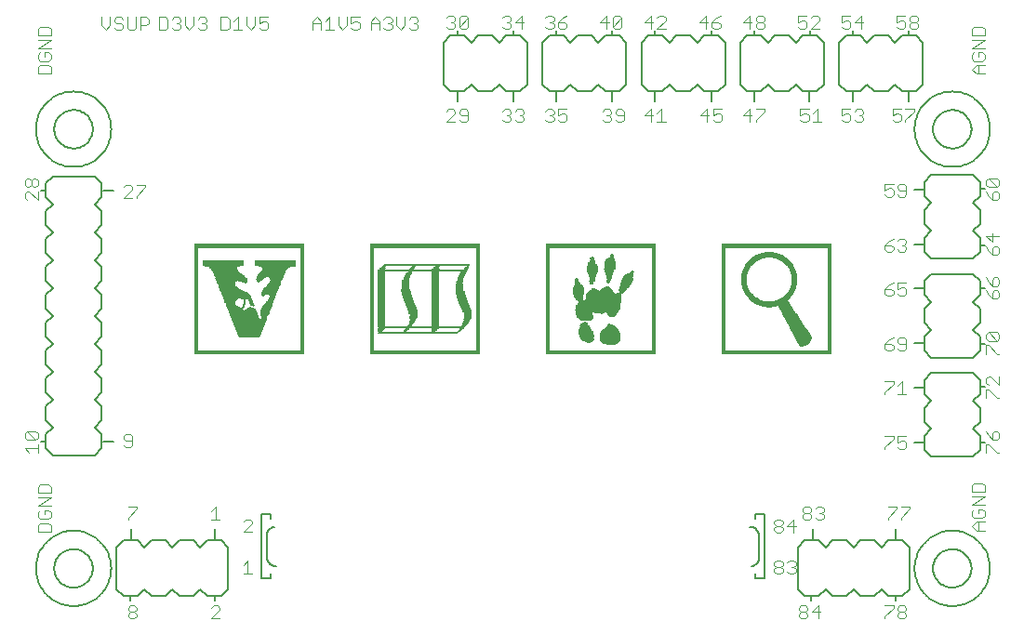
<source format=gto>
G75*
G70*
%OFA0B0*%
%FSLAX24Y24*%
%IPPOS*%
%LPD*%
%AMOC8*
5,1,8,0,0,1.08239X$1,22.5*
%
%ADD10C,0.0080*%
%ADD11C,0.0040*%
%ADD12C,0.0060*%
%ADD13R,0.3937X0.0011*%
%ADD14R,0.3937X0.0011*%
%ADD15R,0.0120X0.0011*%
%ADD16R,0.0120X0.0011*%
%ADD17R,0.0120X0.0011*%
%ADD18R,0.0120X0.0011*%
%ADD19R,0.0744X0.0011*%
%ADD20R,0.0755X0.0011*%
%ADD21R,0.0766X0.0011*%
%ADD22R,0.0776X0.0011*%
%ADD23R,0.0787X0.0011*%
%ADD24R,0.0798X0.0011*%
%ADD25R,0.0798X0.0011*%
%ADD26R,0.0809X0.0011*%
%ADD27R,0.0820X0.0011*%
%ADD28R,0.0842X0.0011*%
%ADD29R,0.0842X0.0011*%
%ADD30R,0.0853X0.0011*%
%ADD31R,0.0864X0.0011*%
%ADD32R,0.0886X0.0011*%
%ADD33R,0.0886X0.0011*%
%ADD34R,0.0897X0.0011*%
%ADD35R,0.0908X0.0011*%
%ADD36R,0.0908X0.0011*%
%ADD37R,0.0930X0.0011*%
%ADD38R,0.0941X0.0011*%
%ADD39R,0.0951X0.0011*%
%ADD40R,0.0951X0.0011*%
%ADD41R,0.0962X0.0011*%
%ADD42R,0.0973X0.0011*%
%ADD43R,0.0995X0.0011*%
%ADD44R,0.0995X0.0011*%
%ADD45R,0.1006X0.0011*%
%ADD46R,0.1017X0.0011*%
%ADD47R,0.1039X0.0011*%
%ADD48R,0.1039X0.0011*%
%ADD49R,0.1050X0.0011*%
%ADD50R,0.1061X0.0011*%
%ADD51R,0.1061X0.0011*%
%ADD52R,0.1083X0.0011*%
%ADD53R,0.1094X0.0011*%
%ADD54R,0.1105X0.0011*%
%ADD55R,0.1105X0.0011*%
%ADD56R,0.1126X0.0011*%
%ADD57R,0.1137X0.0011*%
%ADD58R,0.1148X0.0011*%
%ADD59R,0.1148X0.0011*%
%ADD60R,0.1159X0.0011*%
%ADD61R,0.1170X0.0011*%
%ADD62R,0.1181X0.0011*%
%ADD63R,0.1192X0.0011*%
%ADD64R,0.1192X0.0011*%
%ADD65R,0.1203X0.0011*%
%ADD66R,0.1214X0.0011*%
%ADD67R,0.1214X0.0011*%
%ADD68R,0.1236X0.0011*%
%ADD69R,0.0153X0.0011*%
%ADD70R,0.0984X0.0011*%
%ADD71R,0.0164X0.0011*%
%ADD72R,0.0984X0.0011*%
%ADD73R,0.0164X0.0011*%
%ADD74R,0.0186X0.0011*%
%ADD75R,0.0208X0.0011*%
%ADD76R,0.0208X0.0011*%
%ADD77R,0.0230X0.0011*%
%ADD78R,0.0995X0.0011*%
%ADD79R,0.0995X0.0011*%
%ADD80R,0.0252X0.0011*%
%ADD81R,0.0252X0.0011*%
%ADD82R,0.0273X0.0011*%
%ADD83R,0.0284X0.0011*%
%ADD84R,0.0284X0.0011*%
%ADD85R,0.0295X0.0011*%
%ADD86R,0.0306X0.0011*%
%ADD87R,0.1006X0.0011*%
%ADD88R,0.0306X0.0011*%
%ADD89R,0.0317X0.0011*%
%ADD90R,0.1006X0.0011*%
%ADD91R,0.0328X0.0011*%
%ADD92R,0.1006X0.0011*%
%ADD93R,0.0328X0.0011*%
%ADD94R,0.0339X0.0011*%
%ADD95R,0.0547X0.0011*%
%ADD96R,0.0437X0.0011*%
%ADD97R,0.0339X0.0011*%
%ADD98R,0.0536X0.0011*%
%ADD99R,0.0405X0.0011*%
%ADD100R,0.0536X0.0011*%
%ADD101R,0.0372X0.0011*%
%ADD102R,0.0339X0.0011*%
%ADD103R,0.0547X0.0011*%
%ADD104R,0.0328X0.0011*%
%ADD105R,0.0262X0.0011*%
%ADD106R,0.0569X0.0011*%
%ADD107R,0.0481X0.0011*%
%ADD108R,0.0066X0.0011*%
%ADD109R,0.0175X0.0011*%
%ADD110R,0.0459X0.0011*%
%ADD111R,0.0066X0.0011*%
%ADD112R,0.0131X0.0011*%
%ADD113R,0.0437X0.0011*%
%ADD114R,0.0077X0.0011*%
%ADD115R,0.0098X0.0011*%
%ADD116R,0.0066X0.0011*%
%ADD117R,0.0394X0.0011*%
%ADD118R,0.0317X0.0011*%
%ADD119R,0.0383X0.0011*%
%ADD120R,0.0328X0.0011*%
%ADD121R,0.0372X0.0011*%
%ADD122R,0.0066X0.0011*%
%ADD123R,0.0317X0.0011*%
%ADD124R,0.0361X0.0011*%
%ADD125R,0.0011X0.0011*%
%ADD126R,0.0350X0.0011*%
%ADD127R,0.0055X0.0011*%
%ADD128R,0.0295X0.0011*%
%ADD129R,0.0350X0.0011*%
%ADD130R,0.0295X0.0011*%
%ADD131R,0.0361X0.0011*%
%ADD132R,0.0131X0.0011*%
%ADD133R,0.0350X0.0011*%
%ADD134R,0.0142X0.0011*%
%ADD135R,0.0142X0.0011*%
%ADD136R,0.0055X0.0011*%
%ADD137R,0.0142X0.0011*%
%ADD138R,0.0262X0.0011*%
%ADD139R,0.0131X0.0011*%
%ADD140R,0.0241X0.0011*%
%ADD141R,0.0383X0.0011*%
%ADD142R,0.0241X0.0011*%
%ADD143R,0.0230X0.0011*%
%ADD144R,0.0219X0.0011*%
%ADD145R,0.0416X0.0011*%
%ADD146R,0.0131X0.0011*%
%ADD147R,0.0219X0.0011*%
%ADD148R,0.0426X0.0011*%
%ADD149R,0.0448X0.0011*%
%ADD150R,0.0219X0.0011*%
%ADD151R,0.0459X0.0011*%
%ADD152R,0.0470X0.0011*%
%ADD153R,0.0197X0.0011*%
%ADD154R,0.0492X0.0011*%
%ADD155R,0.0087X0.0011*%
%ADD156R,0.0503X0.0011*%
%ADD157R,0.0153X0.0011*%
%ADD158R,0.0197X0.0011*%
%ADD159R,0.0197X0.0011*%
%ADD160R,0.0197X0.0011*%
%ADD161R,0.0055X0.0011*%
%ADD162R,0.0230X0.0011*%
%ADD163R,0.0164X0.0011*%
%ADD164R,0.0241X0.0011*%
%ADD165R,0.0262X0.0011*%
%ADD166R,0.0962X0.0011*%
%ADD167R,0.0536X0.0011*%
%ADD168R,0.0962X0.0011*%
%ADD169R,0.0951X0.0011*%
%ADD170R,0.0558X0.0011*%
%ADD171R,0.0930X0.0011*%
%ADD172R,0.0897X0.0011*%
%ADD173R,0.0875X0.0011*%
%ADD174R,0.0842X0.0011*%
%ADD175R,0.0558X0.0011*%
%ADD176R,0.0820X0.0011*%
%ADD177R,0.0755X0.0011*%
%ADD178R,0.0733X0.0011*%
%ADD179R,0.0525X0.0011*%
%ADD180R,0.0722X0.0011*%
%ADD181R,0.0525X0.0011*%
%ADD182R,0.0700X0.0011*%
%ADD183R,0.0689X0.0011*%
%ADD184R,0.0514X0.0011*%
%ADD185R,0.0678X0.0011*%
%ADD186R,0.0514X0.0011*%
%ADD187R,0.0656X0.0011*%
%ADD188R,0.0503X0.0011*%
%ADD189R,0.0656X0.0011*%
%ADD190R,0.0645X0.0011*%
%ADD191R,0.0634X0.0011*%
%ADD192R,0.0481X0.0011*%
%ADD193R,0.0634X0.0011*%
%ADD194R,0.0623X0.0011*%
%ADD195R,0.0470X0.0011*%
%ADD196R,0.0623X0.0011*%
%ADD197R,0.0470X0.0011*%
%ADD198R,0.0623X0.0011*%
%ADD199R,0.0612X0.0011*%
%ADD200R,0.0612X0.0011*%
%ADD201R,0.0623X0.0011*%
%ADD202R,0.0437X0.0011*%
%ADD203R,0.0427X0.0011*%
%ADD204R,0.0416X0.0011*%
%ADD205R,0.0416X0.0011*%
%ADD206R,0.0208X0.0011*%
%ADD207R,0.0667X0.0011*%
%ADD208R,0.0230X0.0011*%
%ADD209R,0.0109X0.0011*%
%ADD210R,0.0689X0.0011*%
%ADD211R,0.0711X0.0011*%
%ADD212R,0.0306X0.0011*%
%ADD213R,0.1105X0.0011*%
%ADD214R,0.1105X0.0011*%
%ADD215R,0.0186X0.0011*%
%ADD216R,0.0426X0.0011*%
%ADD217R,0.0262X0.0011*%
%ADD218R,0.1094X0.0011*%
%ADD219R,0.0481X0.0011*%
%ADD220R,0.1083X0.0011*%
%ADD221R,0.0317X0.0011*%
%ADD222R,0.0492X0.0011*%
%ADD223R,0.1072X0.0011*%
%ADD224R,0.1050X0.0011*%
%ADD225R,0.0941X0.0011*%
%ADD226R,0.1039X0.0011*%
%ADD227R,0.1028X0.0011*%
%ADD228R,0.0919X0.0011*%
%ADD229R,0.1028X0.0011*%
%ADD230R,0.0919X0.0011*%
%ADD231R,0.0919X0.0011*%
%ADD232R,0.0908X0.0011*%
%ADD233R,0.0897X0.0011*%
%ADD234R,0.0940X0.0011*%
%ADD235R,0.0875X0.0011*%
%ADD236R,0.0886X0.0011*%
%ADD237R,0.0919X0.0011*%
%ADD238R,0.0875X0.0011*%
%ADD239R,0.0930X0.0011*%
%ADD240R,0.0973X0.0011*%
%ADD241R,0.1017X0.0011*%
%ADD242R,0.1061X0.0011*%
%ADD243R,0.1126X0.0011*%
%ADD244R,0.1290X0.0011*%
%ADD245R,0.1345X0.0011*%
%ADD246R,0.1498X0.0011*%
%ADD247R,0.1498X0.0011*%
%ADD248R,0.1498X0.0011*%
%ADD249R,0.1498X0.0011*%
%ADD250R,0.2832X0.0011*%
%ADD251R,0.2843X0.0011*%
%ADD252R,0.2854X0.0011*%
%ADD253R,0.2865X0.0011*%
%ADD254R,0.0087X0.0011*%
%ADD255R,0.0077X0.0011*%
%ADD256R,0.0109X0.0011*%
%ADD257R,0.0098X0.0011*%
%ADD258R,0.0088X0.0011*%
%ADD259R,0.0175X0.0011*%
%ADD260R,0.0109X0.0011*%
%ADD261R,0.0241X0.0011*%
%ADD262R,0.0109X0.0011*%
%ADD263R,0.3062X0.0011*%
%ADD264R,0.3073X0.0011*%
%ADD265R,0.3084X0.0011*%
%ADD266R,0.3106X0.0011*%
%ADD267R,0.0273X0.0011*%
%ADD268R,0.0273X0.0011*%
%ADD269R,0.0175X0.0011*%
%ADD270R,0.0153X0.0011*%
%ADD271R,0.0186X0.0011*%
%ADD272R,0.0251X0.0011*%
%ADD273R,0.0251X0.0011*%
%ADD274R,0.0295X0.0011*%
%ADD275R,0.0273X0.0011*%
%ADD276R,0.0306X0.0011*%
%ADD277R,0.0350X0.0011*%
%ADD278R,0.0339X0.0011*%
%ADD279R,0.0219X0.0011*%
%ADD280R,0.0186X0.0011*%
%ADD281R,0.0175X0.0011*%
%ADD282R,0.1258X0.0011*%
%ADD283R,0.3182X0.0011*%
%ADD284R,0.3182X0.0011*%
%ADD285R,0.3182X0.0011*%
%ADD286R,0.2165X0.0011*%
%ADD287R,0.0164X0.0011*%
%ADD288R,0.0077X0.0011*%
%ADD289R,0.0088X0.0011*%
%ADD290R,0.3073X0.0011*%
%ADD291R,0.3051X0.0011*%
%ADD292R,0.0416X0.0011*%
%ADD293R,0.0558X0.0011*%
%ADD294R,0.0591X0.0011*%
%ADD295R,0.0612X0.0011*%
%ADD296R,0.0634X0.0011*%
%ADD297R,0.0667X0.0011*%
%ADD298R,0.0361X0.0011*%
%ADD299R,0.0700X0.0011*%
%ADD300R,0.0722X0.0011*%
%ADD301R,0.0733X0.0011*%
%ADD302R,0.0755X0.0011*%
%ADD303R,0.0459X0.0011*%
%ADD304R,0.0766X0.0011*%
%ADD305R,0.0766X0.0011*%
%ADD306R,0.0503X0.0011*%
%ADD307R,0.0525X0.0011*%
%ADD308R,0.0514X0.0011*%
%ADD309R,0.0580X0.0011*%
%ADD310R,0.0547X0.0011*%
%ADD311R,0.0405X0.0011*%
%ADD312R,0.0405X0.0011*%
%ADD313R,0.0372X0.0011*%
%ADD314R,0.0558X0.0011*%
%ADD315R,0.0591X0.0011*%
%ADD316R,0.0601X0.0011*%
%ADD317R,0.0601X0.0011*%
%ADD318R,0.1072X0.0011*%
%ADD319R,0.0405X0.0011*%
%ADD320R,0.1531X0.0011*%
%ADD321R,0.1542X0.0011*%
%ADD322R,0.1553X0.0011*%
%ADD323R,0.1553X0.0011*%
%ADD324R,0.1564X0.0011*%
%ADD325R,0.1575X0.0011*%
%ADD326R,0.1564X0.0011*%
%ADD327R,0.1575X0.0011*%
%ADD328R,0.1564X0.0011*%
%ADD329R,0.1542X0.0011*%
%ADD330R,0.1520X0.0011*%
%ADD331R,0.1531X0.0011*%
%ADD332R,0.1531X0.0011*%
%ADD333R,0.1301X0.0011*%
%ADD334R,0.1280X0.0011*%
%ADD335R,0.1280X0.0011*%
%ADD336R,0.1269X0.0011*%
%ADD337R,0.1269X0.0011*%
%ADD338R,0.1258X0.0011*%
%ADD339R,0.1258X0.0011*%
%ADD340R,0.1247X0.0011*%
%ADD341R,0.1225X0.0011*%
%ADD342R,0.1028X0.0011*%
%ADD343R,0.0864X0.0011*%
%ADD344R,0.0831X0.0011*%
%ADD345R,0.0448X0.0011*%
%ADD346R,0.0394X0.0011*%
%ADD347R,0.0383X0.0011*%
%ADD348R,0.0033X0.0011*%
%ADD349R,0.0284X0.0011*%
%ADD350R,0.0033X0.0011*%
%ADD351R,0.0372X0.0011*%
%ADD352R,0.0077X0.0011*%
%ADD353R,0.0361X0.0011*%
%ADD354R,0.0142X0.0011*%
%ADD355R,0.0601X0.0011*%
%ADD356R,0.0580X0.0011*%
%ADD357R,0.0591X0.0011*%
%ADD358R,0.0580X0.0011*%
%ADD359R,0.0580X0.0011*%
%ADD360R,0.0569X0.0011*%
%ADD361R,0.0569X0.0011*%
%ADD362R,0.0569X0.0011*%
%ADD363R,0.0525X0.0011*%
%ADD364R,0.0514X0.0011*%
%ADD365R,0.0492X0.0011*%
%ADD366R,0.0481X0.0011*%
%ADD367R,0.0459X0.0011*%
%ADD368R,0.1137X0.0011*%
%ADD369R,0.1192X0.0011*%
%ADD370R,0.1225X0.0011*%
%ADD371R,0.1236X0.0011*%
%ADD372R,0.0208X0.0011*%
%ADD373R,0.1148X0.0011*%
%ADD374R,0.1126X0.0011*%
%ADD375R,0.1050X0.0011*%
%ADD376R,0.0842X0.0011*%
%ADD377R,0.0667X0.0011*%
D10*
X001420Y002111D02*
X001422Y002163D01*
X001428Y002215D01*
X001438Y002266D01*
X001451Y002316D01*
X001469Y002366D01*
X001490Y002413D01*
X001514Y002459D01*
X001543Y002503D01*
X001574Y002545D01*
X001608Y002584D01*
X001645Y002621D01*
X001685Y002654D01*
X001728Y002685D01*
X001772Y002712D01*
X001818Y002736D01*
X001867Y002756D01*
X001916Y002772D01*
X001967Y002785D01*
X002018Y002794D01*
X002070Y002799D01*
X002122Y002800D01*
X002174Y002797D01*
X002226Y002790D01*
X002277Y002779D01*
X002327Y002765D01*
X002376Y002746D01*
X002423Y002724D01*
X002468Y002699D01*
X002512Y002670D01*
X002553Y002638D01*
X002592Y002603D01*
X002627Y002565D01*
X002660Y002524D01*
X002690Y002482D01*
X002716Y002437D01*
X002739Y002390D01*
X002758Y002341D01*
X002774Y002291D01*
X002786Y002241D01*
X002794Y002189D01*
X002798Y002137D01*
X002798Y002085D01*
X002794Y002033D01*
X002786Y001981D01*
X002774Y001931D01*
X002758Y001881D01*
X002739Y001832D01*
X002716Y001785D01*
X002690Y001740D01*
X002660Y001698D01*
X002627Y001657D01*
X002592Y001619D01*
X002553Y001584D01*
X002512Y001552D01*
X002468Y001523D01*
X002423Y001498D01*
X002376Y001476D01*
X002327Y001457D01*
X002277Y001443D01*
X002226Y001432D01*
X002174Y001425D01*
X002122Y001422D01*
X002070Y001423D01*
X002018Y001428D01*
X001967Y001437D01*
X001916Y001450D01*
X001867Y001466D01*
X001818Y001486D01*
X001772Y001510D01*
X001728Y001537D01*
X001685Y001568D01*
X001645Y001601D01*
X001608Y001638D01*
X001574Y001677D01*
X001543Y001719D01*
X001514Y001763D01*
X001490Y001809D01*
X001469Y001856D01*
X001451Y001906D01*
X001438Y001956D01*
X001428Y002007D01*
X001422Y002059D01*
X001420Y002111D01*
X003652Y001361D02*
X003902Y001111D01*
X004402Y001111D01*
X004652Y001361D01*
X004902Y001111D01*
X005402Y001111D01*
X005652Y001361D01*
X005902Y001111D01*
X006402Y001111D01*
X006652Y001361D01*
X006902Y001111D01*
X007402Y001111D01*
X007652Y001361D01*
X007652Y002861D01*
X007402Y003111D01*
X006902Y003111D01*
X006652Y002861D01*
X006402Y003111D01*
X005902Y003111D01*
X005652Y002861D01*
X005402Y003111D01*
X004902Y003111D01*
X004652Y002861D01*
X004402Y003111D01*
X003902Y003111D01*
X003652Y002861D01*
X003652Y001361D01*
X004136Y001107D02*
X004136Y000950D01*
X007168Y000950D02*
X007168Y001107D01*
X008841Y001749D02*
X009179Y001749D01*
X009179Y001914D01*
X008841Y001749D02*
X008841Y004048D01*
X009171Y004048D01*
X009171Y003883D01*
X009313Y003607D02*
X009281Y003603D01*
X009250Y003596D01*
X009220Y003585D01*
X009191Y003570D01*
X009163Y003553D01*
X009138Y003532D01*
X009116Y003509D01*
X009096Y003484D01*
X009079Y003456D01*
X009066Y003427D01*
X009055Y003396D01*
X009048Y003365D01*
X009045Y003333D01*
X009046Y003300D01*
X009046Y002513D01*
X009045Y002505D02*
X009047Y002472D01*
X009053Y002439D01*
X009062Y002407D01*
X009074Y002376D01*
X009090Y002346D01*
X009108Y002318D01*
X009130Y002293D01*
X009153Y002269D01*
X009180Y002249D01*
X009208Y002231D01*
X009238Y002216D01*
X009269Y002204D01*
X009302Y002196D01*
X009335Y002191D01*
X009368Y002190D01*
X007179Y003174D02*
X007179Y003528D01*
X004187Y003528D02*
X004187Y003174D01*
X002859Y006166D02*
X001359Y006166D01*
X001109Y006416D01*
X001109Y006916D01*
X001359Y007166D01*
X001109Y007416D01*
X001109Y007916D01*
X001359Y008166D01*
X001109Y008416D01*
X001109Y008916D01*
X001359Y009166D01*
X001109Y009416D01*
X001109Y009916D01*
X001359Y010166D01*
X001109Y010416D01*
X001109Y010916D01*
X001359Y011166D01*
X001109Y011416D01*
X001109Y011916D01*
X001359Y012166D01*
X001109Y012416D01*
X001109Y012916D01*
X001359Y013166D01*
X001109Y013416D01*
X001109Y013916D01*
X001359Y014166D01*
X001109Y014416D01*
X001109Y014916D01*
X001359Y015166D01*
X001109Y015416D01*
X001109Y015916D01*
X001359Y016166D01*
X002859Y016166D01*
X003109Y015916D01*
X003109Y015416D01*
X002859Y015166D01*
X003109Y014916D01*
X003109Y014416D01*
X002859Y014166D01*
X003109Y013916D01*
X003109Y013416D01*
X002859Y013166D01*
X003109Y012916D01*
X003109Y012416D01*
X002859Y012166D01*
X003109Y011916D01*
X003109Y011416D01*
X002859Y011166D01*
X003109Y010916D01*
X003109Y010416D01*
X002859Y010166D01*
X003109Y009916D01*
X003109Y009416D01*
X002859Y009166D01*
X003109Y008916D01*
X003109Y008416D01*
X002859Y008166D01*
X003109Y007916D01*
X003109Y007416D01*
X002859Y007166D01*
X003109Y006916D01*
X003109Y006416D01*
X002859Y006166D01*
X003171Y006646D02*
X003526Y006646D01*
X001105Y006658D02*
X000947Y006658D01*
X000947Y015674D02*
X001105Y015674D01*
X003171Y015654D02*
X003526Y015654D01*
X001420Y017859D02*
X001422Y017911D01*
X001428Y017963D01*
X001438Y018014D01*
X001451Y018064D01*
X001469Y018114D01*
X001490Y018161D01*
X001514Y018207D01*
X001543Y018251D01*
X001574Y018293D01*
X001608Y018332D01*
X001645Y018369D01*
X001685Y018402D01*
X001728Y018433D01*
X001772Y018460D01*
X001818Y018484D01*
X001867Y018504D01*
X001916Y018520D01*
X001967Y018533D01*
X002018Y018542D01*
X002070Y018547D01*
X002122Y018548D01*
X002174Y018545D01*
X002226Y018538D01*
X002277Y018527D01*
X002327Y018513D01*
X002376Y018494D01*
X002423Y018472D01*
X002468Y018447D01*
X002512Y018418D01*
X002553Y018386D01*
X002592Y018351D01*
X002627Y018313D01*
X002660Y018272D01*
X002690Y018230D01*
X002716Y018185D01*
X002739Y018138D01*
X002758Y018089D01*
X002774Y018039D01*
X002786Y017989D01*
X002794Y017937D01*
X002798Y017885D01*
X002798Y017833D01*
X002794Y017781D01*
X002786Y017729D01*
X002774Y017679D01*
X002758Y017629D01*
X002739Y017580D01*
X002716Y017533D01*
X002690Y017488D01*
X002660Y017446D01*
X002627Y017405D01*
X002592Y017367D01*
X002553Y017332D01*
X002512Y017300D01*
X002468Y017271D01*
X002423Y017246D01*
X002376Y017224D01*
X002327Y017205D01*
X002277Y017191D01*
X002226Y017180D01*
X002174Y017173D01*
X002122Y017170D01*
X002070Y017171D01*
X002018Y017176D01*
X001967Y017185D01*
X001916Y017198D01*
X001867Y017214D01*
X001818Y017234D01*
X001772Y017258D01*
X001728Y017285D01*
X001685Y017316D01*
X001645Y017349D01*
X001608Y017386D01*
X001574Y017425D01*
X001543Y017467D01*
X001514Y017511D01*
X001490Y017557D01*
X001469Y017604D01*
X001451Y017654D01*
X001438Y017704D01*
X001428Y017755D01*
X001422Y017807D01*
X001420Y017859D01*
X015372Y019471D02*
X015622Y019221D01*
X016122Y019221D01*
X016372Y019471D01*
X016622Y019221D01*
X017122Y019221D01*
X017372Y019471D01*
X017622Y019221D01*
X018122Y019221D01*
X018372Y019471D01*
X018372Y020971D01*
X018122Y021221D01*
X017622Y021221D01*
X017372Y020971D01*
X017122Y021221D01*
X016622Y021221D01*
X016372Y020971D01*
X016122Y021221D01*
X015622Y021221D01*
X015372Y020971D01*
X015372Y019471D01*
X015868Y019217D02*
X015868Y018863D01*
X017876Y018863D02*
X017876Y019217D01*
X018916Y019471D02*
X019166Y019221D01*
X019666Y019221D01*
X019916Y019471D01*
X020166Y019221D01*
X020666Y019221D01*
X020916Y019471D01*
X021166Y019221D01*
X021666Y019221D01*
X021916Y019471D01*
X021916Y020971D01*
X021666Y021221D01*
X021166Y021221D01*
X020916Y020971D01*
X020666Y021221D01*
X020166Y021221D01*
X019916Y020971D01*
X019666Y021221D01*
X019166Y021221D01*
X018916Y020971D01*
X018916Y019471D01*
X019412Y019217D02*
X019412Y018863D01*
X021400Y018863D02*
X021400Y019217D01*
X022459Y019471D02*
X022709Y019221D01*
X023209Y019221D01*
X023459Y019471D01*
X023709Y019221D01*
X024209Y019221D01*
X024459Y019471D01*
X024709Y019221D01*
X025209Y019221D01*
X025459Y019471D01*
X025459Y020971D01*
X025209Y021221D01*
X024709Y021221D01*
X024459Y020971D01*
X024209Y021221D01*
X023709Y021221D01*
X023459Y020971D01*
X023209Y021221D01*
X022709Y021221D01*
X022459Y020971D01*
X022459Y019471D01*
X022955Y019217D02*
X022955Y018863D01*
X024963Y018863D02*
X024963Y019217D01*
X026002Y019471D02*
X026252Y019221D01*
X026752Y019221D01*
X027002Y019471D01*
X027252Y019221D01*
X027752Y019221D01*
X028002Y019471D01*
X028252Y019221D01*
X028752Y019221D01*
X029002Y019471D01*
X029002Y020971D01*
X028752Y021221D01*
X028252Y021221D01*
X028002Y020971D01*
X027752Y021221D01*
X027252Y021221D01*
X027002Y020971D01*
X026752Y021221D01*
X026252Y021221D01*
X026002Y020971D01*
X026002Y019471D01*
X026498Y019217D02*
X026498Y018863D01*
X028486Y018863D02*
X028486Y019217D01*
X029546Y019471D02*
X029796Y019221D01*
X030296Y019221D01*
X030546Y019471D01*
X030796Y019221D01*
X031296Y019221D01*
X031546Y019471D01*
X031796Y019221D01*
X032296Y019221D01*
X032546Y019471D01*
X032546Y020971D01*
X032296Y021221D01*
X031796Y021221D01*
X031546Y020971D01*
X031296Y021221D01*
X030796Y021221D01*
X030546Y020971D01*
X030296Y021221D01*
X029796Y021221D01*
X029546Y020971D01*
X029546Y019471D01*
X030042Y019217D02*
X030042Y018863D01*
X032030Y018863D02*
X032030Y019217D01*
X032916Y017859D02*
X032918Y017911D01*
X032924Y017963D01*
X032934Y018014D01*
X032947Y018064D01*
X032965Y018114D01*
X032986Y018161D01*
X033010Y018207D01*
X033039Y018251D01*
X033070Y018293D01*
X033104Y018332D01*
X033141Y018369D01*
X033181Y018402D01*
X033224Y018433D01*
X033268Y018460D01*
X033314Y018484D01*
X033363Y018504D01*
X033412Y018520D01*
X033463Y018533D01*
X033514Y018542D01*
X033566Y018547D01*
X033618Y018548D01*
X033670Y018545D01*
X033722Y018538D01*
X033773Y018527D01*
X033823Y018513D01*
X033872Y018494D01*
X033919Y018472D01*
X033964Y018447D01*
X034008Y018418D01*
X034049Y018386D01*
X034088Y018351D01*
X034123Y018313D01*
X034156Y018272D01*
X034186Y018230D01*
X034212Y018185D01*
X034235Y018138D01*
X034254Y018089D01*
X034270Y018039D01*
X034282Y017989D01*
X034290Y017937D01*
X034294Y017885D01*
X034294Y017833D01*
X034290Y017781D01*
X034282Y017729D01*
X034270Y017679D01*
X034254Y017629D01*
X034235Y017580D01*
X034212Y017533D01*
X034186Y017488D01*
X034156Y017446D01*
X034123Y017405D01*
X034088Y017367D01*
X034049Y017332D01*
X034008Y017300D01*
X033964Y017271D01*
X033919Y017246D01*
X033872Y017224D01*
X033823Y017205D01*
X033773Y017191D01*
X033722Y017180D01*
X033670Y017173D01*
X033618Y017170D01*
X033566Y017171D01*
X033514Y017176D01*
X033463Y017185D01*
X033412Y017198D01*
X033363Y017214D01*
X033314Y017234D01*
X033268Y017258D01*
X033224Y017285D01*
X033181Y017316D01*
X033141Y017349D01*
X033104Y017386D01*
X033070Y017425D01*
X033039Y017467D01*
X033010Y017511D01*
X032986Y017557D01*
X032965Y017604D01*
X032947Y017654D01*
X032934Y017704D01*
X032924Y017755D01*
X032918Y017807D01*
X032916Y017859D01*
X032855Y016209D02*
X032605Y015959D01*
X032605Y015459D01*
X032855Y015209D01*
X032605Y014959D01*
X032605Y014459D01*
X032855Y014209D01*
X032605Y013959D01*
X032605Y013459D01*
X032855Y013209D01*
X034355Y013209D01*
X034605Y013459D01*
X034605Y013959D01*
X034355Y014209D01*
X034605Y014459D01*
X034605Y014959D01*
X034355Y015209D01*
X034605Y015459D01*
X034605Y015959D01*
X034355Y016209D01*
X032855Y016209D01*
X032605Y015694D02*
X032250Y015694D01*
X034609Y015713D02*
X034766Y015713D01*
X034766Y013706D02*
X034609Y013706D01*
X034355Y012666D02*
X032855Y012666D01*
X032605Y012416D01*
X032605Y011916D01*
X032855Y011666D01*
X032605Y011416D01*
X032605Y010916D01*
X032855Y010666D01*
X032605Y010416D01*
X032605Y009916D01*
X032855Y009666D01*
X034355Y009666D01*
X034605Y009916D01*
X034605Y010416D01*
X034355Y010666D01*
X034605Y010916D01*
X034605Y011416D01*
X034355Y011666D01*
X034605Y011916D01*
X034605Y012416D01*
X034355Y012666D01*
X034609Y012170D02*
X034766Y012170D01*
X032605Y012150D02*
X032250Y012150D01*
X032250Y013725D02*
X032605Y013725D01*
X032605Y010182D02*
X032250Y010182D01*
X032855Y009123D02*
X032605Y008873D01*
X032605Y008373D01*
X032855Y008123D01*
X032605Y007873D01*
X032605Y007373D01*
X032855Y007123D01*
X032605Y006873D01*
X032605Y006373D01*
X032855Y006123D01*
X034355Y006123D01*
X034605Y006373D01*
X034605Y006873D01*
X034355Y007123D01*
X034605Y007373D01*
X034605Y007873D01*
X034355Y008123D01*
X034605Y008373D01*
X034605Y008873D01*
X034355Y009123D01*
X032855Y009123D01*
X032605Y008607D02*
X032250Y008607D01*
X034609Y008627D02*
X034766Y008627D01*
X034766Y010162D02*
X034609Y010162D01*
X034609Y006619D02*
X034766Y006619D01*
X032605Y006639D02*
X032250Y006639D01*
X031589Y003528D02*
X031589Y003174D01*
X031811Y003111D02*
X031311Y003111D01*
X031061Y002861D01*
X030811Y003111D01*
X030311Y003111D01*
X030061Y002861D01*
X029811Y003111D01*
X029311Y003111D01*
X029061Y002861D01*
X028811Y003111D01*
X028311Y003111D01*
X028061Y002861D01*
X028061Y001361D01*
X028311Y001111D01*
X028811Y001111D01*
X029061Y001361D01*
X029311Y001111D01*
X029811Y001111D01*
X030061Y001361D01*
X030311Y001111D01*
X030811Y001111D01*
X031061Y001361D01*
X031311Y001111D01*
X031811Y001111D01*
X032061Y001361D01*
X032061Y002861D01*
X031811Y003111D01*
X032916Y002111D02*
X032918Y002163D01*
X032924Y002215D01*
X032934Y002266D01*
X032947Y002316D01*
X032965Y002366D01*
X032986Y002413D01*
X033010Y002459D01*
X033039Y002503D01*
X033070Y002545D01*
X033104Y002584D01*
X033141Y002621D01*
X033181Y002654D01*
X033224Y002685D01*
X033268Y002712D01*
X033314Y002736D01*
X033363Y002756D01*
X033412Y002772D01*
X033463Y002785D01*
X033514Y002794D01*
X033566Y002799D01*
X033618Y002800D01*
X033670Y002797D01*
X033722Y002790D01*
X033773Y002779D01*
X033823Y002765D01*
X033872Y002746D01*
X033919Y002724D01*
X033964Y002699D01*
X034008Y002670D01*
X034049Y002638D01*
X034088Y002603D01*
X034123Y002565D01*
X034156Y002524D01*
X034186Y002482D01*
X034212Y002437D01*
X034235Y002390D01*
X034254Y002341D01*
X034270Y002291D01*
X034282Y002241D01*
X034290Y002189D01*
X034294Y002137D01*
X034294Y002085D01*
X034290Y002033D01*
X034282Y001981D01*
X034270Y001931D01*
X034254Y001881D01*
X034235Y001832D01*
X034212Y001785D01*
X034186Y001740D01*
X034156Y001698D01*
X034123Y001657D01*
X034088Y001619D01*
X034049Y001584D01*
X034008Y001552D01*
X033964Y001523D01*
X033919Y001498D01*
X033872Y001476D01*
X033823Y001457D01*
X033773Y001443D01*
X033722Y001432D01*
X033670Y001425D01*
X033618Y001422D01*
X033566Y001423D01*
X033514Y001428D01*
X033463Y001437D01*
X033412Y001450D01*
X033363Y001466D01*
X033314Y001486D01*
X033268Y001510D01*
X033224Y001537D01*
X033181Y001568D01*
X033141Y001601D01*
X033104Y001638D01*
X033070Y001677D01*
X033039Y001719D01*
X033010Y001763D01*
X032986Y001809D01*
X032965Y001856D01*
X032947Y001906D01*
X032934Y001956D01*
X032924Y002007D01*
X032918Y002059D01*
X032916Y002111D01*
X031577Y001107D02*
X031577Y000950D01*
X028546Y000950D02*
X028546Y001107D01*
X026872Y001749D02*
X026542Y001749D01*
X026542Y001914D01*
X026872Y001749D02*
X026872Y004048D01*
X026542Y004048D01*
X026542Y003883D01*
X026668Y003284D02*
X026668Y002497D01*
X026667Y002497D02*
X026668Y002464D01*
X026665Y002432D01*
X026658Y002401D01*
X026647Y002370D01*
X026634Y002341D01*
X026617Y002313D01*
X026597Y002288D01*
X026575Y002265D01*
X026550Y002244D01*
X026522Y002227D01*
X026493Y002212D01*
X026463Y002201D01*
X026432Y002194D01*
X026400Y002190D01*
X026668Y003292D02*
X026666Y003325D01*
X026660Y003358D01*
X026651Y003390D01*
X026639Y003421D01*
X026623Y003451D01*
X026605Y003479D01*
X026583Y003504D01*
X026560Y003528D01*
X026533Y003548D01*
X026505Y003566D01*
X026475Y003581D01*
X026444Y003593D01*
X026411Y003601D01*
X026378Y003606D01*
X026345Y003607D01*
X028597Y003528D02*
X028597Y003174D01*
X028506Y021225D02*
X028506Y021383D01*
X030042Y021383D02*
X030042Y021225D01*
X032049Y021225D02*
X032049Y021383D01*
X026498Y021383D02*
X026498Y021225D01*
X024963Y021225D02*
X024963Y021383D01*
X022955Y021383D02*
X022955Y021225D01*
X021420Y021225D02*
X021420Y021383D01*
X019412Y021383D02*
X019412Y021225D01*
X017876Y021225D02*
X017876Y021383D01*
X015868Y021383D02*
X015868Y021225D01*
D11*
X016012Y021462D02*
X015935Y021538D01*
X016242Y021845D01*
X016242Y021538D01*
X016166Y021462D01*
X016012Y021462D01*
X015935Y021538D02*
X015935Y021845D01*
X016012Y021922D01*
X016166Y021922D01*
X016242Y021845D01*
X015782Y021845D02*
X015782Y021769D01*
X015705Y021692D01*
X015782Y021615D01*
X015782Y021538D01*
X015705Y021462D01*
X015552Y021462D01*
X015475Y021538D01*
X015628Y021692D02*
X015705Y021692D01*
X015782Y021845D02*
X015705Y021922D01*
X015552Y021922D01*
X015475Y021845D01*
X014447Y021806D02*
X014447Y021729D01*
X014370Y021653D01*
X014447Y021576D01*
X014447Y021499D01*
X014370Y021422D01*
X014216Y021422D01*
X014140Y021499D01*
X013986Y021576D02*
X013986Y021883D01*
X014140Y021806D02*
X014216Y021883D01*
X014370Y021883D01*
X014447Y021806D01*
X014370Y021653D02*
X014293Y021653D01*
X013986Y021576D02*
X013833Y021422D01*
X013679Y021576D01*
X013679Y021883D01*
X013526Y021806D02*
X013526Y021729D01*
X013449Y021653D01*
X013526Y021576D01*
X013526Y021499D01*
X013449Y021422D01*
X013296Y021422D01*
X013219Y021499D01*
X013065Y021422D02*
X013065Y021729D01*
X012912Y021883D01*
X012758Y021729D01*
X012758Y021422D01*
X012758Y021653D02*
X013065Y021653D01*
X013219Y021806D02*
X013296Y021883D01*
X013449Y021883D01*
X013526Y021806D01*
X013449Y021653D02*
X013372Y021653D01*
X012360Y021653D02*
X012360Y021499D01*
X012283Y021422D01*
X012130Y021422D01*
X012053Y021499D01*
X012053Y021653D02*
X012206Y021729D01*
X012283Y021729D01*
X012360Y021653D01*
X012360Y021883D02*
X012053Y021883D01*
X012053Y021653D01*
X011900Y021576D02*
X011900Y021883D01*
X011900Y021576D02*
X011746Y021422D01*
X011593Y021576D01*
X011593Y021883D01*
X011286Y021883D02*
X011286Y021422D01*
X011439Y021422D02*
X011132Y021422D01*
X010979Y021422D02*
X010979Y021729D01*
X010825Y021883D01*
X010672Y021729D01*
X010672Y021422D01*
X010672Y021653D02*
X010979Y021653D01*
X011132Y021729D02*
X011286Y021883D01*
X009073Y021883D02*
X008766Y021883D01*
X008766Y021653D01*
X008919Y021729D01*
X008996Y021729D01*
X009073Y021653D01*
X009073Y021499D01*
X008996Y021422D01*
X008842Y021422D01*
X008766Y021499D01*
X008612Y021576D02*
X008612Y021883D01*
X008305Y021883D02*
X008305Y021576D01*
X008459Y021422D01*
X008612Y021576D01*
X008152Y021422D02*
X007845Y021422D01*
X007998Y021422D02*
X007998Y021883D01*
X007845Y021729D01*
X007691Y021806D02*
X007615Y021883D01*
X007384Y021883D01*
X007384Y021422D01*
X007615Y021422D01*
X007691Y021499D01*
X007691Y021806D01*
X006868Y021806D02*
X006868Y021729D01*
X006791Y021653D01*
X006868Y021576D01*
X006868Y021499D01*
X006791Y021422D01*
X006638Y021422D01*
X006561Y021499D01*
X006407Y021576D02*
X006254Y021422D01*
X006100Y021576D01*
X006100Y021883D01*
X005947Y021806D02*
X005947Y021729D01*
X005870Y021653D01*
X005947Y021576D01*
X005947Y021499D01*
X005870Y021422D01*
X005717Y021422D01*
X005640Y021499D01*
X005487Y021499D02*
X005487Y021806D01*
X005410Y021883D01*
X005180Y021883D01*
X005180Y021422D01*
X005410Y021422D01*
X005487Y021499D01*
X005794Y021653D02*
X005870Y021653D01*
X005947Y021806D02*
X005870Y021883D01*
X005717Y021883D01*
X005640Y021806D01*
X006407Y021883D02*
X006407Y021576D01*
X006561Y021806D02*
X006638Y021883D01*
X006791Y021883D01*
X006868Y021806D01*
X006791Y021653D02*
X006714Y021653D01*
X004801Y021653D02*
X004724Y021576D01*
X004494Y021576D01*
X004494Y021422D02*
X004494Y021883D01*
X004724Y021883D01*
X004801Y021806D01*
X004801Y021653D01*
X004340Y021499D02*
X004340Y021883D01*
X004034Y021883D02*
X004034Y021499D01*
X004110Y021422D01*
X004264Y021422D01*
X004340Y021499D01*
X003880Y021499D02*
X003803Y021422D01*
X003650Y021422D01*
X003573Y021499D01*
X003420Y021576D02*
X003266Y021422D01*
X003113Y021576D01*
X003113Y021883D01*
X003420Y021883D02*
X003420Y021576D01*
X003573Y021729D02*
X003650Y021653D01*
X003803Y021653D01*
X003880Y021576D01*
X003880Y021499D01*
X003880Y021806D02*
X003803Y021883D01*
X003650Y021883D01*
X003573Y021806D01*
X003573Y021729D01*
X001301Y021459D02*
X001301Y021229D01*
X000841Y021229D01*
X000841Y021459D01*
X000917Y021536D01*
X001224Y021536D01*
X001301Y021459D01*
X001301Y021075D02*
X000841Y021075D01*
X000841Y020768D02*
X001301Y021075D01*
X001301Y020768D02*
X000841Y020768D01*
X000917Y020615D02*
X000841Y020538D01*
X000841Y020385D01*
X000917Y020308D01*
X001224Y020308D01*
X001301Y020385D01*
X001301Y020538D01*
X001224Y020615D01*
X001071Y020615D01*
X001071Y020461D01*
X001224Y020154D02*
X000917Y020154D01*
X000841Y020078D01*
X000841Y019848D01*
X001301Y019848D01*
X001301Y020078D01*
X001224Y020154D01*
X000752Y016087D02*
X000675Y016087D01*
X000598Y016011D01*
X000598Y015857D01*
X000522Y015780D01*
X000445Y015780D01*
X000368Y015857D01*
X000368Y016011D01*
X000445Y016087D01*
X000522Y016087D01*
X000598Y016011D01*
X000598Y015857D02*
X000675Y015780D01*
X000752Y015780D01*
X000829Y015857D01*
X000829Y016011D01*
X000752Y016087D01*
X000829Y015627D02*
X000829Y015320D01*
X000522Y015627D01*
X000445Y015627D01*
X000368Y015550D01*
X000368Y015397D01*
X000445Y015320D01*
X003900Y015399D02*
X004207Y015706D01*
X004207Y015782D01*
X004130Y015859D01*
X003977Y015859D01*
X003900Y015782D01*
X003900Y015399D02*
X004207Y015399D01*
X004361Y015399D02*
X004361Y015475D01*
X004667Y015782D01*
X004667Y015859D01*
X004361Y015859D01*
X015475Y018115D02*
X015782Y018422D01*
X015782Y018499D01*
X015705Y018576D01*
X015552Y018576D01*
X015475Y018499D01*
X015475Y018115D02*
X015782Y018115D01*
X015935Y018192D02*
X016012Y018115D01*
X016166Y018115D01*
X016242Y018192D01*
X016242Y018499D01*
X016166Y018576D01*
X016012Y018576D01*
X015935Y018499D01*
X015935Y018422D01*
X016012Y018345D01*
X016242Y018345D01*
X017483Y018192D02*
X017560Y018115D01*
X017713Y018115D01*
X017790Y018192D01*
X017790Y018269D01*
X017713Y018345D01*
X017636Y018345D01*
X017713Y018345D02*
X017790Y018422D01*
X017790Y018499D01*
X017713Y018576D01*
X017560Y018576D01*
X017483Y018499D01*
X017943Y018499D02*
X018020Y018576D01*
X018173Y018576D01*
X018250Y018499D01*
X018250Y018422D01*
X018173Y018345D01*
X018250Y018269D01*
X018250Y018192D01*
X018173Y018115D01*
X018020Y018115D01*
X017943Y018192D01*
X018097Y018345D02*
X018173Y018345D01*
X019018Y018192D02*
X019095Y018115D01*
X019248Y018115D01*
X019325Y018192D01*
X019325Y018269D01*
X019248Y018345D01*
X019172Y018345D01*
X019248Y018345D02*
X019325Y018422D01*
X019325Y018499D01*
X019248Y018576D01*
X019095Y018576D01*
X019018Y018499D01*
X019479Y018576D02*
X019479Y018345D01*
X019632Y018422D01*
X019709Y018422D01*
X019786Y018345D01*
X019786Y018192D01*
X019709Y018115D01*
X019555Y018115D01*
X019479Y018192D01*
X019479Y018576D02*
X019786Y018576D01*
X021066Y018499D02*
X021142Y018576D01*
X021296Y018576D01*
X021372Y018499D01*
X021372Y018422D01*
X021296Y018345D01*
X021372Y018269D01*
X021372Y018192D01*
X021296Y018115D01*
X021142Y018115D01*
X021066Y018192D01*
X021219Y018345D02*
X021296Y018345D01*
X021526Y018422D02*
X021603Y018345D01*
X021833Y018345D01*
X021833Y018192D02*
X021833Y018499D01*
X021756Y018576D01*
X021603Y018576D01*
X021526Y018499D01*
X021526Y018422D01*
X021526Y018192D02*
X021603Y018115D01*
X021756Y018115D01*
X021833Y018192D01*
X022562Y018345D02*
X022792Y018576D01*
X022792Y018115D01*
X023022Y018115D02*
X023329Y018115D01*
X023175Y018115D02*
X023175Y018576D01*
X023022Y018422D01*
X022869Y018345D02*
X022562Y018345D01*
X024569Y018345D02*
X024876Y018345D01*
X025030Y018345D02*
X025030Y018576D01*
X025337Y018576D01*
X025260Y018422D02*
X025337Y018345D01*
X025337Y018192D01*
X025260Y018115D01*
X025107Y018115D01*
X025030Y018192D01*
X025030Y018345D02*
X025183Y018422D01*
X025260Y018422D01*
X024800Y018576D02*
X024800Y018115D01*
X024569Y018345D02*
X024800Y018576D01*
X026105Y018345D02*
X026412Y018345D01*
X026565Y018192D02*
X026565Y018115D01*
X026565Y018192D02*
X026872Y018499D01*
X026872Y018576D01*
X026565Y018576D01*
X026335Y018576D02*
X026105Y018345D01*
X026335Y018115D02*
X026335Y018576D01*
X028152Y018576D02*
X028152Y018345D01*
X028306Y018422D01*
X028382Y018422D01*
X028459Y018345D01*
X028459Y018192D01*
X028382Y018115D01*
X028229Y018115D01*
X028152Y018192D01*
X028152Y018576D02*
X028459Y018576D01*
X028613Y018422D02*
X028766Y018576D01*
X028766Y018115D01*
X028613Y018115D02*
X028919Y018115D01*
X029648Y018192D02*
X029725Y018115D01*
X029878Y018115D01*
X029955Y018192D01*
X029955Y018345D01*
X029878Y018422D01*
X029802Y018422D01*
X029648Y018345D01*
X029648Y018576D01*
X029955Y018576D01*
X030109Y018499D02*
X030185Y018576D01*
X030339Y018576D01*
X030416Y018499D01*
X030416Y018422D01*
X030339Y018345D01*
X030416Y018269D01*
X030416Y018192D01*
X030339Y018115D01*
X030185Y018115D01*
X030109Y018192D01*
X030262Y018345D02*
X030339Y018345D01*
X031459Y018345D02*
X031613Y018422D01*
X031689Y018422D01*
X031766Y018345D01*
X031766Y018192D01*
X031689Y018115D01*
X031536Y018115D01*
X031459Y018192D01*
X031459Y018345D02*
X031459Y018576D01*
X031766Y018576D01*
X031920Y018576D02*
X032227Y018576D01*
X032227Y018499D01*
X031920Y018192D01*
X031920Y018115D01*
X034305Y020001D02*
X034459Y019848D01*
X034766Y019848D01*
X034535Y019848D02*
X034535Y020154D01*
X034459Y020154D02*
X034766Y020154D01*
X034689Y020308D02*
X034766Y020385D01*
X034766Y020538D01*
X034689Y020615D01*
X034535Y020615D01*
X034535Y020461D01*
X034382Y020308D02*
X034305Y020385D01*
X034305Y020538D01*
X034382Y020615D01*
X034305Y020768D02*
X034766Y021075D01*
X034305Y021075D01*
X034305Y021229D02*
X034305Y021459D01*
X034382Y021536D01*
X034689Y021536D01*
X034766Y021459D01*
X034766Y021229D01*
X034305Y021229D01*
X034305Y020768D02*
X034766Y020768D01*
X034689Y020308D02*
X034382Y020308D01*
X034459Y020154D02*
X034305Y020001D01*
X032384Y021538D02*
X032307Y021462D01*
X032154Y021462D01*
X032077Y021538D01*
X032077Y021615D01*
X032154Y021692D01*
X032307Y021692D01*
X032384Y021615D01*
X032384Y021538D01*
X032307Y021692D02*
X032384Y021769D01*
X032384Y021845D01*
X032307Y021922D01*
X032154Y021922D01*
X032077Y021845D01*
X032077Y021769D01*
X032154Y021692D01*
X031924Y021692D02*
X031924Y021538D01*
X031847Y021462D01*
X031693Y021462D01*
X031617Y021538D01*
X031617Y021692D02*
X031770Y021769D01*
X031847Y021769D01*
X031924Y021692D01*
X031924Y021922D02*
X031617Y021922D01*
X031617Y021692D01*
X030416Y021692D02*
X030109Y021692D01*
X030339Y021922D01*
X030339Y021462D01*
X029955Y021538D02*
X029955Y021692D01*
X029878Y021769D01*
X029802Y021769D01*
X029648Y021692D01*
X029648Y021922D01*
X029955Y021922D01*
X029955Y021538D02*
X029878Y021462D01*
X029725Y021462D01*
X029648Y021538D01*
X028841Y021462D02*
X028534Y021462D01*
X028841Y021769D01*
X028841Y021845D01*
X028764Y021922D01*
X028611Y021922D01*
X028534Y021845D01*
X028380Y021922D02*
X028073Y021922D01*
X028073Y021692D01*
X028227Y021769D01*
X028304Y021769D01*
X028380Y021692D01*
X028380Y021538D01*
X028304Y021462D01*
X028150Y021462D01*
X028073Y021538D01*
X026872Y021538D02*
X026795Y021462D01*
X026642Y021462D01*
X026565Y021538D01*
X026565Y021615D01*
X026642Y021692D01*
X026795Y021692D01*
X026872Y021615D01*
X026872Y021538D01*
X026795Y021692D02*
X026872Y021769D01*
X026872Y021845D01*
X026795Y021922D01*
X026642Y021922D01*
X026565Y021845D01*
X026565Y021769D01*
X026642Y021692D01*
X026412Y021692D02*
X026105Y021692D01*
X026335Y021922D01*
X026335Y021462D01*
X025297Y021538D02*
X025297Y021615D01*
X025221Y021692D01*
X024990Y021692D01*
X024990Y021538D01*
X025067Y021462D01*
X025221Y021462D01*
X025297Y021538D01*
X025144Y021845D02*
X024990Y021692D01*
X024837Y021692D02*
X024530Y021692D01*
X024760Y021922D01*
X024760Y021462D01*
X025144Y021845D02*
X025297Y021922D01*
X023329Y021845D02*
X023252Y021922D01*
X023099Y021922D01*
X023022Y021845D01*
X022869Y021692D02*
X022562Y021692D01*
X022792Y021922D01*
X022792Y021462D01*
X023022Y021462D02*
X023329Y021769D01*
X023329Y021845D01*
X023329Y021462D02*
X023022Y021462D01*
X021754Y021538D02*
X021677Y021462D01*
X021524Y021462D01*
X021447Y021538D01*
X021754Y021845D01*
X021754Y021538D01*
X021447Y021538D02*
X021447Y021845D01*
X021524Y021922D01*
X021677Y021922D01*
X021754Y021845D01*
X021294Y021692D02*
X020987Y021692D01*
X021217Y021922D01*
X021217Y021462D01*
X019786Y021538D02*
X019786Y021615D01*
X019709Y021692D01*
X019479Y021692D01*
X019479Y021538D01*
X019555Y021462D01*
X019709Y021462D01*
X019786Y021538D01*
X019632Y021845D02*
X019479Y021692D01*
X019325Y021769D02*
X019248Y021692D01*
X019325Y021615D01*
X019325Y021538D01*
X019248Y021462D01*
X019095Y021462D01*
X019018Y021538D01*
X019172Y021692D02*
X019248Y021692D01*
X019325Y021769D02*
X019325Y021845D01*
X019248Y021922D01*
X019095Y021922D01*
X019018Y021845D01*
X019632Y021845D02*
X019786Y021922D01*
X018250Y021692D02*
X017943Y021692D01*
X018173Y021922D01*
X018173Y021462D01*
X017790Y021538D02*
X017713Y021462D01*
X017560Y021462D01*
X017483Y021538D01*
X017636Y021692D02*
X017713Y021692D01*
X017790Y021615D01*
X017790Y021538D01*
X017713Y021692D02*
X017790Y021769D01*
X017790Y021845D01*
X017713Y021922D01*
X017560Y021922D01*
X017483Y021845D01*
X031184Y015899D02*
X031184Y015668D01*
X031337Y015745D01*
X031414Y015745D01*
X031491Y015668D01*
X031491Y015515D01*
X031414Y015438D01*
X031260Y015438D01*
X031184Y015515D01*
X031644Y015515D02*
X031721Y015438D01*
X031874Y015438D01*
X031951Y015515D01*
X031951Y015822D01*
X031874Y015899D01*
X031721Y015899D01*
X031644Y015822D01*
X031644Y015745D01*
X031721Y015668D01*
X031951Y015668D01*
X031491Y015899D02*
X031184Y015899D01*
X031491Y013930D02*
X031337Y013853D01*
X031184Y013700D01*
X031414Y013700D01*
X031491Y013623D01*
X031491Y013546D01*
X031414Y013470D01*
X031260Y013470D01*
X031184Y013546D01*
X031184Y013700D01*
X031644Y013853D02*
X031721Y013930D01*
X031874Y013930D01*
X031951Y013853D01*
X031951Y013777D01*
X031874Y013700D01*
X031951Y013623D01*
X031951Y013546D01*
X031874Y013470D01*
X031721Y013470D01*
X031644Y013546D01*
X031797Y013700D02*
X031874Y013700D01*
X031951Y012355D02*
X031644Y012355D01*
X031644Y012125D01*
X031797Y012202D01*
X031874Y012202D01*
X031951Y012125D01*
X031951Y011972D01*
X031874Y011895D01*
X031721Y011895D01*
X031644Y011972D01*
X031491Y011972D02*
X031491Y012048D01*
X031414Y012125D01*
X031184Y012125D01*
X031184Y011972D01*
X031260Y011895D01*
X031414Y011895D01*
X031491Y011972D01*
X031337Y012278D02*
X031184Y012125D01*
X031337Y012278D02*
X031491Y012355D01*
X031491Y010387D02*
X031337Y010310D01*
X031184Y010156D01*
X031414Y010156D01*
X031491Y010080D01*
X031491Y010003D01*
X031414Y009926D01*
X031260Y009926D01*
X031184Y010003D01*
X031184Y010156D01*
X031644Y010233D02*
X031644Y010310D01*
X031721Y010387D01*
X031874Y010387D01*
X031951Y010310D01*
X031951Y010003D01*
X031874Y009926D01*
X031721Y009926D01*
X031644Y010003D01*
X031721Y010156D02*
X031951Y010156D01*
X031721Y010156D02*
X031644Y010233D01*
X031491Y008812D02*
X031184Y008812D01*
X031491Y008812D02*
X031491Y008735D01*
X031184Y008428D01*
X031184Y008351D01*
X031644Y008351D02*
X031951Y008351D01*
X031797Y008351D02*
X031797Y008812D01*
X031644Y008658D01*
X031644Y006843D02*
X031644Y006613D01*
X031797Y006690D01*
X031874Y006690D01*
X031951Y006613D01*
X031951Y006460D01*
X031874Y006383D01*
X031721Y006383D01*
X031644Y006460D01*
X031491Y006767D02*
X031184Y006460D01*
X031184Y006383D01*
X031184Y006843D02*
X031491Y006843D01*
X031491Y006767D01*
X031644Y006843D02*
X031951Y006843D01*
X034305Y005081D02*
X034382Y005158D01*
X034689Y005158D01*
X034766Y005081D01*
X034766Y004851D01*
X034305Y004851D01*
X034305Y005081D01*
X034305Y004697D02*
X034766Y004697D01*
X034305Y004390D01*
X034766Y004390D01*
X034689Y004237D02*
X034535Y004237D01*
X034535Y004083D01*
X034382Y003930D02*
X034689Y003930D01*
X034766Y004007D01*
X034766Y004160D01*
X034689Y004237D01*
X034382Y004237D02*
X034305Y004160D01*
X034305Y004007D01*
X034382Y003930D01*
X034459Y003777D02*
X034766Y003777D01*
X034535Y003777D02*
X034535Y003470D01*
X034459Y003470D02*
X034305Y003623D01*
X034459Y003777D01*
X034459Y003470D02*
X034766Y003470D01*
X032069Y004247D02*
X031762Y003940D01*
X031762Y003863D01*
X031609Y004247D02*
X031302Y003940D01*
X031302Y003863D01*
X031302Y004324D02*
X031609Y004324D01*
X031609Y004247D01*
X031762Y004324D02*
X032069Y004324D01*
X032069Y004247D01*
X028998Y004247D02*
X028998Y004170D01*
X028921Y004094D01*
X028998Y004017D01*
X028998Y003940D01*
X028921Y003863D01*
X028768Y003863D01*
X028691Y003940D01*
X028538Y003940D02*
X028461Y003863D01*
X028308Y003863D01*
X028231Y003940D01*
X028231Y004017D01*
X028308Y004094D01*
X028461Y004094D01*
X028538Y004017D01*
X028538Y003940D01*
X028461Y004094D02*
X028538Y004170D01*
X028538Y004247D01*
X028461Y004324D01*
X028308Y004324D01*
X028231Y004247D01*
X028231Y004170D01*
X028308Y004094D01*
X028691Y004247D02*
X028768Y004324D01*
X028921Y004324D01*
X028998Y004247D01*
X028921Y004094D02*
X028845Y004094D01*
X027914Y003863D02*
X027684Y003633D01*
X027991Y003633D01*
X027914Y003403D02*
X027914Y003863D01*
X027530Y003786D02*
X027530Y003710D01*
X027454Y003633D01*
X027300Y003633D01*
X027223Y003710D01*
X027223Y003786D01*
X027300Y003863D01*
X027454Y003863D01*
X027530Y003786D01*
X027454Y003633D02*
X027530Y003556D01*
X027530Y003479D01*
X027454Y003403D01*
X027300Y003403D01*
X027223Y003479D01*
X027223Y003556D01*
X027300Y003633D01*
X027300Y002387D02*
X027454Y002387D01*
X027530Y002310D01*
X027530Y002233D01*
X027454Y002156D01*
X027300Y002156D01*
X027223Y002233D01*
X027223Y002310D01*
X027300Y002387D01*
X027300Y002156D02*
X027223Y002080D01*
X027223Y002003D01*
X027300Y001926D01*
X027454Y001926D01*
X027530Y002003D01*
X027530Y002080D01*
X027454Y002156D01*
X027684Y002003D02*
X027761Y001926D01*
X027914Y001926D01*
X027991Y002003D01*
X027991Y002080D01*
X027914Y002156D01*
X027837Y002156D01*
X027914Y002156D02*
X027991Y002233D01*
X027991Y002310D01*
X027914Y002387D01*
X027761Y002387D01*
X027684Y002310D01*
X028189Y000780D02*
X028343Y000780D01*
X028420Y000704D01*
X028420Y000627D01*
X028343Y000550D01*
X028189Y000550D01*
X028113Y000627D01*
X028113Y000704D01*
X028189Y000780D01*
X028189Y000550D02*
X028113Y000473D01*
X028113Y000397D01*
X028189Y000320D01*
X028343Y000320D01*
X028420Y000397D01*
X028420Y000473D01*
X028343Y000550D01*
X028573Y000550D02*
X028803Y000780D01*
X028803Y000320D01*
X028880Y000550D02*
X028573Y000550D01*
X031184Y000397D02*
X031184Y000320D01*
X031184Y000397D02*
X031491Y000704D01*
X031491Y000780D01*
X031184Y000780D01*
X031644Y000704D02*
X031644Y000627D01*
X031721Y000550D01*
X031874Y000550D01*
X031951Y000473D01*
X031951Y000397D01*
X031874Y000320D01*
X031721Y000320D01*
X031644Y000397D01*
X031644Y000473D01*
X031721Y000550D01*
X031874Y000550D02*
X031951Y000627D01*
X031951Y000704D01*
X031874Y000780D01*
X031721Y000780D01*
X031644Y000704D01*
X034817Y006265D02*
X034817Y006572D01*
X034894Y006572D01*
X035201Y006265D01*
X035277Y006265D01*
X035201Y006725D02*
X035277Y006802D01*
X035277Y006955D01*
X035201Y007032D01*
X035124Y007032D01*
X035047Y006955D01*
X035047Y006725D01*
X035201Y006725D01*
X035047Y006725D02*
X034894Y006879D01*
X034817Y007032D01*
X034817Y008233D02*
X034817Y008540D01*
X034894Y008540D01*
X035201Y008233D01*
X035277Y008233D01*
X035277Y008694D02*
X034971Y009001D01*
X034894Y009001D01*
X034817Y008924D01*
X034817Y008771D01*
X034894Y008694D01*
X035277Y008694D02*
X035277Y009001D01*
X035277Y009808D02*
X035201Y009808D01*
X034894Y010115D01*
X034817Y010115D01*
X034817Y009808D01*
X034894Y010269D02*
X034817Y010345D01*
X034817Y010499D01*
X034894Y010576D01*
X035201Y010269D01*
X035277Y010345D01*
X035277Y010499D01*
X035201Y010576D01*
X034894Y010576D01*
X034894Y010269D02*
X035201Y010269D01*
X035201Y011777D02*
X035277Y011853D01*
X035277Y012007D01*
X035201Y012084D01*
X035124Y012084D01*
X035047Y012007D01*
X035047Y011777D01*
X035201Y011777D01*
X035047Y011777D02*
X034894Y011930D01*
X034817Y012084D01*
X035047Y012237D02*
X034894Y012391D01*
X034817Y012544D01*
X035047Y012467D02*
X035047Y012237D01*
X035201Y012237D01*
X035277Y012314D01*
X035277Y012467D01*
X035201Y012544D01*
X035124Y012544D01*
X035047Y012467D01*
X035047Y013351D02*
X035047Y013582D01*
X035124Y013658D01*
X035201Y013658D01*
X035277Y013582D01*
X035277Y013428D01*
X035201Y013351D01*
X035047Y013351D01*
X034894Y013505D01*
X034817Y013658D01*
X035047Y013812D02*
X034817Y014042D01*
X035277Y014042D01*
X035047Y014119D02*
X035047Y013812D01*
X035047Y015320D02*
X035047Y015550D01*
X035124Y015627D01*
X035201Y015627D01*
X035277Y015550D01*
X035277Y015397D01*
X035201Y015320D01*
X035047Y015320D01*
X034894Y015473D01*
X034817Y015627D01*
X034894Y015780D02*
X034817Y015857D01*
X034817Y016011D01*
X034894Y016087D01*
X035201Y015780D01*
X035277Y015857D01*
X035277Y016011D01*
X035201Y016087D01*
X034894Y016087D01*
X034894Y015780D02*
X035201Y015780D01*
X008506Y003794D02*
X008430Y003871D01*
X008276Y003871D01*
X008199Y003794D01*
X008506Y003794D02*
X008506Y003717D01*
X008199Y003411D01*
X008506Y003411D01*
X007357Y003863D02*
X007050Y003863D01*
X007203Y003863D02*
X007203Y004324D01*
X007050Y004170D01*
X004365Y004247D02*
X004058Y003940D01*
X004058Y003863D01*
X004058Y004324D02*
X004365Y004324D01*
X004365Y004247D01*
X004130Y006462D02*
X004207Y006538D01*
X004207Y006845D01*
X004130Y006922D01*
X003977Y006922D01*
X003900Y006845D01*
X003900Y006769D01*
X003977Y006692D01*
X004207Y006692D01*
X004130Y006462D02*
X003977Y006462D01*
X003900Y006538D01*
X001301Y005042D02*
X001224Y005118D01*
X000917Y005118D01*
X000841Y005042D01*
X000841Y004811D01*
X001301Y004811D01*
X001301Y005042D01*
X001301Y004658D02*
X000841Y004658D01*
X000841Y004351D02*
X001301Y004658D01*
X001301Y004351D02*
X000841Y004351D01*
X000917Y004198D02*
X000841Y004121D01*
X000841Y003967D01*
X000917Y003891D01*
X001224Y003891D01*
X001301Y003967D01*
X001301Y004121D01*
X001224Y004198D01*
X001071Y004198D01*
X001071Y004044D01*
X001224Y003737D02*
X000917Y003737D01*
X000841Y003660D01*
X000841Y003430D01*
X001301Y003430D01*
X001301Y003660D01*
X001224Y003737D01*
X000829Y006265D02*
X000829Y006572D01*
X000829Y006418D02*
X000368Y006418D01*
X000522Y006265D01*
X000445Y006725D02*
X000368Y006802D01*
X000368Y006955D01*
X000445Y007032D01*
X000752Y006725D01*
X000829Y006802D01*
X000829Y006955D01*
X000752Y007032D01*
X000445Y007032D01*
X000445Y006725D02*
X000752Y006725D01*
X008199Y002241D02*
X008353Y002395D01*
X008353Y001934D01*
X008506Y001934D02*
X008199Y001934D01*
X007280Y000780D02*
X007126Y000780D01*
X007050Y000704D01*
X007280Y000780D02*
X007357Y000704D01*
X007357Y000627D01*
X007050Y000320D01*
X007357Y000320D01*
X004365Y000397D02*
X004288Y000320D01*
X004134Y000320D01*
X004058Y000397D01*
X004058Y000473D01*
X004134Y000550D01*
X004288Y000550D01*
X004365Y000473D01*
X004365Y000397D01*
X004288Y000550D02*
X004365Y000627D01*
X004365Y000704D01*
X004288Y000780D01*
X004134Y000780D01*
X004058Y000704D01*
X004058Y000627D01*
X004134Y000550D01*
D12*
X000759Y002111D02*
X000761Y002184D01*
X000767Y002257D01*
X000777Y002329D01*
X000791Y002401D01*
X000808Y002472D01*
X000830Y002542D01*
X000855Y002611D01*
X000884Y002678D01*
X000916Y002743D01*
X000952Y002807D01*
X000992Y002869D01*
X001034Y002928D01*
X001080Y002985D01*
X001129Y003039D01*
X001181Y003091D01*
X001235Y003140D01*
X001292Y003186D01*
X001351Y003228D01*
X001413Y003268D01*
X001477Y003304D01*
X001542Y003336D01*
X001609Y003365D01*
X001678Y003390D01*
X001748Y003412D01*
X001819Y003429D01*
X001891Y003443D01*
X001963Y003453D01*
X002036Y003459D01*
X002109Y003461D01*
X002182Y003459D01*
X002255Y003453D01*
X002327Y003443D01*
X002399Y003429D01*
X002470Y003412D01*
X002540Y003390D01*
X002609Y003365D01*
X002676Y003336D01*
X002741Y003304D01*
X002805Y003268D01*
X002867Y003228D01*
X002926Y003186D01*
X002983Y003140D01*
X003037Y003091D01*
X003089Y003039D01*
X003138Y002985D01*
X003184Y002928D01*
X003226Y002869D01*
X003266Y002807D01*
X003302Y002743D01*
X003334Y002678D01*
X003363Y002611D01*
X003388Y002542D01*
X003410Y002472D01*
X003427Y002401D01*
X003441Y002329D01*
X003451Y002257D01*
X003457Y002184D01*
X003459Y002111D01*
X003457Y002038D01*
X003451Y001965D01*
X003441Y001893D01*
X003427Y001821D01*
X003410Y001750D01*
X003388Y001680D01*
X003363Y001611D01*
X003334Y001544D01*
X003302Y001479D01*
X003266Y001415D01*
X003226Y001353D01*
X003184Y001294D01*
X003138Y001237D01*
X003089Y001183D01*
X003037Y001131D01*
X002983Y001082D01*
X002926Y001036D01*
X002867Y000994D01*
X002805Y000954D01*
X002741Y000918D01*
X002676Y000886D01*
X002609Y000857D01*
X002540Y000832D01*
X002470Y000810D01*
X002399Y000793D01*
X002327Y000779D01*
X002255Y000769D01*
X002182Y000763D01*
X002109Y000761D01*
X002036Y000763D01*
X001963Y000769D01*
X001891Y000779D01*
X001819Y000793D01*
X001748Y000810D01*
X001678Y000832D01*
X001609Y000857D01*
X001542Y000886D01*
X001477Y000918D01*
X001413Y000954D01*
X001351Y000994D01*
X001292Y001036D01*
X001235Y001082D01*
X001181Y001131D01*
X001129Y001183D01*
X001080Y001237D01*
X001034Y001294D01*
X000992Y001353D01*
X000952Y001415D01*
X000916Y001479D01*
X000884Y001544D01*
X000855Y001611D01*
X000830Y001680D01*
X000808Y001750D01*
X000791Y001821D01*
X000777Y001893D01*
X000767Y001965D01*
X000761Y002038D01*
X000759Y002111D01*
X000759Y017859D02*
X000761Y017932D01*
X000767Y018005D01*
X000777Y018077D01*
X000791Y018149D01*
X000808Y018220D01*
X000830Y018290D01*
X000855Y018359D01*
X000884Y018426D01*
X000916Y018491D01*
X000952Y018555D01*
X000992Y018617D01*
X001034Y018676D01*
X001080Y018733D01*
X001129Y018787D01*
X001181Y018839D01*
X001235Y018888D01*
X001292Y018934D01*
X001351Y018976D01*
X001413Y019016D01*
X001477Y019052D01*
X001542Y019084D01*
X001609Y019113D01*
X001678Y019138D01*
X001748Y019160D01*
X001819Y019177D01*
X001891Y019191D01*
X001963Y019201D01*
X002036Y019207D01*
X002109Y019209D01*
X002182Y019207D01*
X002255Y019201D01*
X002327Y019191D01*
X002399Y019177D01*
X002470Y019160D01*
X002540Y019138D01*
X002609Y019113D01*
X002676Y019084D01*
X002741Y019052D01*
X002805Y019016D01*
X002867Y018976D01*
X002926Y018934D01*
X002983Y018888D01*
X003037Y018839D01*
X003089Y018787D01*
X003138Y018733D01*
X003184Y018676D01*
X003226Y018617D01*
X003266Y018555D01*
X003302Y018491D01*
X003334Y018426D01*
X003363Y018359D01*
X003388Y018290D01*
X003410Y018220D01*
X003427Y018149D01*
X003441Y018077D01*
X003451Y018005D01*
X003457Y017932D01*
X003459Y017859D01*
X003457Y017786D01*
X003451Y017713D01*
X003441Y017641D01*
X003427Y017569D01*
X003410Y017498D01*
X003388Y017428D01*
X003363Y017359D01*
X003334Y017292D01*
X003302Y017227D01*
X003266Y017163D01*
X003226Y017101D01*
X003184Y017042D01*
X003138Y016985D01*
X003089Y016931D01*
X003037Y016879D01*
X002983Y016830D01*
X002926Y016784D01*
X002867Y016742D01*
X002805Y016702D01*
X002741Y016666D01*
X002676Y016634D01*
X002609Y016605D01*
X002540Y016580D01*
X002470Y016558D01*
X002399Y016541D01*
X002327Y016527D01*
X002255Y016517D01*
X002182Y016511D01*
X002109Y016509D01*
X002036Y016511D01*
X001963Y016517D01*
X001891Y016527D01*
X001819Y016541D01*
X001748Y016558D01*
X001678Y016580D01*
X001609Y016605D01*
X001542Y016634D01*
X001477Y016666D01*
X001413Y016702D01*
X001351Y016742D01*
X001292Y016784D01*
X001235Y016830D01*
X001181Y016879D01*
X001129Y016931D01*
X001080Y016985D01*
X001034Y017042D01*
X000992Y017101D01*
X000952Y017163D01*
X000916Y017227D01*
X000884Y017292D01*
X000855Y017359D01*
X000830Y017428D01*
X000808Y017498D01*
X000791Y017569D01*
X000777Y017641D01*
X000767Y017713D01*
X000761Y017786D01*
X000759Y017859D01*
X032255Y017859D02*
X032257Y017932D01*
X032263Y018005D01*
X032273Y018077D01*
X032287Y018149D01*
X032304Y018220D01*
X032326Y018290D01*
X032351Y018359D01*
X032380Y018426D01*
X032412Y018491D01*
X032448Y018555D01*
X032488Y018617D01*
X032530Y018676D01*
X032576Y018733D01*
X032625Y018787D01*
X032677Y018839D01*
X032731Y018888D01*
X032788Y018934D01*
X032847Y018976D01*
X032909Y019016D01*
X032973Y019052D01*
X033038Y019084D01*
X033105Y019113D01*
X033174Y019138D01*
X033244Y019160D01*
X033315Y019177D01*
X033387Y019191D01*
X033459Y019201D01*
X033532Y019207D01*
X033605Y019209D01*
X033678Y019207D01*
X033751Y019201D01*
X033823Y019191D01*
X033895Y019177D01*
X033966Y019160D01*
X034036Y019138D01*
X034105Y019113D01*
X034172Y019084D01*
X034237Y019052D01*
X034301Y019016D01*
X034363Y018976D01*
X034422Y018934D01*
X034479Y018888D01*
X034533Y018839D01*
X034585Y018787D01*
X034634Y018733D01*
X034680Y018676D01*
X034722Y018617D01*
X034762Y018555D01*
X034798Y018491D01*
X034830Y018426D01*
X034859Y018359D01*
X034884Y018290D01*
X034906Y018220D01*
X034923Y018149D01*
X034937Y018077D01*
X034947Y018005D01*
X034953Y017932D01*
X034955Y017859D01*
X034953Y017786D01*
X034947Y017713D01*
X034937Y017641D01*
X034923Y017569D01*
X034906Y017498D01*
X034884Y017428D01*
X034859Y017359D01*
X034830Y017292D01*
X034798Y017227D01*
X034762Y017163D01*
X034722Y017101D01*
X034680Y017042D01*
X034634Y016985D01*
X034585Y016931D01*
X034533Y016879D01*
X034479Y016830D01*
X034422Y016784D01*
X034363Y016742D01*
X034301Y016702D01*
X034237Y016666D01*
X034172Y016634D01*
X034105Y016605D01*
X034036Y016580D01*
X033966Y016558D01*
X033895Y016541D01*
X033823Y016527D01*
X033751Y016517D01*
X033678Y016511D01*
X033605Y016509D01*
X033532Y016511D01*
X033459Y016517D01*
X033387Y016527D01*
X033315Y016541D01*
X033244Y016558D01*
X033174Y016580D01*
X033105Y016605D01*
X033038Y016634D01*
X032973Y016666D01*
X032909Y016702D01*
X032847Y016742D01*
X032788Y016784D01*
X032731Y016830D01*
X032677Y016879D01*
X032625Y016931D01*
X032576Y016985D01*
X032530Y017042D01*
X032488Y017101D01*
X032448Y017163D01*
X032412Y017227D01*
X032380Y017292D01*
X032351Y017359D01*
X032326Y017428D01*
X032304Y017498D01*
X032287Y017569D01*
X032273Y017641D01*
X032263Y017713D01*
X032257Y017786D01*
X032255Y017859D01*
X032255Y002111D02*
X032257Y002184D01*
X032263Y002257D01*
X032273Y002329D01*
X032287Y002401D01*
X032304Y002472D01*
X032326Y002542D01*
X032351Y002611D01*
X032380Y002678D01*
X032412Y002743D01*
X032448Y002807D01*
X032488Y002869D01*
X032530Y002928D01*
X032576Y002985D01*
X032625Y003039D01*
X032677Y003091D01*
X032731Y003140D01*
X032788Y003186D01*
X032847Y003228D01*
X032909Y003268D01*
X032973Y003304D01*
X033038Y003336D01*
X033105Y003365D01*
X033174Y003390D01*
X033244Y003412D01*
X033315Y003429D01*
X033387Y003443D01*
X033459Y003453D01*
X033532Y003459D01*
X033605Y003461D01*
X033678Y003459D01*
X033751Y003453D01*
X033823Y003443D01*
X033895Y003429D01*
X033966Y003412D01*
X034036Y003390D01*
X034105Y003365D01*
X034172Y003336D01*
X034237Y003304D01*
X034301Y003268D01*
X034363Y003228D01*
X034422Y003186D01*
X034479Y003140D01*
X034533Y003091D01*
X034585Y003039D01*
X034634Y002985D01*
X034680Y002928D01*
X034722Y002869D01*
X034762Y002807D01*
X034798Y002743D01*
X034830Y002678D01*
X034859Y002611D01*
X034884Y002542D01*
X034906Y002472D01*
X034923Y002401D01*
X034937Y002329D01*
X034947Y002257D01*
X034953Y002184D01*
X034955Y002111D01*
X034953Y002038D01*
X034947Y001965D01*
X034937Y001893D01*
X034923Y001821D01*
X034906Y001750D01*
X034884Y001680D01*
X034859Y001611D01*
X034830Y001544D01*
X034798Y001479D01*
X034762Y001415D01*
X034722Y001353D01*
X034680Y001294D01*
X034634Y001237D01*
X034585Y001183D01*
X034533Y001131D01*
X034479Y001082D01*
X034422Y001036D01*
X034363Y000994D01*
X034301Y000954D01*
X034237Y000918D01*
X034172Y000886D01*
X034105Y000857D01*
X034036Y000832D01*
X033966Y000810D01*
X033895Y000793D01*
X033823Y000779D01*
X033751Y000769D01*
X033678Y000763D01*
X033605Y000761D01*
X033532Y000763D01*
X033459Y000769D01*
X033387Y000779D01*
X033315Y000793D01*
X033244Y000810D01*
X033174Y000832D01*
X033105Y000857D01*
X033038Y000886D01*
X032973Y000918D01*
X032909Y000954D01*
X032847Y000994D01*
X032788Y001036D01*
X032731Y001082D01*
X032677Y001131D01*
X032625Y001183D01*
X032576Y001237D01*
X032530Y001294D01*
X032488Y001353D01*
X032448Y001415D01*
X032412Y001479D01*
X032380Y001544D01*
X032351Y001611D01*
X032326Y001680D01*
X032304Y001750D01*
X032287Y001821D01*
X032273Y001893D01*
X032263Y001965D01*
X032257Y002038D01*
X032255Y002111D01*
D13*
X027300Y009788D03*
X027300Y009799D03*
X027300Y009821D03*
X027300Y009832D03*
X027300Y009843D03*
X027300Y009854D03*
X027300Y009876D03*
X027300Y009887D03*
X027300Y009898D03*
X027300Y013616D03*
X027300Y013627D03*
X027300Y013638D03*
X027300Y013649D03*
X027300Y013671D03*
X027300Y013681D03*
X027300Y013692D03*
X027300Y013714D03*
X021001Y013714D03*
X021001Y013692D03*
X021001Y013681D03*
X021001Y013671D03*
X021001Y013660D03*
X021001Y013638D03*
X021001Y013627D03*
X021001Y013616D03*
X021001Y009898D03*
X021001Y009887D03*
X021001Y009876D03*
X021001Y009854D03*
X021001Y009843D03*
X021001Y009832D03*
X021001Y009821D03*
X021001Y009799D03*
X021001Y009788D03*
X014701Y009788D03*
X014701Y009799D03*
X014701Y009821D03*
X014701Y009832D03*
X014701Y009843D03*
X014701Y009854D03*
X014701Y009876D03*
X014701Y009887D03*
X014701Y009898D03*
X014701Y013616D03*
X014701Y013627D03*
X014701Y013638D03*
X014701Y013649D03*
X014701Y013671D03*
X014701Y013681D03*
X014701Y013692D03*
X014701Y013714D03*
X008402Y013714D03*
X008402Y013692D03*
X008402Y013681D03*
X008402Y013671D03*
X008402Y013649D03*
X008402Y013638D03*
X008402Y013627D03*
X008402Y013616D03*
X008402Y009898D03*
X008402Y009887D03*
X008402Y009876D03*
X008402Y009854D03*
X008402Y009843D03*
X008402Y009832D03*
X008402Y009821D03*
X008402Y009799D03*
X008402Y009788D03*
D14*
X008402Y009810D03*
X008402Y009865D03*
X008402Y013605D03*
X008402Y013660D03*
X008402Y013703D03*
X014701Y013703D03*
X014701Y013660D03*
X014701Y013605D03*
X014701Y009865D03*
X014701Y009810D03*
X021001Y009810D03*
X021001Y009865D03*
X021001Y013605D03*
X021001Y013649D03*
X021001Y013703D03*
X027300Y013703D03*
X027300Y013660D03*
X027300Y013605D03*
X027300Y009865D03*
X027300Y009810D03*
D15*
X025392Y009908D03*
X025392Y009963D03*
X025392Y010007D03*
X025392Y010062D03*
X025392Y010116D03*
X025392Y010160D03*
X025392Y010215D03*
X025392Y010258D03*
X025392Y010313D03*
X025392Y010357D03*
X025392Y010412D03*
X025392Y010455D03*
X025392Y010510D03*
X025392Y010554D03*
X025392Y010597D03*
X025392Y010652D03*
X025392Y010696D03*
X025392Y010751D03*
X025392Y010794D03*
X025392Y010849D03*
X025392Y010893D03*
X025392Y010947D03*
X025392Y010991D03*
X025392Y011046D03*
X025392Y011101D03*
X025392Y011144D03*
X025392Y011199D03*
X025392Y011243D03*
X025392Y011297D03*
X025392Y011341D03*
X025392Y011396D03*
X025392Y011440D03*
X025392Y011494D03*
X025392Y011538D03*
X025392Y011593D03*
X025392Y011636D03*
X025392Y011691D03*
X025392Y011735D03*
X025392Y011790D03*
X025392Y011833D03*
X025392Y011888D03*
X025392Y011932D03*
X025392Y011986D03*
X025392Y012030D03*
X025392Y012085D03*
X025392Y012129D03*
X025392Y012183D03*
X025392Y012227D03*
X025392Y012282D03*
X025392Y012325D03*
X025392Y012380D03*
X025392Y012424D03*
X025392Y012478D03*
X025392Y012522D03*
X025392Y012577D03*
X025392Y012621D03*
X025392Y012675D03*
X025392Y012719D03*
X025392Y012774D03*
X025392Y012818D03*
X025392Y012872D03*
X025392Y012916D03*
X025392Y012971D03*
X025392Y013014D03*
X025392Y013069D03*
X025392Y013113D03*
X025392Y013167D03*
X025392Y013211D03*
X025392Y013266D03*
X025392Y013310D03*
X025392Y013364D03*
X025392Y013408D03*
X025392Y013463D03*
X025392Y013506D03*
X025392Y013561D03*
X020569Y010204D03*
X019092Y010204D03*
X019092Y010160D03*
X019092Y010105D03*
X019092Y010062D03*
X019092Y010007D03*
X019092Y009963D03*
X019092Y009908D03*
X019092Y010258D03*
X019092Y010302D03*
X019092Y010357D03*
X019092Y010401D03*
X019092Y010455D03*
X019092Y010499D03*
X019092Y010554D03*
X019092Y010597D03*
X019092Y010652D03*
X019092Y010696D03*
X019092Y010751D03*
X019092Y010794D03*
X019092Y010849D03*
X019092Y010893D03*
X019092Y010947D03*
X019092Y010991D03*
X019092Y011046D03*
X019092Y011090D03*
X019092Y011144D03*
X019092Y011188D03*
X019092Y011243D03*
X019092Y011286D03*
X019092Y011341D03*
X019092Y011385D03*
X019092Y011440D03*
X019092Y011483D03*
X019092Y011538D03*
X019092Y011582D03*
X019092Y011636D03*
X019092Y011680D03*
X019092Y011735D03*
X019092Y011779D03*
X019092Y011833D03*
X019092Y011877D03*
X019092Y011932D03*
X019092Y011975D03*
X019092Y012030D03*
X019092Y012074D03*
X019092Y012129D03*
X019092Y012172D03*
X019092Y012227D03*
X019092Y012271D03*
X019092Y012325D03*
X019092Y012369D03*
X019092Y012424D03*
X019092Y012468D03*
X019092Y012522D03*
X019092Y012566D03*
X019092Y012621D03*
X019092Y012664D03*
X019092Y012719D03*
X019092Y012763D03*
X019092Y012818D03*
X019092Y012861D03*
X019092Y012916D03*
X019092Y012960D03*
X019092Y013014D03*
X019092Y013058D03*
X019092Y013113D03*
X019092Y013157D03*
X019092Y013211D03*
X019092Y013255D03*
X019092Y013310D03*
X019092Y013353D03*
X019092Y013408D03*
X019092Y013452D03*
X019092Y013506D03*
X019092Y013550D03*
X016194Y012872D03*
X014259Y012872D03*
X012793Y012872D03*
X012793Y012916D03*
X012793Y012971D03*
X012793Y013014D03*
X012793Y013069D03*
X012793Y013113D03*
X012793Y013167D03*
X012793Y013211D03*
X012793Y013266D03*
X012793Y013310D03*
X012793Y013364D03*
X012793Y013408D03*
X012793Y013463D03*
X012793Y013506D03*
X012793Y013561D03*
X012793Y012818D03*
X012793Y012774D03*
X012793Y012719D03*
X012793Y012675D03*
X012793Y012621D03*
X012793Y012577D03*
X012793Y012522D03*
X012793Y012478D03*
X012793Y012424D03*
X012793Y012380D03*
X012793Y012325D03*
X012793Y012282D03*
X012793Y012227D03*
X012793Y012183D03*
X012793Y012129D03*
X012793Y012085D03*
X012793Y012030D03*
X012793Y011986D03*
X012793Y011932D03*
X012793Y011888D03*
X012793Y011833D03*
X012793Y011790D03*
X012793Y011735D03*
X012793Y011691D03*
X012793Y011636D03*
X012793Y011593D03*
X012793Y011538D03*
X012793Y011494D03*
X012793Y011440D03*
X012793Y011396D03*
X012793Y011341D03*
X012793Y011297D03*
X012793Y011243D03*
X012793Y011199D03*
X012793Y011144D03*
X012793Y011101D03*
X012793Y011046D03*
X012793Y010991D03*
X012793Y010947D03*
X012793Y010893D03*
X012793Y010849D03*
X012793Y010794D03*
X012793Y010751D03*
X012793Y010696D03*
X012793Y010652D03*
X012793Y010597D03*
X012793Y010554D03*
X012793Y010510D03*
X012793Y010455D03*
X012793Y010412D03*
X012793Y010357D03*
X012793Y010313D03*
X012793Y010258D03*
X012793Y010215D03*
X012793Y010160D03*
X012793Y010116D03*
X012793Y010062D03*
X012793Y010007D03*
X012793Y009963D03*
X012793Y009908D03*
X015002Y010597D03*
X008517Y011538D03*
X006494Y011538D03*
X006494Y011494D03*
X006494Y011440D03*
X006494Y011396D03*
X006494Y011341D03*
X006494Y011297D03*
X006494Y011243D03*
X006494Y011199D03*
X006494Y011144D03*
X006494Y011101D03*
X006494Y011046D03*
X006494Y010991D03*
X006494Y010947D03*
X006494Y010893D03*
X006494Y010849D03*
X006494Y010794D03*
X006494Y010751D03*
X006494Y010696D03*
X006494Y010652D03*
X006494Y010597D03*
X006494Y010554D03*
X006494Y010510D03*
X006494Y010455D03*
X006494Y010412D03*
X006494Y010357D03*
X006494Y010313D03*
X006494Y010258D03*
X006494Y010215D03*
X006494Y010160D03*
X006494Y010116D03*
X006494Y010062D03*
X006494Y010007D03*
X006494Y009963D03*
X006494Y009908D03*
X006494Y011593D03*
X006494Y011636D03*
X006494Y011691D03*
X006494Y011735D03*
X006494Y011790D03*
X006494Y011833D03*
X006494Y011888D03*
X006494Y011932D03*
X006494Y011986D03*
X006494Y012030D03*
X006494Y012085D03*
X006494Y012129D03*
X006494Y012183D03*
X006494Y012227D03*
X006494Y012282D03*
X006494Y012325D03*
X006494Y012380D03*
X006494Y012424D03*
X006494Y012478D03*
X006494Y012522D03*
X006494Y012577D03*
X006494Y012621D03*
X006494Y012675D03*
X006494Y012719D03*
X006494Y012774D03*
X006494Y012818D03*
X006494Y012872D03*
X006494Y012916D03*
X006494Y012971D03*
X006494Y013014D03*
X006494Y013069D03*
X006494Y013113D03*
X006494Y013167D03*
X006494Y013211D03*
X006494Y013266D03*
X006494Y013310D03*
X006494Y013364D03*
X006494Y013408D03*
X006494Y013463D03*
X006494Y013506D03*
X006494Y013561D03*
D16*
X010311Y013561D03*
X010311Y013506D03*
X010311Y013463D03*
X010311Y013408D03*
X010311Y013364D03*
X010311Y013310D03*
X010311Y013266D03*
X010311Y013211D03*
X010311Y013167D03*
X010311Y013113D03*
X010311Y013069D03*
X010311Y013014D03*
X010311Y012971D03*
X010311Y012916D03*
X010311Y012872D03*
X010311Y012818D03*
X010311Y012774D03*
X010311Y012719D03*
X010311Y012675D03*
X010311Y012621D03*
X010311Y012577D03*
X010311Y012522D03*
X010311Y012478D03*
X010311Y012424D03*
X010311Y012380D03*
X010311Y012325D03*
X010311Y012282D03*
X010311Y012227D03*
X010311Y012183D03*
X010311Y012129D03*
X010311Y012085D03*
X010311Y012030D03*
X010311Y011986D03*
X010311Y011932D03*
X010311Y011888D03*
X010311Y011833D03*
X010311Y011790D03*
X010311Y011735D03*
X010311Y011691D03*
X010311Y011636D03*
X010311Y011593D03*
X010311Y011538D03*
X010311Y011494D03*
X010311Y011440D03*
X010311Y011396D03*
X010311Y011341D03*
X010311Y011297D03*
X010311Y011243D03*
X010311Y011199D03*
X010311Y011144D03*
X010311Y011101D03*
X010311Y011046D03*
X010311Y010991D03*
X010311Y010947D03*
X010311Y010893D03*
X010311Y010849D03*
X010311Y010794D03*
X010311Y010751D03*
X010311Y010696D03*
X010311Y010652D03*
X010311Y010597D03*
X010311Y010554D03*
X010311Y010510D03*
X010311Y010455D03*
X010311Y010412D03*
X010311Y010357D03*
X010311Y010313D03*
X010311Y010258D03*
X010311Y010215D03*
X010311Y010160D03*
X010311Y010116D03*
X010311Y010062D03*
X010311Y010007D03*
X010311Y009963D03*
X010311Y009908D03*
X016610Y009908D03*
X016610Y009963D03*
X016610Y010007D03*
X016610Y010062D03*
X016610Y010116D03*
X016610Y010160D03*
X016610Y010215D03*
X016610Y010258D03*
X016610Y010313D03*
X016610Y010357D03*
X016610Y010412D03*
X016610Y010455D03*
X016610Y010510D03*
X016610Y010554D03*
X016610Y010597D03*
X016610Y010652D03*
X016610Y010696D03*
X016610Y010751D03*
X016610Y010794D03*
X016610Y010849D03*
X016610Y010893D03*
X016610Y010947D03*
X016610Y010991D03*
X016610Y011046D03*
X016610Y011101D03*
X016610Y011144D03*
X016610Y011199D03*
X016610Y011243D03*
X016610Y011297D03*
X016610Y011341D03*
X016610Y011396D03*
X016610Y011440D03*
X016610Y011494D03*
X016610Y011538D03*
X016610Y011593D03*
X016610Y011636D03*
X016610Y011691D03*
X016610Y011735D03*
X016610Y011790D03*
X016610Y011833D03*
X016610Y011888D03*
X016610Y011932D03*
X016610Y011986D03*
X016610Y012030D03*
X016610Y012085D03*
X016610Y012129D03*
X016610Y012183D03*
X016610Y012227D03*
X016610Y012282D03*
X016610Y012325D03*
X016610Y012380D03*
X016610Y012424D03*
X016610Y012478D03*
X016610Y012522D03*
X016610Y012577D03*
X016610Y012621D03*
X016610Y012675D03*
X016610Y012719D03*
X016610Y012774D03*
X016610Y012818D03*
X016610Y012872D03*
X016610Y012916D03*
X016610Y012971D03*
X016610Y013014D03*
X016610Y013069D03*
X016610Y013113D03*
X016610Y013167D03*
X016610Y013211D03*
X016610Y013266D03*
X016610Y013310D03*
X016610Y013364D03*
X016610Y013408D03*
X016610Y013463D03*
X016610Y013506D03*
X016610Y013561D03*
X020142Y012424D03*
X020689Y013211D03*
X022909Y013211D03*
X022909Y013255D03*
X022909Y013310D03*
X022909Y013353D03*
X022909Y013408D03*
X022909Y013452D03*
X022909Y013506D03*
X022909Y013550D03*
X022909Y013157D03*
X022909Y013113D03*
X022909Y013058D03*
X022909Y013014D03*
X022909Y012960D03*
X022909Y012916D03*
X022909Y012861D03*
X022909Y012818D03*
X022909Y012763D03*
X022909Y012719D03*
X022909Y012664D03*
X022909Y012621D03*
X022909Y012566D03*
X022909Y012522D03*
X022909Y012468D03*
X022909Y012424D03*
X022909Y012369D03*
X022909Y012325D03*
X022909Y012271D03*
X022909Y012227D03*
X022909Y012172D03*
X022909Y012129D03*
X022909Y012074D03*
X022909Y012030D03*
X022909Y011975D03*
X022909Y011932D03*
X022909Y011877D03*
X022909Y011833D03*
X022909Y011779D03*
X022909Y011735D03*
X022909Y011680D03*
X022909Y011636D03*
X022909Y011582D03*
X022909Y011538D03*
X022909Y011483D03*
X022909Y011440D03*
X022909Y011385D03*
X022909Y011341D03*
X022909Y011286D03*
X022909Y011243D03*
X022909Y011188D03*
X022909Y011144D03*
X022909Y011090D03*
X022909Y011046D03*
X022909Y010991D03*
X022909Y010947D03*
X022909Y010893D03*
X022909Y010849D03*
X022909Y010794D03*
X022909Y010751D03*
X022909Y010696D03*
X022909Y010652D03*
X022909Y010597D03*
X022909Y010554D03*
X022909Y010499D03*
X022909Y010455D03*
X022909Y010401D03*
X022909Y010357D03*
X022909Y010302D03*
X022909Y010258D03*
X022909Y010204D03*
X022909Y010160D03*
X022909Y010105D03*
X022909Y010062D03*
X022909Y010007D03*
X022909Y009963D03*
X022909Y009908D03*
X021039Y011243D03*
X029208Y011243D03*
X029208Y011199D03*
X029208Y011144D03*
X029208Y011101D03*
X029208Y011046D03*
X029208Y010991D03*
X029208Y010947D03*
X029208Y010893D03*
X029208Y010849D03*
X029208Y010794D03*
X029208Y010751D03*
X029208Y010696D03*
X029208Y010652D03*
X029208Y010597D03*
X029208Y010554D03*
X029208Y010510D03*
X029208Y010455D03*
X029208Y010412D03*
X029208Y010357D03*
X029208Y010313D03*
X029208Y010258D03*
X029208Y010215D03*
X029208Y010160D03*
X029208Y010116D03*
X029208Y010062D03*
X029208Y010007D03*
X029208Y009963D03*
X029208Y009908D03*
X029208Y011297D03*
X029208Y011341D03*
X029208Y011396D03*
X029208Y011440D03*
X029208Y011494D03*
X029208Y011538D03*
X029208Y011593D03*
X029208Y011636D03*
X029208Y011691D03*
X029208Y011735D03*
X029208Y011790D03*
X029208Y011833D03*
X029208Y011888D03*
X029208Y011932D03*
X029208Y011986D03*
X029208Y012030D03*
X029208Y012085D03*
X029208Y012129D03*
X029208Y012183D03*
X029208Y012227D03*
X029208Y012282D03*
X029208Y012325D03*
X029208Y012380D03*
X029208Y012424D03*
X029208Y012478D03*
X029208Y012522D03*
X029208Y012577D03*
X029208Y012621D03*
X029208Y012675D03*
X029208Y012719D03*
X029208Y012774D03*
X029208Y012818D03*
X029208Y012872D03*
X029208Y012916D03*
X029208Y012971D03*
X029208Y013014D03*
X029208Y013069D03*
X029208Y013113D03*
X029208Y013167D03*
X029208Y013211D03*
X029208Y013266D03*
X029208Y013310D03*
X029208Y013364D03*
X029208Y013408D03*
X029208Y013463D03*
X029208Y013506D03*
X029208Y013561D03*
D17*
X025392Y013550D03*
X025392Y013539D03*
X025392Y013528D03*
X025392Y013517D03*
X025392Y013496D03*
X025392Y013485D03*
X025392Y013474D03*
X025392Y013452D03*
X025392Y013441D03*
X025392Y013430D03*
X025392Y013419D03*
X025392Y013397D03*
X025392Y013386D03*
X025392Y013375D03*
X025392Y013353D03*
X025392Y013342D03*
X025392Y013331D03*
X025392Y013321D03*
X025392Y013299D03*
X025392Y013288D03*
X025392Y013277D03*
X025392Y013255D03*
X025392Y013244D03*
X025392Y013233D03*
X025392Y013222D03*
X025392Y013200D03*
X025392Y013189D03*
X025392Y013178D03*
X025392Y013157D03*
X025392Y013146D03*
X025392Y013135D03*
X025392Y013124D03*
X025392Y013102D03*
X025392Y013091D03*
X025392Y013080D03*
X025392Y013058D03*
X025392Y013047D03*
X025392Y013036D03*
X025392Y013025D03*
X025392Y013003D03*
X025392Y012992D03*
X025392Y012982D03*
X025392Y012960D03*
X025392Y012949D03*
X025392Y012938D03*
X025392Y012927D03*
X025392Y012905D03*
X025392Y012894D03*
X025392Y012883D03*
X025392Y012861D03*
X025392Y012850D03*
X025392Y012839D03*
X025392Y012828D03*
X025392Y012807D03*
X025392Y012796D03*
X025392Y012785D03*
X025392Y012763D03*
X025392Y012752D03*
X025392Y012741D03*
X025392Y012730D03*
X025392Y012708D03*
X025392Y012697D03*
X025392Y012686D03*
X025392Y012664D03*
X025392Y012653D03*
X025392Y012643D03*
X025392Y012632D03*
X025392Y012610D03*
X025392Y012599D03*
X025392Y012588D03*
X025392Y012566D03*
X025392Y012555D03*
X025392Y012544D03*
X025392Y012533D03*
X025392Y012511D03*
X025392Y012500D03*
X025392Y012489D03*
X025392Y012468D03*
X025392Y012457D03*
X025392Y012446D03*
X025392Y012435D03*
X025392Y012413D03*
X025392Y012402D03*
X025392Y012391D03*
X025392Y012369D03*
X025392Y012358D03*
X025392Y012347D03*
X025392Y012336D03*
X025392Y012314D03*
X025392Y012304D03*
X025392Y012293D03*
X025392Y012271D03*
X025392Y012260D03*
X025392Y012249D03*
X025392Y012238D03*
X025392Y012216D03*
X025392Y012205D03*
X025392Y012194D03*
X025392Y012172D03*
X025392Y012161D03*
X025392Y012150D03*
X025392Y012139D03*
X025392Y012118D03*
X025392Y012107D03*
X025392Y012096D03*
X025392Y012074D03*
X025392Y012063D03*
X025392Y012052D03*
X025392Y012041D03*
X025392Y012019D03*
X025392Y012008D03*
X025392Y011997D03*
X025392Y011975D03*
X025392Y011964D03*
X025392Y011954D03*
X025392Y011943D03*
X025392Y011921D03*
X025392Y011910D03*
X025392Y011899D03*
X025392Y011877D03*
X025392Y011866D03*
X025392Y011855D03*
X025392Y011844D03*
X025392Y011822D03*
X025392Y011811D03*
X025392Y011800D03*
X025392Y011779D03*
X025392Y011768D03*
X025392Y011757D03*
X025392Y011746D03*
X025392Y011724D03*
X025392Y011713D03*
X025392Y011702D03*
X025392Y011680D03*
X025392Y011669D03*
X025392Y011658D03*
X025392Y011647D03*
X025392Y011625D03*
X025392Y011615D03*
X025392Y011604D03*
X025392Y011582D03*
X025392Y011571D03*
X025392Y011560D03*
X025392Y011549D03*
X025392Y011527D03*
X025392Y011516D03*
X025392Y011505D03*
X025392Y011483D03*
X025392Y011472D03*
X025392Y011461D03*
X025392Y011450D03*
X025392Y011429D03*
X025392Y011418D03*
X025392Y011407D03*
X025392Y011385D03*
X025392Y011374D03*
X025392Y011363D03*
X025392Y011352D03*
X025392Y011330D03*
X025392Y011319D03*
X025392Y011308D03*
X025392Y011286D03*
X025392Y011276D03*
X025392Y011265D03*
X025392Y011254D03*
X025392Y011232D03*
X025392Y011221D03*
X025392Y011210D03*
X025392Y011188D03*
X025392Y011177D03*
X025392Y011166D03*
X025392Y011155D03*
X025392Y011133D03*
X025392Y011122D03*
X025392Y011111D03*
X025392Y011090D03*
X025392Y011079D03*
X025392Y011068D03*
X025392Y011057D03*
X025392Y011035D03*
X025392Y011024D03*
X025392Y011013D03*
X025392Y011002D03*
X025392Y010980D03*
X025392Y010969D03*
X025392Y010958D03*
X025392Y010936D03*
X025392Y010926D03*
X025392Y010915D03*
X025392Y010904D03*
X025392Y010882D03*
X025392Y010871D03*
X025392Y010860D03*
X025392Y010838D03*
X025392Y010827D03*
X025392Y010816D03*
X025392Y010805D03*
X025392Y010783D03*
X025392Y010772D03*
X025392Y010761D03*
X025392Y010740D03*
X025392Y010729D03*
X025392Y010718D03*
X025392Y010707D03*
X025392Y010685D03*
X025392Y010674D03*
X025392Y010663D03*
X025392Y010641D03*
X025392Y010630D03*
X025392Y010619D03*
X025392Y010608D03*
X025392Y010587D03*
X025392Y010576D03*
X025392Y010565D03*
X025392Y010543D03*
X025392Y010532D03*
X025392Y010521D03*
X025392Y010499D03*
X025392Y010488D03*
X025392Y010477D03*
X025392Y010466D03*
X025392Y010444D03*
X025392Y010433D03*
X025392Y010422D03*
X025392Y010401D03*
X025392Y010390D03*
X025392Y010379D03*
X025392Y010368D03*
X025392Y010346D03*
X025392Y010335D03*
X025392Y010324D03*
X025392Y010302D03*
X025392Y010291D03*
X025392Y010280D03*
X025392Y010269D03*
X025392Y010248D03*
X025392Y010237D03*
X025392Y010226D03*
X025392Y010204D03*
X025392Y010193D03*
X025392Y010182D03*
X025392Y010171D03*
X025392Y010149D03*
X025392Y010138D03*
X025392Y010127D03*
X025392Y010105D03*
X025392Y010094D03*
X025392Y010083D03*
X025392Y010073D03*
X025392Y010051D03*
X025392Y010040D03*
X025392Y010029D03*
X025392Y010018D03*
X025392Y009996D03*
X025392Y009985D03*
X025392Y009974D03*
X025392Y009952D03*
X025392Y009941D03*
X025392Y009930D03*
X025392Y009919D03*
X021290Y012391D03*
X021290Y012402D03*
X021290Y012413D03*
X020755Y012118D03*
X021400Y013277D03*
X021400Y013288D03*
X019092Y013288D03*
X019092Y013299D03*
X019092Y013321D03*
X019092Y013331D03*
X019092Y013342D03*
X019092Y013364D03*
X019092Y013375D03*
X019092Y013386D03*
X019092Y013397D03*
X019092Y013419D03*
X019092Y013430D03*
X019092Y013441D03*
X019092Y013463D03*
X019092Y013474D03*
X019092Y013485D03*
X019092Y013496D03*
X019092Y013517D03*
X019092Y013528D03*
X019092Y013539D03*
X019092Y013561D03*
X019092Y013572D03*
X019092Y013583D03*
X019092Y013594D03*
X019092Y013277D03*
X019092Y013266D03*
X019092Y013244D03*
X019092Y013233D03*
X019092Y013222D03*
X019092Y013200D03*
X019092Y013189D03*
X019092Y013178D03*
X019092Y013167D03*
X019092Y013146D03*
X019092Y013135D03*
X019092Y013124D03*
X019092Y013102D03*
X019092Y013091D03*
X019092Y013080D03*
X019092Y013069D03*
X019092Y013047D03*
X019092Y013036D03*
X019092Y013025D03*
X019092Y013003D03*
X019092Y012992D03*
X019092Y012982D03*
X019092Y012971D03*
X019092Y012949D03*
X019092Y012938D03*
X019092Y012927D03*
X019092Y012905D03*
X019092Y012894D03*
X019092Y012883D03*
X019092Y012872D03*
X019092Y012850D03*
X019092Y012839D03*
X019092Y012828D03*
X019092Y012807D03*
X019092Y012796D03*
X019092Y012785D03*
X019092Y012774D03*
X019092Y012752D03*
X019092Y012741D03*
X019092Y012730D03*
X019092Y012708D03*
X019092Y012697D03*
X019092Y012686D03*
X019092Y012675D03*
X019092Y012653D03*
X019092Y012643D03*
X019092Y012632D03*
X019092Y012610D03*
X019092Y012599D03*
X019092Y012588D03*
X019092Y012577D03*
X019092Y012555D03*
X019092Y012544D03*
X019092Y012533D03*
X019092Y012511D03*
X019092Y012500D03*
X019092Y012489D03*
X019092Y012478D03*
X019092Y012457D03*
X019092Y012446D03*
X019092Y012435D03*
X019092Y012413D03*
X019092Y012402D03*
X019092Y012391D03*
X019092Y012380D03*
X019092Y012358D03*
X019092Y012347D03*
X019092Y012336D03*
X019092Y012314D03*
X019092Y012304D03*
X019092Y012293D03*
X019092Y012282D03*
X019092Y012260D03*
X019092Y012249D03*
X019092Y012238D03*
X019092Y012216D03*
X019092Y012205D03*
X019092Y012194D03*
X019092Y012183D03*
X019092Y012161D03*
X019092Y012150D03*
X019092Y012139D03*
X019092Y012118D03*
X019092Y012107D03*
X019092Y012096D03*
X019092Y012085D03*
X019092Y012063D03*
X019092Y012052D03*
X019092Y012041D03*
X019092Y012019D03*
X019092Y012008D03*
X019092Y011997D03*
X019092Y011986D03*
X019092Y011964D03*
X019092Y011954D03*
X019092Y011943D03*
X019092Y011921D03*
X019092Y011910D03*
X019092Y011899D03*
X019092Y011888D03*
X019092Y011866D03*
X019092Y011855D03*
X019092Y011844D03*
X019092Y011822D03*
X019092Y011811D03*
X019092Y011800D03*
X019092Y011789D03*
X019092Y011768D03*
X019092Y011757D03*
X019092Y011746D03*
X019092Y011724D03*
X019092Y011713D03*
X019092Y011702D03*
X019092Y011691D03*
X019092Y011669D03*
X019092Y011658D03*
X019092Y011647D03*
X019092Y011625D03*
X019092Y011615D03*
X019092Y011604D03*
X019092Y011593D03*
X019092Y011571D03*
X019092Y011560D03*
X019092Y011549D03*
X019092Y011527D03*
X019092Y011516D03*
X019092Y011505D03*
X019092Y011494D03*
X019092Y011472D03*
X019092Y011461D03*
X019092Y011450D03*
X019092Y011429D03*
X019092Y011418D03*
X019092Y011407D03*
X019092Y011396D03*
X019092Y011374D03*
X019092Y011363D03*
X019092Y011352D03*
X019092Y011330D03*
X019092Y011319D03*
X019092Y011308D03*
X019092Y011297D03*
X019092Y011276D03*
X019092Y011265D03*
X019092Y011254D03*
X019092Y011232D03*
X019092Y011221D03*
X019092Y011210D03*
X019092Y011199D03*
X019092Y011177D03*
X019092Y011166D03*
X019092Y011155D03*
X019092Y011133D03*
X019092Y011122D03*
X019092Y011111D03*
X019092Y011101D03*
X019092Y011079D03*
X019092Y011068D03*
X019092Y011057D03*
X019092Y011035D03*
X019092Y011024D03*
X019092Y011013D03*
X019092Y011002D03*
X019092Y010980D03*
X019092Y010969D03*
X019092Y010958D03*
X019092Y010936D03*
X019092Y010926D03*
X019092Y010915D03*
X019092Y010904D03*
X019092Y010882D03*
X019092Y010871D03*
X019092Y010860D03*
X019092Y010838D03*
X019092Y010827D03*
X019092Y010816D03*
X019092Y010805D03*
X019092Y010783D03*
X019092Y010772D03*
X019092Y010761D03*
X019092Y010740D03*
X019092Y010729D03*
X019092Y010718D03*
X019092Y010707D03*
X019092Y010685D03*
X019092Y010674D03*
X019092Y010663D03*
X019092Y010641D03*
X019092Y010630D03*
X019092Y010619D03*
X019092Y010608D03*
X019092Y010587D03*
X019092Y010576D03*
X019092Y010565D03*
X019092Y010543D03*
X019092Y010532D03*
X019092Y010521D03*
X019092Y010510D03*
X019092Y010488D03*
X019092Y010477D03*
X019092Y010466D03*
X019092Y010444D03*
X019092Y010433D03*
X019092Y010422D03*
X019092Y010412D03*
X019092Y010390D03*
X019092Y010379D03*
X019092Y010368D03*
X019092Y010346D03*
X019092Y010335D03*
X019092Y010324D03*
X019092Y010313D03*
X019092Y010291D03*
X019092Y010280D03*
X019092Y010269D03*
X019092Y010248D03*
X019092Y010237D03*
X019092Y010226D03*
X019092Y010215D03*
X019092Y010193D03*
X019092Y010182D03*
X019092Y010171D03*
X019092Y010149D03*
X019092Y010138D03*
X019092Y010127D03*
X019092Y010116D03*
X019092Y010094D03*
X019092Y010083D03*
X019092Y010073D03*
X019092Y010051D03*
X019092Y010040D03*
X019092Y010029D03*
X019092Y010018D03*
X019092Y009996D03*
X019092Y009985D03*
X019092Y009974D03*
X019092Y009952D03*
X019092Y009941D03*
X019092Y009930D03*
X019092Y009919D03*
X014062Y010674D03*
X013088Y010587D03*
X012793Y010587D03*
X012793Y010576D03*
X012793Y010565D03*
X012793Y010543D03*
X012793Y010532D03*
X012793Y010521D03*
X012793Y010499D03*
X012793Y010488D03*
X012793Y010477D03*
X012793Y010466D03*
X012793Y010444D03*
X012793Y010433D03*
X012793Y010422D03*
X012793Y010401D03*
X012793Y010390D03*
X012793Y010379D03*
X012793Y010368D03*
X012793Y010346D03*
X012793Y010335D03*
X012793Y010324D03*
X012793Y010302D03*
X012793Y010291D03*
X012793Y010280D03*
X012793Y010269D03*
X012793Y010248D03*
X012793Y010237D03*
X012793Y010226D03*
X012793Y010204D03*
X012793Y010193D03*
X012793Y010182D03*
X012793Y010171D03*
X012793Y010149D03*
X012793Y010138D03*
X012793Y010127D03*
X012793Y010105D03*
X012793Y010094D03*
X012793Y010083D03*
X012793Y010073D03*
X012793Y010051D03*
X012793Y010040D03*
X012793Y010029D03*
X012793Y010018D03*
X012793Y009996D03*
X012793Y009985D03*
X012793Y009974D03*
X012793Y009952D03*
X012793Y009941D03*
X012793Y009930D03*
X012793Y009919D03*
X012793Y010608D03*
X012793Y010619D03*
X012793Y010630D03*
X012793Y010641D03*
X012793Y010663D03*
X012793Y010674D03*
X012793Y010685D03*
X012793Y010707D03*
X012793Y010718D03*
X012793Y010729D03*
X012793Y010740D03*
X012793Y010761D03*
X012793Y010772D03*
X012793Y010783D03*
X012793Y010805D03*
X012793Y010816D03*
X012793Y010827D03*
X012793Y010838D03*
X012793Y010860D03*
X012793Y010871D03*
X012793Y010882D03*
X012793Y010904D03*
X012793Y010915D03*
X012793Y010926D03*
X012793Y010936D03*
X012793Y010958D03*
X012793Y010969D03*
X012793Y010980D03*
X012793Y011002D03*
X012793Y011013D03*
X012793Y011024D03*
X012793Y011035D03*
X012793Y011057D03*
X012793Y011068D03*
X012793Y011079D03*
X012793Y011090D03*
X012793Y011111D03*
X012793Y011122D03*
X012793Y011133D03*
X012793Y011155D03*
X012793Y011166D03*
X012793Y011177D03*
X012793Y011188D03*
X012793Y011210D03*
X012793Y011221D03*
X012793Y011232D03*
X012793Y011254D03*
X012793Y011265D03*
X012793Y011276D03*
X012793Y011286D03*
X012793Y011308D03*
X012793Y011319D03*
X012793Y011330D03*
X012793Y011352D03*
X012793Y011363D03*
X012793Y011374D03*
X012793Y011385D03*
X012793Y011407D03*
X012793Y011418D03*
X012793Y011429D03*
X012793Y011450D03*
X012793Y011461D03*
X012793Y011472D03*
X012793Y011483D03*
X012793Y011505D03*
X012793Y011516D03*
X012793Y011527D03*
X012793Y011549D03*
X012793Y011560D03*
X012793Y011571D03*
X012793Y011582D03*
X012793Y011604D03*
X012793Y011615D03*
X012793Y011625D03*
X012793Y011647D03*
X012793Y011658D03*
X012793Y011669D03*
X012793Y011680D03*
X012793Y011702D03*
X012793Y011713D03*
X012793Y011724D03*
X012793Y011746D03*
X012793Y011757D03*
X012793Y011768D03*
X012793Y011779D03*
X012793Y011800D03*
X012793Y011811D03*
X012793Y011822D03*
X012793Y011844D03*
X012793Y011855D03*
X012793Y011866D03*
X012793Y011877D03*
X012793Y011899D03*
X012793Y011910D03*
X012793Y011921D03*
X012793Y011943D03*
X012793Y011954D03*
X012793Y011964D03*
X012793Y011975D03*
X012793Y011997D03*
X012793Y012008D03*
X012793Y012019D03*
X012793Y012041D03*
X012793Y012052D03*
X012793Y012063D03*
X012793Y012074D03*
X012793Y012096D03*
X012793Y012107D03*
X012793Y012118D03*
X012793Y012139D03*
X012793Y012150D03*
X012793Y012161D03*
X012793Y012172D03*
X012793Y012194D03*
X012793Y012205D03*
X012793Y012216D03*
X012793Y012238D03*
X012793Y012249D03*
X012793Y012260D03*
X012793Y012271D03*
X012793Y012293D03*
X012793Y012304D03*
X012793Y012314D03*
X012793Y012336D03*
X012793Y012347D03*
X012793Y012358D03*
X012793Y012369D03*
X012793Y012391D03*
X012793Y012402D03*
X012793Y012413D03*
X012793Y012435D03*
X012793Y012446D03*
X012793Y012457D03*
X012793Y012468D03*
X012793Y012489D03*
X012793Y012500D03*
X012793Y012511D03*
X012793Y012533D03*
X012793Y012544D03*
X012793Y012555D03*
X012793Y012566D03*
X012793Y012588D03*
X012793Y012599D03*
X012793Y012610D03*
X012793Y012632D03*
X012793Y012643D03*
X012793Y012653D03*
X012793Y012664D03*
X012793Y012686D03*
X012793Y012697D03*
X012793Y012708D03*
X012793Y012730D03*
X012793Y012741D03*
X012793Y012752D03*
X012793Y012763D03*
X012793Y012785D03*
X012793Y012796D03*
X012793Y012807D03*
X012793Y012828D03*
X012793Y012839D03*
X012793Y012850D03*
X012793Y012861D03*
X012793Y012883D03*
X012793Y012894D03*
X012793Y012905D03*
X012793Y012927D03*
X012793Y012938D03*
X012793Y012949D03*
X012793Y012960D03*
X012793Y012982D03*
X012793Y012992D03*
X012793Y013003D03*
X012793Y013025D03*
X012793Y013036D03*
X012793Y013047D03*
X012793Y013058D03*
X012793Y013080D03*
X012793Y013091D03*
X012793Y013102D03*
X012793Y013124D03*
X012793Y013135D03*
X012793Y013146D03*
X012793Y013157D03*
X012793Y013178D03*
X012793Y013189D03*
X012793Y013200D03*
X012793Y013222D03*
X012793Y013233D03*
X012793Y013244D03*
X012793Y013255D03*
X012793Y013277D03*
X012793Y013288D03*
X012793Y013299D03*
X012793Y013321D03*
X012793Y013331D03*
X012793Y013342D03*
X012793Y013353D03*
X012793Y013375D03*
X012793Y013386D03*
X012793Y013397D03*
X012793Y013419D03*
X012793Y013430D03*
X012793Y013441D03*
X012793Y013452D03*
X012793Y013474D03*
X012793Y013485D03*
X012793Y013496D03*
X012793Y013517D03*
X012793Y013528D03*
X012793Y013539D03*
X012793Y013550D03*
X012793Y013572D03*
X012793Y013583D03*
X012793Y013594D03*
X013220Y012905D03*
X008911Y011877D03*
X006494Y011877D03*
X006494Y011866D03*
X006494Y011855D03*
X006494Y011844D03*
X006494Y011822D03*
X006494Y011811D03*
X006494Y011800D03*
X006494Y011779D03*
X006494Y011768D03*
X006494Y011757D03*
X006494Y011746D03*
X006494Y011724D03*
X006494Y011713D03*
X006494Y011702D03*
X006494Y011680D03*
X006494Y011669D03*
X006494Y011658D03*
X006494Y011647D03*
X006494Y011625D03*
X006494Y011615D03*
X006494Y011604D03*
X006494Y011582D03*
X006494Y011571D03*
X006494Y011560D03*
X006494Y011549D03*
X006494Y011527D03*
X006494Y011516D03*
X006494Y011505D03*
X006494Y011483D03*
X006494Y011472D03*
X006494Y011461D03*
X006494Y011450D03*
X006494Y011429D03*
X006494Y011418D03*
X006494Y011407D03*
X006494Y011385D03*
X006494Y011374D03*
X006494Y011363D03*
X006494Y011352D03*
X006494Y011330D03*
X006494Y011319D03*
X006494Y011308D03*
X006494Y011286D03*
X006494Y011276D03*
X006494Y011265D03*
X006494Y011254D03*
X006494Y011232D03*
X006494Y011221D03*
X006494Y011210D03*
X006494Y011188D03*
X006494Y011177D03*
X006494Y011166D03*
X006494Y011155D03*
X006494Y011133D03*
X006494Y011122D03*
X006494Y011111D03*
X006494Y011090D03*
X006494Y011079D03*
X006494Y011068D03*
X006494Y011057D03*
X006494Y011035D03*
X006494Y011024D03*
X006494Y011013D03*
X006494Y011002D03*
X006494Y010980D03*
X006494Y010969D03*
X006494Y010958D03*
X006494Y010936D03*
X006494Y010926D03*
X006494Y010915D03*
X006494Y010904D03*
X006494Y010882D03*
X006494Y010871D03*
X006494Y010860D03*
X006494Y010838D03*
X006494Y010827D03*
X006494Y010816D03*
X006494Y010805D03*
X006494Y010783D03*
X006494Y010772D03*
X006494Y010761D03*
X006494Y010740D03*
X006494Y010729D03*
X006494Y010718D03*
X006494Y010707D03*
X006494Y010685D03*
X006494Y010674D03*
X006494Y010663D03*
X006494Y010641D03*
X006494Y010630D03*
X006494Y010619D03*
X006494Y010608D03*
X006494Y010587D03*
X006494Y010576D03*
X006494Y010565D03*
X006494Y010543D03*
X006494Y010532D03*
X006494Y010521D03*
X006494Y010499D03*
X006494Y010488D03*
X006494Y010477D03*
X006494Y010466D03*
X006494Y010444D03*
X006494Y010433D03*
X006494Y010422D03*
X006494Y010401D03*
X006494Y010390D03*
X006494Y010379D03*
X006494Y010368D03*
X006494Y010346D03*
X006494Y010335D03*
X006494Y010324D03*
X006494Y010302D03*
X006494Y010291D03*
X006494Y010280D03*
X006494Y010269D03*
X006494Y010248D03*
X006494Y010237D03*
X006494Y010226D03*
X006494Y010204D03*
X006494Y010193D03*
X006494Y010182D03*
X006494Y010171D03*
X006494Y010149D03*
X006494Y010138D03*
X006494Y010127D03*
X006494Y010105D03*
X006494Y010094D03*
X006494Y010083D03*
X006494Y010073D03*
X006494Y010051D03*
X006494Y010040D03*
X006494Y010029D03*
X006494Y010018D03*
X006494Y009996D03*
X006494Y009985D03*
X006494Y009974D03*
X006494Y009952D03*
X006494Y009941D03*
X006494Y009930D03*
X006494Y009919D03*
X006494Y011899D03*
X006494Y011910D03*
X006494Y011921D03*
X006494Y011943D03*
X006494Y011954D03*
X006494Y011964D03*
X006494Y011975D03*
X006494Y011997D03*
X006494Y012008D03*
X006494Y012019D03*
X006494Y012041D03*
X006494Y012052D03*
X006494Y012063D03*
X006494Y012074D03*
X006494Y012096D03*
X006494Y012107D03*
X006494Y012118D03*
X006494Y012139D03*
X006494Y012150D03*
X006494Y012161D03*
X006494Y012172D03*
X006494Y012194D03*
X006494Y012205D03*
X006494Y012216D03*
X006494Y012238D03*
X006494Y012249D03*
X006494Y012260D03*
X006494Y012271D03*
X006494Y012293D03*
X006494Y012304D03*
X006494Y012314D03*
X006494Y012336D03*
X006494Y012347D03*
X006494Y012358D03*
X006494Y012369D03*
X006494Y012391D03*
X006494Y012402D03*
X006494Y012413D03*
X006494Y012435D03*
X006494Y012446D03*
X006494Y012457D03*
X006494Y012468D03*
X006494Y012489D03*
X006494Y012500D03*
X006494Y012511D03*
X006494Y012533D03*
X006494Y012544D03*
X006494Y012555D03*
X006494Y012566D03*
X006494Y012588D03*
X006494Y012599D03*
X006494Y012610D03*
X006494Y012632D03*
X006494Y012643D03*
X006494Y012653D03*
X006494Y012664D03*
X006494Y012686D03*
X006494Y012697D03*
X006494Y012708D03*
X006494Y012730D03*
X006494Y012741D03*
X006494Y012752D03*
X006494Y012763D03*
X006494Y012785D03*
X006494Y012796D03*
X006494Y012807D03*
X006494Y012828D03*
X006494Y012839D03*
X006494Y012850D03*
X006494Y012861D03*
X006494Y012883D03*
X006494Y012894D03*
X006494Y012905D03*
X006494Y012927D03*
X006494Y012938D03*
X006494Y012949D03*
X006494Y012960D03*
X006494Y012982D03*
X006494Y012992D03*
X006494Y013003D03*
X006494Y013025D03*
X006494Y013036D03*
X006494Y013047D03*
X006494Y013058D03*
X006494Y013080D03*
X006494Y013091D03*
X006494Y013102D03*
X006494Y013124D03*
X006494Y013135D03*
X006494Y013146D03*
X006494Y013157D03*
X006494Y013178D03*
X006494Y013189D03*
X006494Y013200D03*
X006494Y013222D03*
X006494Y013233D03*
X006494Y013244D03*
X006494Y013255D03*
X006494Y013277D03*
X006494Y013288D03*
X006494Y013299D03*
X006494Y013321D03*
X006494Y013331D03*
X006494Y013342D03*
X006494Y013353D03*
X006494Y013375D03*
X006494Y013386D03*
X006494Y013397D03*
X006494Y013419D03*
X006494Y013430D03*
X006494Y013441D03*
X006494Y013452D03*
X006494Y013474D03*
X006494Y013485D03*
X006494Y013496D03*
X006494Y013517D03*
X006494Y013528D03*
X006494Y013539D03*
X006494Y013550D03*
X006494Y013572D03*
X006494Y013583D03*
X006494Y013594D03*
X025392Y013594D03*
X025392Y013583D03*
X025392Y013572D03*
D18*
X022909Y013572D03*
X022909Y013561D03*
X022909Y013539D03*
X022909Y013528D03*
X022909Y013517D03*
X022909Y013496D03*
X022909Y013485D03*
X022909Y013474D03*
X022909Y013463D03*
X022909Y013441D03*
X022909Y013430D03*
X022909Y013419D03*
X022909Y013397D03*
X022909Y013386D03*
X022909Y013375D03*
X022909Y013364D03*
X022909Y013342D03*
X022909Y013331D03*
X022909Y013321D03*
X022909Y013299D03*
X022909Y013288D03*
X022909Y013277D03*
X022909Y013266D03*
X022909Y013244D03*
X022909Y013233D03*
X022909Y013222D03*
X022909Y013200D03*
X022909Y013189D03*
X022909Y013178D03*
X022909Y013167D03*
X022909Y013146D03*
X022909Y013135D03*
X022909Y013124D03*
X022909Y013102D03*
X022909Y013091D03*
X022909Y013080D03*
X022909Y013069D03*
X022909Y013047D03*
X022909Y013036D03*
X022909Y013025D03*
X022909Y013003D03*
X022909Y012992D03*
X022909Y012982D03*
X022909Y012971D03*
X022909Y012949D03*
X022909Y012938D03*
X022909Y012927D03*
X022909Y012905D03*
X022909Y012894D03*
X022909Y012883D03*
X022909Y012872D03*
X022909Y012850D03*
X022909Y012839D03*
X022909Y012828D03*
X022909Y012807D03*
X022909Y012796D03*
X022909Y012785D03*
X022909Y012774D03*
X022909Y012752D03*
X022909Y012741D03*
X022909Y012730D03*
X022909Y012708D03*
X022909Y012697D03*
X022909Y012686D03*
X022909Y012675D03*
X022909Y012653D03*
X022909Y012643D03*
X022909Y012632D03*
X022909Y012610D03*
X022909Y012599D03*
X022909Y012588D03*
X022909Y012577D03*
X022909Y012555D03*
X022909Y012544D03*
X022909Y012533D03*
X022909Y012511D03*
X022909Y012500D03*
X022909Y012489D03*
X022909Y012478D03*
X022909Y012457D03*
X022909Y012446D03*
X022909Y012435D03*
X022909Y012413D03*
X022909Y012402D03*
X022909Y012391D03*
X022909Y012380D03*
X022909Y012358D03*
X022909Y012347D03*
X022909Y012336D03*
X022909Y012314D03*
X022909Y012304D03*
X022909Y012293D03*
X022909Y012282D03*
X022909Y012260D03*
X022909Y012249D03*
X022909Y012238D03*
X022909Y012216D03*
X022909Y012205D03*
X022909Y012194D03*
X022909Y012183D03*
X022909Y012161D03*
X022909Y012150D03*
X022909Y012139D03*
X022909Y012118D03*
X022909Y012107D03*
X022909Y012096D03*
X022909Y012085D03*
X022909Y012063D03*
X022909Y012052D03*
X022909Y012041D03*
X022909Y012019D03*
X022909Y012008D03*
X022909Y011997D03*
X022909Y011986D03*
X022909Y011964D03*
X022909Y011954D03*
X022909Y011943D03*
X022909Y011921D03*
X022909Y011910D03*
X022909Y011899D03*
X022909Y011888D03*
X022909Y011866D03*
X022909Y011855D03*
X022909Y011844D03*
X022909Y011822D03*
X022909Y011811D03*
X022909Y011800D03*
X022909Y011789D03*
X022909Y011768D03*
X022909Y011757D03*
X022909Y011746D03*
X022909Y011724D03*
X022909Y011713D03*
X022909Y011702D03*
X022909Y011691D03*
X022909Y011669D03*
X022909Y011658D03*
X022909Y011647D03*
X022909Y011625D03*
X022909Y011615D03*
X022909Y011604D03*
X022909Y011593D03*
X022909Y011571D03*
X022909Y011560D03*
X022909Y011549D03*
X022909Y011527D03*
X022909Y011516D03*
X022909Y011505D03*
X022909Y011494D03*
X022909Y011472D03*
X022909Y011461D03*
X022909Y011450D03*
X022909Y011429D03*
X022909Y011418D03*
X022909Y011407D03*
X022909Y011396D03*
X022909Y011374D03*
X022909Y011363D03*
X022909Y011352D03*
X022909Y011330D03*
X022909Y011319D03*
X022909Y011308D03*
X022909Y011297D03*
X022909Y011276D03*
X022909Y011265D03*
X022909Y011254D03*
X022909Y011232D03*
X022909Y011221D03*
X022909Y011210D03*
X022909Y011199D03*
X022909Y011177D03*
X022909Y011166D03*
X022909Y011155D03*
X022909Y011133D03*
X022909Y011122D03*
X022909Y011111D03*
X022909Y011101D03*
X022909Y011079D03*
X022909Y011068D03*
X022909Y011057D03*
X022909Y011035D03*
X022909Y011024D03*
X022909Y011013D03*
X022909Y011002D03*
X022909Y010980D03*
X022909Y010969D03*
X022909Y010958D03*
X022909Y010936D03*
X022909Y010926D03*
X022909Y010915D03*
X022909Y010904D03*
X022909Y010882D03*
X022909Y010871D03*
X022909Y010860D03*
X022909Y010838D03*
X022909Y010827D03*
X022909Y010816D03*
X022909Y010805D03*
X022909Y010783D03*
X022909Y010772D03*
X022909Y010761D03*
X022909Y010740D03*
X022909Y010729D03*
X022909Y010718D03*
X022909Y010707D03*
X022909Y010685D03*
X022909Y010674D03*
X022909Y010663D03*
X022909Y010641D03*
X022909Y010630D03*
X022909Y010619D03*
X022909Y010608D03*
X022909Y010587D03*
X022909Y010576D03*
X022909Y010565D03*
X022909Y010543D03*
X022909Y010532D03*
X022909Y010521D03*
X022909Y010510D03*
X022909Y010488D03*
X022909Y010477D03*
X022909Y010466D03*
X022909Y010444D03*
X022909Y010433D03*
X022909Y010422D03*
X022909Y010412D03*
X022909Y010390D03*
X022909Y010379D03*
X022909Y010368D03*
X022909Y010346D03*
X022909Y010335D03*
X022909Y010324D03*
X022909Y010313D03*
X022909Y010291D03*
X022909Y010280D03*
X022909Y010269D03*
X022909Y010248D03*
X022909Y010237D03*
X022909Y010226D03*
X022909Y010215D03*
X022909Y010193D03*
X022909Y010182D03*
X022909Y010171D03*
X022909Y010149D03*
X022909Y010138D03*
X022909Y010127D03*
X022909Y010116D03*
X022909Y010094D03*
X022909Y010083D03*
X022909Y010073D03*
X022909Y010051D03*
X022909Y010040D03*
X022909Y010029D03*
X022909Y010018D03*
X022909Y009996D03*
X022909Y009985D03*
X022909Y009974D03*
X022909Y009952D03*
X022909Y009941D03*
X022909Y009930D03*
X022909Y009919D03*
X021662Y011954D03*
X022122Y012708D03*
X022909Y013583D03*
X022909Y013594D03*
X020689Y013200D03*
X020678Y012314D03*
X020142Y012402D03*
X020142Y012413D03*
X016610Y012413D03*
X016610Y012402D03*
X016610Y012391D03*
X016610Y012369D03*
X016610Y012358D03*
X016610Y012347D03*
X016610Y012336D03*
X016610Y012314D03*
X016610Y012304D03*
X016610Y012293D03*
X016610Y012271D03*
X016610Y012260D03*
X016610Y012249D03*
X016610Y012238D03*
X016610Y012216D03*
X016610Y012205D03*
X016610Y012194D03*
X016610Y012172D03*
X016610Y012161D03*
X016610Y012150D03*
X016610Y012139D03*
X016610Y012118D03*
X016610Y012107D03*
X016610Y012096D03*
X016610Y012074D03*
X016610Y012063D03*
X016610Y012052D03*
X016610Y012041D03*
X016610Y012019D03*
X016610Y012008D03*
X016610Y011997D03*
X016610Y011975D03*
X016610Y011964D03*
X016610Y011954D03*
X016610Y011943D03*
X016610Y011921D03*
X016610Y011910D03*
X016610Y011899D03*
X016610Y011877D03*
X016610Y011866D03*
X016610Y011855D03*
X016610Y011844D03*
X016610Y011822D03*
X016610Y011811D03*
X016610Y011800D03*
X016610Y011779D03*
X016610Y011768D03*
X016610Y011757D03*
X016610Y011746D03*
X016610Y011724D03*
X016610Y011713D03*
X016610Y011702D03*
X016610Y011680D03*
X016610Y011669D03*
X016610Y011658D03*
X016610Y011647D03*
X016610Y011625D03*
X016610Y011615D03*
X016610Y011604D03*
X016610Y011582D03*
X016610Y011571D03*
X016610Y011560D03*
X016610Y011549D03*
X016610Y011527D03*
X016610Y011516D03*
X016610Y011505D03*
X016610Y011483D03*
X016610Y011472D03*
X016610Y011461D03*
X016610Y011450D03*
X016610Y011429D03*
X016610Y011418D03*
X016610Y011407D03*
X016610Y011385D03*
X016610Y011374D03*
X016610Y011363D03*
X016610Y011352D03*
X016610Y011330D03*
X016610Y011319D03*
X016610Y011308D03*
X016610Y011286D03*
X016610Y011276D03*
X016610Y011265D03*
X016610Y011254D03*
X016610Y011232D03*
X016610Y011221D03*
X016610Y011210D03*
X016610Y011188D03*
X016610Y011177D03*
X016610Y011166D03*
X016610Y011155D03*
X016610Y011133D03*
X016610Y011122D03*
X016610Y011111D03*
X016610Y011090D03*
X016610Y011079D03*
X016610Y011068D03*
X016610Y011057D03*
X016610Y011035D03*
X016610Y011024D03*
X016610Y011013D03*
X016610Y011002D03*
X016610Y010980D03*
X016610Y010969D03*
X016610Y010958D03*
X016610Y010936D03*
X016610Y010926D03*
X016610Y010915D03*
X016610Y010904D03*
X016610Y010882D03*
X016610Y010871D03*
X016610Y010860D03*
X016610Y010838D03*
X016610Y010827D03*
X016610Y010816D03*
X016610Y010805D03*
X016610Y010783D03*
X016610Y010772D03*
X016610Y010761D03*
X016610Y010740D03*
X016610Y010729D03*
X016610Y010718D03*
X016610Y010707D03*
X016610Y010685D03*
X016610Y010674D03*
X016610Y010663D03*
X016610Y010641D03*
X016610Y010630D03*
X016610Y010619D03*
X016610Y010608D03*
X016610Y010587D03*
X016610Y010576D03*
X016610Y010565D03*
X016610Y010543D03*
X016610Y010532D03*
X016610Y010521D03*
X016610Y010499D03*
X016610Y010488D03*
X016610Y010477D03*
X016610Y010466D03*
X016610Y010444D03*
X016610Y010433D03*
X016610Y010422D03*
X016610Y010401D03*
X016610Y010390D03*
X016610Y010379D03*
X016610Y010368D03*
X016610Y010346D03*
X016610Y010335D03*
X016610Y010324D03*
X016610Y010302D03*
X016610Y010291D03*
X016610Y010280D03*
X016610Y010269D03*
X016610Y010248D03*
X016610Y010237D03*
X016610Y010226D03*
X016610Y010204D03*
X016610Y010193D03*
X016610Y010182D03*
X016610Y010171D03*
X016610Y010149D03*
X016610Y010138D03*
X016610Y010127D03*
X016610Y010105D03*
X016610Y010094D03*
X016610Y010083D03*
X016610Y010073D03*
X016610Y010051D03*
X016610Y010040D03*
X016610Y010029D03*
X016610Y010018D03*
X016610Y009996D03*
X016610Y009985D03*
X016610Y009974D03*
X016610Y009952D03*
X016610Y009941D03*
X016610Y009930D03*
X016610Y009919D03*
X016610Y012435D03*
X016610Y012446D03*
X016610Y012457D03*
X016610Y012468D03*
X016610Y012489D03*
X016610Y012500D03*
X016610Y012511D03*
X016610Y012533D03*
X016610Y012544D03*
X016610Y012555D03*
X016610Y012566D03*
X016610Y012588D03*
X016610Y012599D03*
X016610Y012610D03*
X016610Y012632D03*
X016610Y012643D03*
X016610Y012653D03*
X016610Y012664D03*
X016610Y012686D03*
X016610Y012697D03*
X016610Y012708D03*
X016610Y012730D03*
X016610Y012741D03*
X016610Y012752D03*
X016610Y012763D03*
X016610Y012785D03*
X016610Y012796D03*
X016610Y012807D03*
X016610Y012828D03*
X016610Y012839D03*
X016610Y012850D03*
X016610Y012861D03*
X016610Y012883D03*
X016610Y012894D03*
X016610Y012905D03*
X016610Y012927D03*
X016610Y012938D03*
X016610Y012949D03*
X016610Y012960D03*
X016610Y012982D03*
X016610Y012992D03*
X016610Y013003D03*
X016610Y013025D03*
X016610Y013036D03*
X016610Y013047D03*
X016610Y013058D03*
X016610Y013080D03*
X016610Y013091D03*
X016610Y013102D03*
X016610Y013124D03*
X016610Y013135D03*
X016610Y013146D03*
X016610Y013157D03*
X016610Y013178D03*
X016610Y013189D03*
X016610Y013200D03*
X016610Y013222D03*
X016610Y013233D03*
X016610Y013244D03*
X016610Y013255D03*
X016610Y013277D03*
X016610Y013288D03*
X016610Y013299D03*
X016610Y013321D03*
X016610Y013331D03*
X016610Y013342D03*
X016610Y013353D03*
X016610Y013375D03*
X016610Y013386D03*
X016610Y013397D03*
X016610Y013419D03*
X016610Y013430D03*
X016610Y013441D03*
X016610Y013452D03*
X016610Y013474D03*
X016610Y013485D03*
X016610Y013496D03*
X016610Y013517D03*
X016610Y013528D03*
X016610Y013539D03*
X016610Y013550D03*
X016610Y013572D03*
X016610Y013583D03*
X016610Y013594D03*
X016205Y012883D03*
X014248Y012861D03*
X010311Y012861D03*
X010311Y012850D03*
X010311Y012839D03*
X010311Y012828D03*
X010311Y012807D03*
X010311Y012796D03*
X010311Y012785D03*
X010311Y012763D03*
X010311Y012752D03*
X010311Y012741D03*
X010311Y012730D03*
X010311Y012708D03*
X010311Y012697D03*
X010311Y012686D03*
X010311Y012664D03*
X010311Y012653D03*
X010311Y012643D03*
X010311Y012632D03*
X010311Y012610D03*
X010311Y012599D03*
X010311Y012588D03*
X010311Y012566D03*
X010311Y012555D03*
X010311Y012544D03*
X010311Y012533D03*
X010311Y012511D03*
X010311Y012500D03*
X010311Y012489D03*
X010311Y012468D03*
X010311Y012457D03*
X010311Y012446D03*
X010311Y012435D03*
X010311Y012413D03*
X010311Y012402D03*
X010311Y012391D03*
X010311Y012369D03*
X010311Y012358D03*
X010311Y012347D03*
X010311Y012336D03*
X010311Y012314D03*
X010311Y012304D03*
X010311Y012293D03*
X010311Y012271D03*
X010311Y012260D03*
X010311Y012249D03*
X010311Y012238D03*
X010311Y012216D03*
X010311Y012205D03*
X010311Y012194D03*
X010311Y012172D03*
X010311Y012161D03*
X010311Y012150D03*
X010311Y012139D03*
X010311Y012118D03*
X010311Y012107D03*
X010311Y012096D03*
X010311Y012074D03*
X010311Y012063D03*
X010311Y012052D03*
X010311Y012041D03*
X010311Y012019D03*
X010311Y012008D03*
X010311Y011997D03*
X010311Y011975D03*
X010311Y011964D03*
X010311Y011954D03*
X010311Y011943D03*
X010311Y011921D03*
X010311Y011910D03*
X010311Y011899D03*
X010311Y011877D03*
X010311Y011866D03*
X010311Y011855D03*
X010311Y011844D03*
X010311Y011822D03*
X010311Y011811D03*
X010311Y011800D03*
X010311Y011779D03*
X010311Y011768D03*
X010311Y011757D03*
X010311Y011746D03*
X010311Y011724D03*
X010311Y011713D03*
X010311Y011702D03*
X010311Y011680D03*
X010311Y011669D03*
X010311Y011658D03*
X010311Y011647D03*
X010311Y011625D03*
X010311Y011615D03*
X010311Y011604D03*
X010311Y011582D03*
X010311Y011571D03*
X010311Y011560D03*
X010311Y011549D03*
X010311Y011527D03*
X010311Y011516D03*
X010311Y011505D03*
X010311Y011483D03*
X010311Y011472D03*
X010311Y011461D03*
X010311Y011450D03*
X010311Y011429D03*
X010311Y011418D03*
X010311Y011407D03*
X010311Y011385D03*
X010311Y011374D03*
X010311Y011363D03*
X010311Y011352D03*
X010311Y011330D03*
X010311Y011319D03*
X010311Y011308D03*
X010311Y011286D03*
X010311Y011276D03*
X010311Y011265D03*
X010311Y011254D03*
X010311Y011232D03*
X010311Y011221D03*
X010311Y011210D03*
X010311Y011188D03*
X010311Y011177D03*
X010311Y011166D03*
X010311Y011155D03*
X010311Y011133D03*
X010311Y011122D03*
X010311Y011111D03*
X010311Y011090D03*
X010311Y011079D03*
X010311Y011068D03*
X010311Y011057D03*
X010311Y011035D03*
X010311Y011024D03*
X010311Y011013D03*
X010311Y011002D03*
X010311Y010980D03*
X010311Y010969D03*
X010311Y010958D03*
X010311Y010936D03*
X010311Y010926D03*
X010311Y010915D03*
X010311Y010904D03*
X010311Y010882D03*
X010311Y010871D03*
X010311Y010860D03*
X010311Y010838D03*
X010311Y010827D03*
X010311Y010816D03*
X010311Y010805D03*
X010311Y010783D03*
X010311Y010772D03*
X010311Y010761D03*
X010311Y010740D03*
X010311Y010729D03*
X010311Y010718D03*
X010311Y010707D03*
X010311Y010685D03*
X010311Y010674D03*
X010311Y010663D03*
X010311Y010641D03*
X010311Y010630D03*
X010311Y010619D03*
X010311Y010608D03*
X010311Y010587D03*
X010311Y010576D03*
X010311Y010565D03*
X010311Y010543D03*
X010311Y010532D03*
X010311Y010521D03*
X010311Y010499D03*
X010311Y010488D03*
X010311Y010477D03*
X010311Y010466D03*
X010311Y010444D03*
X010311Y010433D03*
X010311Y010422D03*
X010311Y010401D03*
X010311Y010390D03*
X010311Y010379D03*
X010311Y010368D03*
X010311Y010346D03*
X010311Y010335D03*
X010311Y010324D03*
X010311Y010302D03*
X010311Y010291D03*
X010311Y010280D03*
X010311Y010269D03*
X010311Y010248D03*
X010311Y010237D03*
X010311Y010226D03*
X010311Y010204D03*
X010311Y010193D03*
X010311Y010182D03*
X010311Y010171D03*
X010311Y010149D03*
X010311Y010138D03*
X010311Y010127D03*
X010311Y010105D03*
X010311Y010094D03*
X010311Y010083D03*
X010311Y010073D03*
X010311Y010051D03*
X010311Y010040D03*
X010311Y010029D03*
X010311Y010018D03*
X010311Y009996D03*
X010311Y009985D03*
X010311Y009974D03*
X010311Y009952D03*
X010311Y009941D03*
X010311Y009930D03*
X010311Y009919D03*
X010311Y012883D03*
X010311Y012894D03*
X010311Y012905D03*
X010311Y012927D03*
X010311Y012938D03*
X010311Y012949D03*
X010311Y012960D03*
X010311Y012982D03*
X010311Y012992D03*
X010311Y013003D03*
X010311Y013025D03*
X010311Y013036D03*
X010311Y013047D03*
X010311Y013058D03*
X010311Y013080D03*
X010311Y013091D03*
X010311Y013102D03*
X010311Y013124D03*
X010311Y013135D03*
X010311Y013146D03*
X010311Y013157D03*
X010311Y013178D03*
X010311Y013189D03*
X010311Y013200D03*
X010311Y013222D03*
X010311Y013233D03*
X010311Y013244D03*
X010311Y013255D03*
X010311Y013277D03*
X010311Y013288D03*
X010311Y013299D03*
X010311Y013321D03*
X010311Y013331D03*
X010311Y013342D03*
X010311Y013353D03*
X010311Y013375D03*
X010311Y013386D03*
X010311Y013397D03*
X010311Y013419D03*
X010311Y013430D03*
X010311Y013441D03*
X010311Y013452D03*
X010311Y013474D03*
X010311Y013485D03*
X010311Y013496D03*
X010311Y013517D03*
X010311Y013528D03*
X010311Y013539D03*
X010311Y013550D03*
X010311Y013572D03*
X010311Y013583D03*
X010311Y013594D03*
X029208Y013594D03*
X029208Y013583D03*
X029208Y013572D03*
X029208Y013550D03*
X029208Y013539D03*
X029208Y013528D03*
X029208Y013517D03*
X029208Y013496D03*
X029208Y013485D03*
X029208Y013474D03*
X029208Y013452D03*
X029208Y013441D03*
X029208Y013430D03*
X029208Y013419D03*
X029208Y013397D03*
X029208Y013386D03*
X029208Y013375D03*
X029208Y013353D03*
X029208Y013342D03*
X029208Y013331D03*
X029208Y013321D03*
X029208Y013299D03*
X029208Y013288D03*
X029208Y013277D03*
X029208Y013255D03*
X029208Y013244D03*
X029208Y013233D03*
X029208Y013222D03*
X029208Y013200D03*
X029208Y013189D03*
X029208Y013178D03*
X029208Y013157D03*
X029208Y013146D03*
X029208Y013135D03*
X029208Y013124D03*
X029208Y013102D03*
X029208Y013091D03*
X029208Y013080D03*
X029208Y013058D03*
X029208Y013047D03*
X029208Y013036D03*
X029208Y013025D03*
X029208Y013003D03*
X029208Y012992D03*
X029208Y012982D03*
X029208Y012960D03*
X029208Y012949D03*
X029208Y012938D03*
X029208Y012927D03*
X029208Y012905D03*
X029208Y012894D03*
X029208Y012883D03*
X029208Y012861D03*
X029208Y012850D03*
X029208Y012839D03*
X029208Y012828D03*
X029208Y012807D03*
X029208Y012796D03*
X029208Y012785D03*
X029208Y012763D03*
X029208Y012752D03*
X029208Y012741D03*
X029208Y012730D03*
X029208Y012708D03*
X029208Y012697D03*
X029208Y012686D03*
X029208Y012664D03*
X029208Y012653D03*
X029208Y012643D03*
X029208Y012632D03*
X029208Y012610D03*
X029208Y012599D03*
X029208Y012588D03*
X029208Y012566D03*
X029208Y012555D03*
X029208Y012544D03*
X029208Y012533D03*
X029208Y012511D03*
X029208Y012500D03*
X029208Y012489D03*
X029208Y012468D03*
X029208Y012457D03*
X029208Y012446D03*
X029208Y012435D03*
X029208Y012413D03*
X029208Y012402D03*
X029208Y012391D03*
X029208Y012369D03*
X029208Y012358D03*
X029208Y012347D03*
X029208Y012336D03*
X029208Y012314D03*
X029208Y012304D03*
X029208Y012293D03*
X029208Y012271D03*
X029208Y012260D03*
X029208Y012249D03*
X029208Y012238D03*
X029208Y012216D03*
X029208Y012205D03*
X029208Y012194D03*
X029208Y012172D03*
X029208Y012161D03*
X029208Y012150D03*
X029208Y012139D03*
X029208Y012118D03*
X029208Y012107D03*
X029208Y012096D03*
X029208Y012074D03*
X029208Y012063D03*
X029208Y012052D03*
X029208Y012041D03*
X029208Y012019D03*
X029208Y012008D03*
X029208Y011997D03*
X029208Y011975D03*
X029208Y011964D03*
X029208Y011954D03*
X029208Y011943D03*
X029208Y011921D03*
X029208Y011910D03*
X029208Y011899D03*
X029208Y011877D03*
X029208Y011866D03*
X029208Y011855D03*
X029208Y011844D03*
X029208Y011822D03*
X029208Y011811D03*
X029208Y011800D03*
X029208Y011779D03*
X029208Y011768D03*
X029208Y011757D03*
X029208Y011746D03*
X029208Y011724D03*
X029208Y011713D03*
X029208Y011702D03*
X029208Y011680D03*
X029208Y011669D03*
X029208Y011658D03*
X029208Y011647D03*
X029208Y011625D03*
X029208Y011615D03*
X029208Y011604D03*
X029208Y011582D03*
X029208Y011571D03*
X029208Y011560D03*
X029208Y011549D03*
X029208Y011527D03*
X029208Y011516D03*
X029208Y011505D03*
X029208Y011483D03*
X029208Y011472D03*
X029208Y011461D03*
X029208Y011450D03*
X029208Y011429D03*
X029208Y011418D03*
X029208Y011407D03*
X029208Y011385D03*
X029208Y011374D03*
X029208Y011363D03*
X029208Y011352D03*
X029208Y011330D03*
X029208Y011319D03*
X029208Y011308D03*
X029208Y011286D03*
X029208Y011276D03*
X029208Y011265D03*
X029208Y011254D03*
X029208Y011232D03*
X029208Y011221D03*
X029208Y011210D03*
X029208Y011188D03*
X029208Y011177D03*
X029208Y011166D03*
X029208Y011155D03*
X029208Y011133D03*
X029208Y011122D03*
X029208Y011111D03*
X029208Y011090D03*
X029208Y011079D03*
X029208Y011068D03*
X029208Y011057D03*
X029208Y011035D03*
X029208Y011024D03*
X029208Y011013D03*
X029208Y011002D03*
X029208Y010980D03*
X029208Y010969D03*
X029208Y010958D03*
X029208Y010936D03*
X029208Y010926D03*
X029208Y010915D03*
X029208Y010904D03*
X029208Y010882D03*
X029208Y010871D03*
X029208Y010860D03*
X029208Y010838D03*
X029208Y010827D03*
X029208Y010816D03*
X029208Y010805D03*
X029208Y010783D03*
X029208Y010772D03*
X029208Y010761D03*
X029208Y010740D03*
X029208Y010729D03*
X029208Y010718D03*
X029208Y010707D03*
X029208Y010685D03*
X029208Y010674D03*
X029208Y010663D03*
X029208Y010641D03*
X029208Y010630D03*
X029208Y010619D03*
X029208Y010608D03*
X029208Y010587D03*
X029208Y010576D03*
X029208Y010565D03*
X029208Y010543D03*
X029208Y010532D03*
X029208Y010521D03*
X029208Y010499D03*
X029208Y010488D03*
X029208Y010477D03*
X029208Y010466D03*
X029208Y010444D03*
X029208Y010433D03*
X029208Y010422D03*
X029208Y010401D03*
X029208Y010390D03*
X029208Y010379D03*
X029208Y010368D03*
X029208Y010346D03*
X029208Y010335D03*
X029208Y010324D03*
X029208Y010302D03*
X029208Y010291D03*
X029208Y010280D03*
X029208Y010269D03*
X029208Y010248D03*
X029208Y010237D03*
X029208Y010226D03*
X029208Y010204D03*
X029208Y010193D03*
X029208Y010182D03*
X029208Y010171D03*
X029208Y010149D03*
X029208Y010138D03*
X029208Y010127D03*
X029208Y010105D03*
X029208Y010094D03*
X029208Y010083D03*
X029208Y010073D03*
X029208Y010051D03*
X029208Y010040D03*
X029208Y010029D03*
X029208Y010018D03*
X029208Y009996D03*
X029208Y009985D03*
X029208Y009974D03*
X029208Y009952D03*
X029208Y009941D03*
X029208Y009930D03*
X029208Y009919D03*
D19*
X021329Y010466D03*
X021329Y010477D03*
X008402Y010379D03*
D20*
X008408Y010390D03*
X008408Y010401D03*
D21*
X008402Y010412D03*
D22*
X008408Y010422D03*
X007752Y012074D03*
D23*
X007768Y012063D03*
X008402Y010433D03*
X027037Y013353D03*
D24*
X008408Y010444D03*
D25*
X008408Y010455D03*
D26*
X008402Y010466D03*
X007779Y012052D03*
D27*
X008408Y010488D03*
X008408Y010477D03*
D28*
X008408Y010499D03*
D29*
X008408Y010510D03*
D30*
X008402Y010521D03*
D31*
X008408Y010532D03*
X008408Y010543D03*
D32*
X008408Y010554D03*
X009250Y012719D03*
X009315Y012818D03*
D33*
X009326Y012828D03*
X009304Y012796D03*
X009283Y012763D03*
X009261Y012730D03*
X007839Y012008D03*
X008408Y010565D03*
X027043Y013331D03*
D34*
X021001Y012008D03*
X021001Y011997D03*
X009332Y012839D03*
X009244Y012708D03*
X009233Y012697D03*
X008402Y010576D03*
D35*
X008408Y010587D03*
X009337Y012850D03*
D36*
X007861Y011986D03*
X008408Y010597D03*
D37*
X008408Y010608D03*
X008408Y010619D03*
X007522Y012807D03*
D38*
X007505Y012839D03*
X007495Y012850D03*
X007877Y011964D03*
X009157Y012555D03*
X008402Y010630D03*
D39*
X008408Y010641D03*
D40*
X008408Y010652D03*
D41*
X008402Y010663D03*
X009354Y012883D03*
D42*
X007916Y011921D03*
X008408Y010685D03*
X008408Y010674D03*
X020995Y011954D03*
D43*
X008408Y010696D03*
X008211Y011199D03*
D44*
X008211Y011210D03*
X008200Y011221D03*
X008200Y011232D03*
X008211Y011188D03*
X008222Y011177D03*
X008222Y011166D03*
X008244Y011111D03*
X008255Y011090D03*
X008255Y011079D03*
X008266Y011057D03*
X008276Y011024D03*
X008178Y011286D03*
X008167Y011308D03*
X008167Y011319D03*
X007970Y011822D03*
X007959Y011844D03*
X007948Y011866D03*
X007653Y012632D03*
X008408Y010707D03*
D45*
X008402Y010718D03*
X008162Y011330D03*
X007976Y011800D03*
X007976Y011811D03*
X007954Y011855D03*
X007473Y012894D03*
D46*
X008408Y010740D03*
X008408Y010729D03*
D47*
X008408Y010751D03*
D48*
X008408Y010761D03*
D49*
X008402Y010772D03*
D50*
X008408Y010783D03*
X007708Y012566D03*
D51*
X007467Y012916D03*
X008408Y010794D03*
D52*
X008408Y010805D03*
X008408Y010816D03*
X007730Y012533D03*
X027043Y013277D03*
D53*
X027267Y011516D03*
X008402Y010827D03*
X007768Y012468D03*
X007757Y012489D03*
D54*
X007773Y012457D03*
X007773Y012446D03*
X008408Y010838D03*
D55*
X008408Y010849D03*
X007762Y012478D03*
D56*
X008408Y010871D03*
X008408Y010860D03*
D57*
X008402Y010882D03*
X007462Y012927D03*
D58*
X008408Y010893D03*
D59*
X008408Y010904D03*
D60*
X008402Y010915D03*
X027212Y011549D03*
D61*
X008408Y010926D03*
D62*
X008402Y010936D03*
X027201Y011560D03*
D63*
X008408Y010947D03*
D64*
X008408Y010958D03*
D65*
X008402Y010969D03*
X027169Y011582D03*
D66*
X008408Y010980D03*
D67*
X008408Y010991D03*
D68*
X008408Y011002D03*
X008408Y011013D03*
X021105Y011910D03*
D69*
X020760Y012107D03*
X014166Y012730D03*
X008949Y011024D03*
D70*
X008271Y011035D03*
X008260Y011068D03*
X008238Y011122D03*
X008227Y011155D03*
X007943Y011877D03*
X007932Y011899D03*
X007921Y011910D03*
X007637Y012653D03*
X007626Y012664D03*
X007484Y012883D03*
X009354Y012894D03*
X021001Y011943D03*
D71*
X021301Y012489D03*
X014171Y012741D03*
X014215Y010882D03*
X008955Y011035D03*
X008758Y012413D03*
D72*
X007932Y011888D03*
X008249Y011101D03*
X008271Y011046D03*
D73*
X008955Y011046D03*
X014160Y012719D03*
X020164Y012325D03*
D74*
X020175Y012304D03*
X020700Y013102D03*
X021301Y012533D03*
X021761Y012019D03*
X026135Y012358D03*
X026135Y012369D03*
X026135Y012391D03*
X026135Y012402D03*
X026135Y012413D03*
X026135Y012435D03*
X026135Y012446D03*
X026135Y012457D03*
X026135Y012468D03*
X026135Y012489D03*
X026135Y012500D03*
X026135Y012511D03*
X026135Y012533D03*
X026135Y012544D03*
X026157Y012643D03*
X026157Y012653D03*
X026157Y012249D03*
X027929Y012249D03*
X027929Y012260D03*
X027940Y012304D03*
X027940Y012314D03*
X027940Y012336D03*
X027951Y012369D03*
X027951Y012391D03*
X027951Y012402D03*
X027951Y012413D03*
X027951Y012435D03*
X027951Y012446D03*
X027951Y012457D03*
X027951Y012468D03*
X027951Y012489D03*
X027951Y012500D03*
X027951Y012511D03*
X027951Y012533D03*
X027940Y012566D03*
X027940Y012588D03*
X027940Y012599D03*
X027929Y012632D03*
X027929Y012643D03*
X016096Y012730D03*
X016085Y012708D03*
X016074Y012697D03*
X016074Y012686D03*
X014116Y012653D03*
X014105Y012632D03*
X014084Y012588D03*
X013187Y012850D03*
X014259Y010980D03*
X014248Y010958D03*
X016151Y010871D03*
X016172Y010915D03*
X008955Y011057D03*
X008955Y011068D03*
X008955Y011079D03*
X008933Y011910D03*
D75*
X008944Y011921D03*
X009239Y011844D03*
X009239Y011822D03*
X009217Y011768D03*
X009206Y011746D03*
X009195Y011724D03*
X009184Y011702D03*
X008955Y011111D03*
X008955Y011090D03*
X013132Y010674D03*
X014269Y011002D03*
X014269Y011013D03*
X014051Y012500D03*
X014051Y012511D03*
X014062Y012533D03*
X013176Y012828D03*
X015112Y012861D03*
X015997Y012544D03*
X015997Y012533D03*
X015986Y012511D03*
X015986Y012500D03*
X016008Y012555D03*
X016008Y012566D03*
X016030Y012610D03*
X016041Y012632D03*
X016194Y010958D03*
X016183Y010936D03*
X020284Y011702D03*
X020503Y010980D03*
X021345Y010816D03*
X020700Y012435D03*
X020700Y012446D03*
X020700Y012457D03*
X021301Y012544D03*
X021301Y012555D03*
X026190Y012752D03*
X026190Y012763D03*
X026212Y012807D03*
X026223Y012828D03*
X026234Y012850D03*
X026179Y012172D03*
X026190Y012139D03*
X026212Y012096D03*
X026223Y012074D03*
X026223Y012063D03*
X027852Y012052D03*
X027863Y012074D03*
X027885Y012118D03*
X027896Y012139D03*
X027896Y012150D03*
X027896Y012752D03*
X027885Y012785D03*
X027863Y012828D03*
X027852Y012850D03*
D76*
X027863Y012818D03*
X027885Y012774D03*
X027907Y012719D03*
X027841Y012030D03*
X026212Y012085D03*
X021301Y012566D03*
X020306Y011680D03*
X009239Y011833D03*
X008955Y011101D03*
D77*
X008955Y011122D03*
X008955Y011133D03*
X008462Y011418D03*
X009151Y011647D03*
X014018Y012391D03*
X015101Y012839D03*
X015943Y012336D03*
X015943Y012314D03*
X015057Y010685D03*
X020262Y011724D03*
X020766Y012085D03*
X020711Y012511D03*
X020711Y012533D03*
X021356Y010805D03*
X026277Y011975D03*
X026266Y012905D03*
X026277Y012927D03*
X027797Y012938D03*
X027797Y011964D03*
X027797Y011954D03*
D78*
X008233Y011133D03*
X008189Y011254D03*
X008189Y011265D03*
X007642Y012643D03*
D79*
X008233Y011144D03*
D80*
X008955Y011144D03*
X013154Y011144D03*
X013154Y011101D03*
X013154Y011046D03*
X013154Y010991D03*
X013154Y010947D03*
X013154Y010893D03*
X013154Y010849D03*
X013154Y010794D03*
X013154Y011199D03*
X013154Y011243D03*
X013154Y011297D03*
X013154Y011341D03*
X013154Y011396D03*
X013154Y011440D03*
X013154Y011494D03*
X013154Y011538D03*
X013154Y011593D03*
X013154Y011636D03*
X013154Y011691D03*
X013154Y011735D03*
X013154Y011790D03*
X013154Y011833D03*
X013154Y011888D03*
X013154Y011932D03*
X013154Y011986D03*
X013154Y012030D03*
X013154Y012085D03*
X013154Y012129D03*
X013154Y012183D03*
X013154Y012227D03*
X013154Y012282D03*
X013154Y012325D03*
X013154Y012380D03*
X013154Y012424D03*
X013154Y012478D03*
X013154Y012522D03*
X013154Y012577D03*
X013154Y012621D03*
X013154Y012675D03*
X013154Y012719D03*
X014007Y012325D03*
X015090Y012818D03*
X014291Y011101D03*
X020689Y013058D03*
X021312Y012664D03*
X021783Y012074D03*
X026343Y011888D03*
X027743Y011888D03*
X027743Y013014D03*
X026343Y013014D03*
D81*
X026354Y013025D03*
X026365Y013036D03*
X027765Y012982D03*
X027754Y011899D03*
X027732Y011877D03*
X027721Y011866D03*
X026354Y011877D03*
X026332Y011899D03*
X021312Y012643D03*
X021312Y012653D03*
X021225Y012139D03*
X020197Y012260D03*
X020689Y013047D03*
X015068Y010707D03*
X014291Y011090D03*
X013154Y011090D03*
X013154Y011079D03*
X013154Y011068D03*
X013154Y011057D03*
X013154Y011035D03*
X013154Y011024D03*
X013154Y011013D03*
X013154Y011002D03*
X013154Y010980D03*
X013154Y010969D03*
X013154Y010958D03*
X013154Y010936D03*
X013154Y010926D03*
X013154Y010915D03*
X013154Y010904D03*
X013154Y010882D03*
X013154Y010871D03*
X013154Y010860D03*
X013154Y010838D03*
X013154Y010827D03*
X013154Y010816D03*
X013154Y010805D03*
X013154Y010783D03*
X013154Y010772D03*
X013154Y010761D03*
X013154Y011111D03*
X013154Y011122D03*
X013154Y011133D03*
X013154Y011155D03*
X013154Y011166D03*
X013154Y011177D03*
X013154Y011188D03*
X013154Y011210D03*
X013154Y011221D03*
X013154Y011232D03*
X013154Y011254D03*
X013154Y011265D03*
X013154Y011276D03*
X013154Y011286D03*
X013154Y011308D03*
X013154Y011319D03*
X013154Y011330D03*
X013154Y011352D03*
X013154Y011363D03*
X013154Y011374D03*
X013154Y011385D03*
X013154Y011407D03*
X013154Y011418D03*
X013154Y011429D03*
X013154Y011450D03*
X013154Y011461D03*
X013154Y011472D03*
X013154Y011483D03*
X013154Y011505D03*
X013154Y011516D03*
X013154Y011527D03*
X013154Y011549D03*
X013154Y011560D03*
X013154Y011571D03*
X013154Y011582D03*
X013154Y011604D03*
X013154Y011615D03*
X013154Y011625D03*
X013154Y011647D03*
X013154Y011658D03*
X013154Y011669D03*
X013154Y011680D03*
X013154Y011702D03*
X013154Y011713D03*
X013154Y011724D03*
X013154Y011746D03*
X013154Y011757D03*
X013154Y011768D03*
X013154Y011779D03*
X013154Y011800D03*
X013154Y011811D03*
X013154Y011822D03*
X013154Y011844D03*
X013154Y011855D03*
X013154Y011866D03*
X013154Y011877D03*
X013154Y011899D03*
X013154Y011910D03*
X013154Y011921D03*
X013154Y011943D03*
X013154Y011954D03*
X013154Y011964D03*
X013154Y011975D03*
X013154Y011997D03*
X013154Y012008D03*
X013154Y012019D03*
X013154Y012041D03*
X013154Y012052D03*
X013154Y012063D03*
X013154Y012074D03*
X013154Y012096D03*
X013154Y012107D03*
X013154Y012118D03*
X013154Y012139D03*
X013154Y012150D03*
X013154Y012161D03*
X013154Y012172D03*
X013154Y012194D03*
X013154Y012205D03*
X013154Y012216D03*
X013154Y012238D03*
X013154Y012249D03*
X013154Y012260D03*
X013154Y012271D03*
X013154Y012293D03*
X013154Y012304D03*
X013154Y012314D03*
X013154Y012336D03*
X013154Y012347D03*
X013154Y012358D03*
X013154Y012369D03*
X013154Y012391D03*
X013154Y012402D03*
X013154Y012413D03*
X013154Y012435D03*
X013154Y012446D03*
X013154Y012457D03*
X013154Y012468D03*
X013154Y012489D03*
X013154Y012500D03*
X013154Y012511D03*
X013154Y012533D03*
X013154Y012544D03*
X013154Y012555D03*
X013154Y012566D03*
X013154Y012588D03*
X013154Y012599D03*
X013154Y012610D03*
X013154Y012632D03*
X013154Y012643D03*
X013154Y012653D03*
X013154Y012664D03*
X013154Y012686D03*
X013154Y012697D03*
X013154Y012708D03*
X013154Y012730D03*
X013154Y012741D03*
X013154Y012752D03*
X013154Y012763D03*
X014007Y012336D03*
X014007Y012314D03*
X014007Y012304D03*
X014007Y012293D03*
X009250Y011910D03*
X009140Y011625D03*
X009130Y011615D03*
X008955Y011166D03*
X008955Y011155D03*
X008790Y012468D03*
D82*
X008801Y012489D03*
X008200Y012391D03*
X009108Y011582D03*
X008955Y011188D03*
X008955Y011177D03*
X014007Y012194D03*
X014007Y012205D03*
X014007Y012216D03*
X014007Y012238D03*
X014007Y012249D03*
X015943Y012172D03*
X015943Y012161D03*
X015943Y012150D03*
X015943Y012139D03*
X016238Y011210D03*
X016238Y011188D03*
X016238Y011177D03*
X020230Y011768D03*
X020711Y012599D03*
X021312Y012675D03*
X021312Y012686D03*
X021804Y012107D03*
X021356Y013178D03*
X026409Y013080D03*
X026409Y011822D03*
D83*
X028251Y010116D03*
X021219Y012129D03*
X020202Y012227D03*
X016233Y011243D03*
X015948Y012085D03*
X008960Y011199D03*
X008468Y011396D03*
D84*
X008960Y011210D03*
X009091Y011560D03*
X009102Y011571D03*
X008818Y012500D03*
X014002Y012172D03*
X014297Y011166D03*
X015948Y012096D03*
X015948Y012107D03*
X015948Y012118D03*
X016233Y011232D03*
X016233Y011221D03*
X020224Y011789D03*
X020224Y011800D03*
X021405Y011177D03*
X020421Y010827D03*
X020421Y010816D03*
X021810Y012118D03*
X021318Y012697D03*
X020716Y012610D03*
X026425Y013091D03*
X026436Y013102D03*
X027650Y013102D03*
X027661Y013091D03*
X027650Y011800D03*
X026414Y011811D03*
D85*
X026430Y011800D03*
X026463Y013124D03*
X027623Y013124D03*
X022012Y012588D03*
X021826Y012150D03*
X021312Y012708D03*
X021356Y013167D03*
X020689Y013025D03*
X020711Y012632D03*
X020766Y012063D03*
X020219Y011822D03*
X020219Y011811D03*
X021367Y010783D03*
X020558Y010237D03*
X016227Y011254D03*
X016227Y011265D03*
X015954Y012041D03*
X015954Y012052D03*
X015954Y012063D03*
X015954Y012074D03*
X014291Y011210D03*
X014291Y011188D03*
X014291Y011177D03*
X014018Y012074D03*
X014018Y012096D03*
X014007Y012118D03*
X014007Y012139D03*
X014007Y012150D03*
X014007Y012161D03*
X009086Y011549D03*
X008955Y011221D03*
X008823Y012511D03*
D86*
X009069Y011516D03*
X009058Y011505D03*
X008960Y011254D03*
X008960Y011232D03*
X008468Y011385D03*
X014012Y012107D03*
X014023Y012063D03*
X014023Y012052D03*
X014023Y012041D03*
X015959Y012019D03*
X015959Y012008D03*
X016222Y011286D03*
X016222Y011276D03*
X020202Y012216D03*
X020716Y012643D03*
X021318Y012730D03*
X020694Y013003D03*
X021219Y012118D03*
X021832Y012161D03*
X021843Y012183D03*
X022007Y012577D03*
X021405Y011199D03*
X020421Y010805D03*
X026458Y011779D03*
X026469Y011768D03*
X027617Y011768D03*
X027606Y013135D03*
X026480Y013135D03*
X028262Y010127D03*
D87*
X008194Y011243D03*
X007987Y011790D03*
D88*
X008960Y011243D03*
X014023Y012030D03*
X015959Y012030D03*
X016222Y011297D03*
X020498Y010991D03*
X021843Y012172D03*
X021318Y012719D03*
X021351Y013157D03*
D89*
X021859Y012205D03*
X026485Y011757D03*
X026496Y013146D03*
X027043Y013419D03*
X016216Y011319D03*
X016216Y011308D03*
X015976Y011943D03*
X015976Y011954D03*
X014280Y011276D03*
X014280Y011265D03*
X014280Y011254D03*
X014040Y011964D03*
X014040Y011975D03*
X008965Y011276D03*
X008965Y011265D03*
D90*
X008184Y011276D03*
X007987Y011779D03*
D91*
X009026Y011450D03*
X009037Y011461D03*
X009015Y011418D03*
X008982Y011330D03*
X008971Y011308D03*
X008971Y011286D03*
X014045Y011943D03*
X014045Y011954D03*
X014056Y011910D03*
X014056Y011899D03*
X014275Y011308D03*
X014275Y011286D03*
X016003Y011844D03*
X016003Y011855D03*
X016014Y011811D03*
X016200Y011363D03*
X016200Y011352D03*
X016211Y011330D03*
X020202Y012194D03*
X020771Y012052D03*
X021219Y012107D03*
X021865Y012216D03*
X021318Y012752D03*
X020694Y012982D03*
X020694Y012992D03*
X021416Y011221D03*
X020432Y010783D03*
X020552Y010248D03*
X021383Y010138D03*
X026502Y011746D03*
X027584Y011746D03*
X027573Y013157D03*
X028262Y010138D03*
D92*
X008173Y011297D03*
X007965Y011833D03*
X007659Y012621D03*
D93*
X009026Y011440D03*
X008971Y011297D03*
X014034Y011986D03*
X014045Y011932D03*
X014275Y011297D03*
X015981Y011932D03*
X021318Y012763D03*
D94*
X021356Y013135D03*
X020700Y012971D03*
X020208Y012183D03*
X021411Y011232D03*
X021378Y010761D03*
X021881Y012238D03*
X027546Y011724D03*
X016194Y011374D03*
X016183Y011407D03*
X016172Y011418D03*
X016085Y011625D03*
X016063Y011680D03*
X016052Y011702D03*
X016052Y011713D03*
X016030Y011757D03*
X016030Y011768D03*
X016019Y011800D03*
X016008Y011822D03*
X015997Y011866D03*
X014269Y011330D03*
X014269Y011319D03*
X014259Y011352D03*
X014259Y011363D03*
X014105Y011746D03*
X014095Y011779D03*
X014084Y011800D03*
X014084Y011811D03*
X014084Y011822D03*
X014073Y011844D03*
X014073Y011855D03*
X014062Y011877D03*
X014051Y011921D03*
X009020Y011429D03*
X009009Y011407D03*
X008987Y011363D03*
X008987Y011352D03*
X008976Y011319D03*
X008462Y011374D03*
D95*
X007932Y011341D03*
X007910Y011396D03*
X009124Y011986D03*
X027989Y010849D03*
X028022Y010794D03*
D96*
X027037Y013408D03*
X020443Y010652D03*
X020530Y010302D03*
X008435Y011341D03*
D97*
X008987Y011341D03*
X014062Y011888D03*
X014073Y011833D03*
X014127Y011691D03*
X014248Y011396D03*
X014269Y011341D03*
X016019Y011790D03*
X016008Y011833D03*
X016183Y011396D03*
X021870Y012227D03*
X026529Y013167D03*
X027557Y013167D03*
X027568Y011735D03*
D98*
X027940Y010926D03*
X027972Y010882D03*
X027972Y010871D03*
X027983Y010860D03*
X027043Y013397D03*
X009162Y012074D03*
X007927Y011352D03*
X007752Y011768D03*
D99*
X007817Y011461D03*
X008451Y011352D03*
X020208Y011986D03*
X020208Y011997D03*
X020208Y012008D03*
X020208Y012019D03*
X020208Y012041D03*
X020208Y012052D03*
X020208Y012063D03*
X021334Y012883D03*
X021334Y012894D03*
X021334Y012905D03*
X021356Y013036D03*
X021356Y013047D03*
X028279Y010182D03*
D100*
X028290Y010280D03*
X028290Y010291D03*
X027994Y010838D03*
X027951Y010915D03*
X007916Y011363D03*
X007916Y011374D03*
D101*
X008457Y011363D03*
X008315Y011768D03*
X007724Y011647D03*
X020213Y011910D03*
X020213Y011921D03*
X020705Y012730D03*
X020705Y012741D03*
X020705Y012752D03*
X021351Y013091D03*
X021952Y012413D03*
X021941Y012391D03*
X021941Y012380D03*
X021930Y012358D03*
X021930Y012347D03*
X026578Y011702D03*
X027508Y011702D03*
X026567Y013189D03*
D102*
X021990Y012544D03*
X021990Y012533D03*
X020711Y012675D03*
X020711Y012686D03*
X020711Y012697D03*
X020219Y011866D03*
X014116Y011713D03*
X008998Y011385D03*
X008998Y011374D03*
D103*
X009113Y011943D03*
X009113Y011954D03*
X009146Y012041D03*
X009157Y012052D03*
X009157Y012063D03*
X007910Y011407D03*
X007910Y011385D03*
X028000Y010827D03*
X028011Y010816D03*
X028011Y010805D03*
X028033Y010772D03*
X028054Y010740D03*
D104*
X015992Y011888D03*
X009004Y011396D03*
D105*
X009124Y011604D03*
X008468Y011407D03*
X014002Y012260D03*
X014002Y012271D03*
X014286Y011111D03*
X020235Y011757D03*
X020246Y011746D03*
X021362Y013189D03*
X026381Y013047D03*
X027715Y013036D03*
X027726Y013025D03*
X027715Y011855D03*
X026381Y011844D03*
X026359Y011866D03*
D106*
X028087Y010685D03*
X028098Y010663D03*
X028153Y010576D03*
X028284Y010324D03*
X020454Y011101D03*
X007910Y011418D03*
D107*
X007866Y011429D03*
X009244Y012194D03*
X020476Y011035D03*
X021362Y010685D03*
X020519Y010346D03*
X027683Y011363D03*
X027705Y011330D03*
X027705Y011319D03*
X027715Y011308D03*
D108*
X008216Y011527D03*
X008205Y011516D03*
X008205Y011505D03*
X008162Y011429D03*
D109*
X008457Y011429D03*
X008249Y012358D03*
X013192Y012861D03*
X014111Y012643D03*
X014122Y012664D03*
X016101Y012741D03*
X016145Y010860D03*
X020170Y012314D03*
X021296Y012500D03*
X021296Y012511D03*
X021405Y011133D03*
X021340Y010827D03*
D110*
X028284Y010215D03*
X009365Y012478D03*
X009266Y012227D03*
X007845Y011440D03*
D111*
X008173Y011440D03*
D112*
X008446Y011440D03*
X008479Y011636D03*
X013094Y010597D03*
X014078Y010696D03*
X014155Y010794D03*
D113*
X009365Y012446D03*
X009365Y012457D03*
X009310Y012304D03*
X007834Y011450D03*
X028284Y010204D03*
D114*
X027043Y013430D03*
X016260Y012960D03*
X008736Y012369D03*
X008178Y011450D03*
D115*
X008441Y011450D03*
X008539Y011527D03*
X008911Y011866D03*
X008276Y012336D03*
X013077Y010565D03*
X013996Y010608D03*
X014007Y010619D03*
X014018Y010630D03*
X014991Y010576D03*
X015965Y010641D03*
X015986Y010663D03*
X015997Y010674D03*
X016008Y010685D03*
X015166Y012949D03*
X014313Y012949D03*
X014302Y012938D03*
X013231Y012927D03*
X020131Y012457D03*
X021280Y012358D03*
X022133Y012730D03*
X021411Y013321D03*
X021411Y013331D03*
X021400Y011122D03*
D116*
X021044Y011232D03*
X020454Y010915D03*
X021285Y012336D03*
X013247Y012960D03*
X008249Y011680D03*
X008249Y011669D03*
X008238Y011615D03*
X008238Y011604D03*
X008227Y011571D03*
X008227Y011560D03*
X008194Y011483D03*
X008194Y011472D03*
X008184Y011461D03*
D117*
X007801Y011472D03*
X007724Y011669D03*
X007724Y011680D03*
X020202Y012085D03*
X020202Y012096D03*
X020202Y012107D03*
X020202Y012118D03*
X020705Y012774D03*
X020705Y012785D03*
X020705Y012796D03*
X020705Y012807D03*
X020705Y012828D03*
X020705Y012839D03*
X020705Y012850D03*
X020705Y012872D03*
X021329Y012872D03*
X021329Y012850D03*
X021351Y013069D03*
X021416Y011276D03*
X020432Y010707D03*
X020541Y010280D03*
D118*
X021411Y011210D03*
X020219Y011844D03*
X020208Y012205D03*
X020711Y012653D03*
X021312Y012741D03*
X021356Y013146D03*
X021848Y012194D03*
X027601Y011757D03*
X027590Y013146D03*
X015986Y011921D03*
X015986Y011910D03*
X014029Y011997D03*
X014029Y012008D03*
X014029Y012019D03*
X009042Y011472D03*
D119*
X007795Y011483D03*
X020437Y010729D03*
X020437Y010718D03*
X021378Y010740D03*
X021969Y012446D03*
X021969Y012457D03*
X021323Y012828D03*
X021323Y012839D03*
D120*
X021996Y012555D03*
X020213Y011855D03*
X016189Y011385D03*
X015992Y011877D03*
X015992Y011899D03*
X014067Y011866D03*
X009047Y011483D03*
X008851Y012533D03*
X026512Y013157D03*
D121*
X021930Y012369D03*
X020705Y012916D03*
X020213Y011932D03*
X007779Y011494D03*
X007724Y011636D03*
D122*
X008205Y011494D03*
X008216Y011538D03*
D123*
X009053Y011494D03*
X020219Y011833D03*
X020711Y012664D03*
X022001Y012566D03*
X020427Y010794D03*
D124*
X020219Y011899D03*
X021356Y013102D03*
X021892Y012260D03*
X014171Y011582D03*
X007773Y011505D03*
X007762Y011527D03*
D125*
X008583Y011505D03*
D126*
X007768Y011516D03*
X014166Y011604D03*
X016090Y011604D03*
X016090Y011615D03*
X020957Y011265D03*
X021351Y013124D03*
D127*
X021422Y013364D03*
X020131Y012478D03*
X008561Y011516D03*
X008233Y011582D03*
X008222Y011549D03*
X008244Y011625D03*
X008244Y011647D03*
X008244Y011658D03*
X008255Y011702D03*
X008255Y011713D03*
X008255Y011724D03*
D128*
X009075Y011527D03*
D129*
X007757Y011538D03*
X007735Y011593D03*
X014089Y011790D03*
X014111Y011735D03*
X014144Y011636D03*
X014187Y011538D03*
X014209Y011494D03*
X014231Y011440D03*
X016058Y011691D03*
X016079Y011636D03*
X016101Y011593D03*
X016123Y011538D03*
X016145Y011494D03*
X016167Y011440D03*
X020213Y011877D03*
X020202Y012172D03*
X020694Y012960D03*
X021985Y012522D03*
X021416Y011243D03*
D130*
X009075Y011538D03*
D131*
X007752Y011549D03*
X007741Y011582D03*
X007730Y011604D03*
X007730Y011615D03*
X007730Y011625D03*
X008867Y012544D03*
X014182Y011560D03*
X014193Y011527D03*
X014204Y011505D03*
X014226Y011450D03*
X020208Y012161D03*
X020700Y012927D03*
X020700Y012938D03*
X020700Y012949D03*
X021323Y012807D03*
X021323Y012796D03*
X021979Y012500D03*
X021903Y012282D03*
X021411Y011254D03*
X026551Y011713D03*
X027524Y011713D03*
D132*
X021296Y012435D03*
X021296Y012446D03*
X021394Y013266D03*
X016189Y012861D03*
X015150Y012927D03*
X014166Y010805D03*
X014067Y010685D03*
X015008Y010608D03*
X016090Y010772D03*
X016090Y010783D03*
X008512Y011549D03*
X008501Y011571D03*
X008457Y011702D03*
D133*
X007746Y011571D03*
X007746Y011560D03*
X014100Y011757D03*
X014100Y011768D03*
X014111Y011724D03*
X014122Y011702D03*
X014133Y011680D03*
X014133Y011669D03*
X014144Y011658D03*
X014144Y011647D03*
X014155Y011625D03*
X014155Y011615D03*
X014177Y011571D03*
X014187Y011549D03*
X014198Y011516D03*
X014209Y011483D03*
X014220Y011472D03*
X014220Y011461D03*
X014231Y011429D03*
X014242Y011418D03*
X014242Y011407D03*
X014253Y011385D03*
X014253Y011374D03*
X016025Y011779D03*
X016036Y011746D03*
X016047Y011724D03*
X016068Y011669D03*
X016068Y011658D03*
X016079Y011647D03*
X016101Y011582D03*
X016112Y011571D03*
X016112Y011560D03*
X016123Y011549D03*
X016123Y011527D03*
X016134Y011516D03*
X016134Y011505D03*
X016145Y011483D03*
X016156Y011472D03*
X016156Y011461D03*
X016156Y011450D03*
X016167Y011429D03*
X020213Y011888D03*
X020705Y012708D03*
X021318Y012774D03*
X021318Y012785D03*
X021985Y012511D03*
X021887Y012249D03*
X021219Y012096D03*
X020432Y010772D03*
X020432Y010761D03*
X026534Y011724D03*
X026545Y013178D03*
X027540Y013178D03*
X028273Y010149D03*
D134*
X008506Y011560D03*
D135*
X008495Y011582D03*
X008484Y011615D03*
X008473Y011647D03*
X008462Y011680D03*
X008430Y011746D03*
X008266Y012347D03*
X008747Y012402D03*
X013209Y012883D03*
X014182Y010827D03*
X014171Y010816D03*
X014149Y010783D03*
X013099Y010608D03*
X016107Y010805D03*
X016150Y012807D03*
X020153Y012358D03*
X021225Y012183D03*
X021651Y011943D03*
X021750Y011986D03*
X021334Y010838D03*
X028213Y010073D03*
D136*
X022154Y012763D03*
X020700Y013255D03*
X008255Y011735D03*
X008255Y011691D03*
X008244Y011636D03*
X008233Y011593D03*
D137*
X008441Y011735D03*
X008495Y011593D03*
X008922Y011888D03*
X014193Y010849D03*
X016096Y010794D03*
X016161Y012818D03*
X015144Y012916D03*
X020153Y012369D03*
X020678Y012325D03*
D138*
X022029Y012621D03*
X021362Y010794D03*
X014002Y012282D03*
X009113Y011593D03*
D139*
X008490Y011604D03*
X008479Y011625D03*
X008468Y011658D03*
X008468Y011669D03*
X008446Y011713D03*
X008446Y011724D03*
X008227Y011757D03*
X008741Y012391D03*
X013214Y012894D03*
X014231Y012839D03*
X014231Y012828D03*
X014242Y012850D03*
X016167Y012828D03*
X016178Y012839D03*
X016178Y012850D03*
X016079Y010761D03*
X014144Y010772D03*
X014133Y010761D03*
X014089Y010707D03*
X020148Y012380D03*
X020148Y012391D03*
X020694Y013167D03*
X020694Y013178D03*
X020694Y013189D03*
X022116Y012697D03*
X020443Y010904D03*
D140*
X009146Y011636D03*
D141*
X007719Y011658D03*
X020208Y011943D03*
X020208Y011954D03*
X020208Y011964D03*
X020700Y012883D03*
X020700Y012894D03*
X020700Y012905D03*
X021356Y013080D03*
X021958Y012435D03*
X021947Y012402D03*
X020547Y010269D03*
X026584Y013200D03*
X027502Y013200D03*
X027043Y011483D03*
X028279Y010171D03*
D142*
X027759Y011910D03*
X027770Y011921D03*
X026327Y011910D03*
X026316Y011921D03*
X026294Y012949D03*
X026305Y012960D03*
X026316Y012982D03*
X026327Y012992D03*
X026338Y013003D03*
X027759Y012992D03*
X027781Y012960D03*
X021777Y012063D03*
X021307Y012632D03*
X021362Y013200D03*
X021405Y011155D03*
X020421Y010860D03*
X016233Y011068D03*
X016233Y011079D03*
X016233Y011090D03*
X016222Y011035D03*
X015937Y012271D03*
X015937Y012293D03*
X015937Y012304D03*
X015948Y012347D03*
X015948Y012358D03*
X015095Y012828D03*
X014023Y012413D03*
X014023Y012402D03*
X014013Y012369D03*
X014013Y012358D03*
X014013Y012347D03*
X014286Y011079D03*
X014286Y011068D03*
X013149Y010707D03*
X009157Y011658D03*
D143*
X009162Y011669D03*
X008780Y012457D03*
X014029Y012446D03*
X014029Y012435D03*
X015954Y012391D03*
X015954Y012369D03*
X015965Y012435D03*
X016227Y011057D03*
X016216Y011024D03*
X016216Y011013D03*
X014280Y011057D03*
X020689Y013069D03*
X021312Y012610D03*
X021225Y012150D03*
X021772Y012052D03*
X022056Y012643D03*
X026288Y012938D03*
X026255Y012008D03*
X026288Y011964D03*
X026288Y011954D03*
X026299Y011943D03*
X027043Y011472D03*
X027787Y011943D03*
X027808Y011975D03*
X027819Y012905D03*
X027808Y012927D03*
X027787Y012949D03*
X028235Y010094D03*
D144*
X027825Y011997D03*
X027825Y012008D03*
X027825Y012894D03*
X026250Y012883D03*
X026239Y012861D03*
X026239Y012041D03*
X026250Y012019D03*
X020694Y013080D03*
X016211Y011002D03*
X015959Y012402D03*
X015959Y012413D03*
X015970Y012446D03*
X015970Y012457D03*
X015970Y012468D03*
X014045Y012489D03*
X014034Y012468D03*
X014034Y012457D03*
X009168Y011680D03*
X008774Y012446D03*
D145*
X009343Y012380D03*
X007724Y011691D03*
X021340Y012916D03*
X021351Y012960D03*
X021351Y013014D03*
X027497Y011691D03*
D146*
X021296Y012424D03*
X014220Y012818D03*
X008457Y011691D03*
D147*
X009179Y011691D03*
X014045Y012478D03*
X015959Y012424D03*
X016211Y010991D03*
X026239Y012030D03*
X026250Y012872D03*
X027814Y012916D03*
X027814Y011986D03*
D148*
X026638Y013222D03*
X020941Y011276D03*
X020481Y011013D03*
X020536Y010291D03*
X009359Y012413D03*
X009359Y012435D03*
X009326Y012336D03*
X009315Y012314D03*
X007730Y011702D03*
D149*
X007730Y011713D03*
X009272Y012238D03*
X009283Y012260D03*
X009294Y012271D03*
X009370Y012468D03*
X020448Y010641D03*
X020525Y010313D03*
X021367Y010707D03*
D150*
X020421Y010871D03*
X020279Y011713D03*
X020180Y012282D03*
X020705Y012478D03*
X020705Y012489D03*
X020705Y012500D03*
X021307Y012577D03*
X021307Y012588D03*
X021307Y012599D03*
X026228Y012839D03*
X026261Y012894D03*
X026228Y012052D03*
X026261Y011997D03*
X027836Y012019D03*
X027847Y012041D03*
X027858Y012063D03*
X027858Y012839D03*
X027847Y012861D03*
X027836Y012883D03*
X016200Y010980D03*
X016200Y010969D03*
X015051Y010674D03*
X014275Y011024D03*
X014275Y011035D03*
X013138Y010685D03*
X015981Y012489D03*
X015106Y012850D03*
X009244Y011877D03*
X009244Y011866D03*
X009244Y011855D03*
X009190Y011713D03*
D151*
X009277Y012249D03*
X009365Y012489D03*
X007735Y011724D03*
X020476Y011024D03*
X020454Y010630D03*
X020454Y010619D03*
X026655Y011669D03*
X027475Y011680D03*
X027617Y011472D03*
X027628Y011450D03*
D152*
X027633Y011440D03*
X021367Y010696D03*
X021367Y010160D03*
X007741Y011735D03*
D153*
X009201Y011735D03*
X014078Y012577D03*
X015117Y012872D03*
X016014Y012577D03*
X016036Y012621D03*
X016189Y010947D03*
X014264Y010991D03*
X020694Y012424D03*
X021766Y012030D03*
X026141Y012325D03*
X026152Y012282D03*
X026163Y012227D03*
X026173Y012183D03*
X026195Y012129D03*
X026152Y012621D03*
X026163Y012675D03*
X026173Y012719D03*
X027923Y012675D03*
X027934Y012621D03*
X027934Y012282D03*
X027923Y012227D03*
X027912Y012183D03*
X027890Y012129D03*
D154*
X027732Y011276D03*
X027743Y011265D03*
X027743Y011254D03*
X027765Y011221D03*
X027776Y011210D03*
X027787Y011188D03*
X028290Y010248D03*
X028290Y010237D03*
X020514Y010368D03*
X020514Y010379D03*
X020470Y010587D03*
X009228Y012172D03*
X007741Y011746D03*
D155*
X008249Y011746D03*
X013236Y012938D03*
X014319Y012960D03*
X016233Y012927D03*
X016243Y012938D03*
X015948Y010630D03*
X015937Y010619D03*
X015926Y010608D03*
X015904Y010587D03*
X015894Y010576D03*
X015883Y010565D03*
X014986Y010565D03*
X013980Y010587D03*
X013969Y010576D03*
X013958Y010565D03*
X020673Y012293D03*
X021219Y012194D03*
X021285Y012347D03*
X022138Y012741D03*
X021416Y013342D03*
X020694Y013233D03*
D156*
X027825Y011122D03*
X009222Y012161D03*
X007746Y011757D03*
D157*
X008424Y011757D03*
X013105Y010619D03*
X014187Y010838D03*
X014198Y010860D03*
X014209Y010871D03*
X015019Y010619D03*
X016112Y010816D03*
X016123Y010827D03*
X015139Y012905D03*
X014187Y012763D03*
X014177Y012752D03*
X020159Y012347D03*
X020159Y012336D03*
X020684Y012336D03*
X020684Y012347D03*
X021296Y012457D03*
X021296Y012478D03*
X021755Y011997D03*
X022105Y012686D03*
X021394Y013244D03*
X020694Y013146D03*
X020694Y013135D03*
D158*
X020694Y013091D03*
X020694Y012413D03*
X020694Y012402D03*
X020760Y012096D03*
X020180Y012293D03*
X022072Y012653D03*
X020432Y010882D03*
X020563Y010215D03*
X016178Y010926D03*
X016167Y010904D03*
X015040Y010663D03*
X014253Y010969D03*
X013127Y010663D03*
X014067Y012544D03*
X014067Y012555D03*
X014078Y012566D03*
X014089Y012599D03*
X013181Y012839D03*
X016025Y012599D03*
X016047Y012643D03*
X016058Y012653D03*
X016058Y012664D03*
X009233Y011811D03*
X009233Y011800D03*
X009212Y011757D03*
X008763Y012435D03*
X026141Y012347D03*
X026141Y012336D03*
X026152Y012271D03*
X026152Y012260D03*
X026163Y012238D03*
X026163Y012216D03*
X026173Y012205D03*
X026173Y012194D03*
X026184Y012161D03*
X026184Y012150D03*
X026141Y012555D03*
X026141Y012566D03*
X026152Y012632D03*
X026163Y012664D03*
X026163Y012686D03*
X026173Y012697D03*
X026173Y012708D03*
X026184Y012730D03*
X026184Y012741D03*
X026206Y012796D03*
X027890Y012763D03*
X027901Y012741D03*
X027901Y012730D03*
X027912Y012708D03*
X027912Y012697D03*
X027912Y012686D03*
X027923Y012664D03*
X027923Y012653D03*
X027934Y012610D03*
X027945Y012555D03*
X027945Y012544D03*
X027945Y012358D03*
X027945Y012347D03*
X027934Y012293D03*
X027934Y012271D03*
X027923Y012238D03*
X027923Y012216D03*
X027912Y012205D03*
X027912Y012194D03*
X027901Y012172D03*
X027901Y012161D03*
X027879Y012107D03*
D159*
X009222Y011779D03*
D160*
X009222Y011790D03*
D161*
X008900Y011855D03*
D162*
X009250Y011888D03*
X015943Y012325D03*
X020711Y012522D03*
X026266Y011986D03*
D163*
X022100Y012675D03*
X021761Y012008D03*
X020689Y012358D03*
X020700Y013124D03*
X016129Y010838D03*
X015024Y010630D03*
X014226Y010904D03*
X013110Y010630D03*
X014138Y012686D03*
X014149Y012708D03*
X015133Y012894D03*
X008922Y011899D03*
D164*
X009244Y011899D03*
X020563Y010226D03*
X022040Y012632D03*
X027748Y013003D03*
D165*
X027705Y013047D03*
X027694Y013058D03*
X027705Y011844D03*
X026370Y011855D03*
X021799Y012096D03*
X021788Y012085D03*
X020716Y012588D03*
X021405Y011166D03*
X020421Y010838D03*
X016243Y011155D03*
X016243Y011166D03*
X015937Y012194D03*
X015937Y012205D03*
X015937Y012216D03*
X009244Y011921D03*
D166*
X007910Y011932D03*
X007615Y012675D03*
D167*
X009173Y012085D03*
X009108Y011932D03*
X021356Y010652D03*
X027929Y010947D03*
X027962Y010893D03*
D168*
X007899Y011943D03*
X007604Y012686D03*
D169*
X007598Y012697D03*
X007588Y012708D03*
X007489Y012861D03*
X007894Y011954D03*
X020995Y011964D03*
D170*
X027043Y011505D03*
X028027Y010783D03*
X028038Y010761D03*
X028060Y010729D03*
X028071Y010718D03*
X028071Y010707D03*
X009140Y012019D03*
X009130Y012008D03*
X009130Y011997D03*
X009119Y011975D03*
X009119Y011964D03*
D171*
X009162Y012566D03*
X009173Y012588D03*
X009184Y012610D03*
X007872Y011975D03*
X007566Y012741D03*
X007555Y012752D03*
X007511Y012828D03*
X027043Y013321D03*
D172*
X007845Y011997D03*
D173*
X007823Y012019D03*
X009299Y012785D03*
X009310Y012807D03*
X021001Y012019D03*
D174*
X007806Y012030D03*
D175*
X009140Y012030D03*
X028082Y010696D03*
D176*
X007795Y012041D03*
D177*
X007741Y012085D03*
X021334Y010455D03*
D178*
X021334Y010488D03*
X021334Y010291D03*
X007730Y012096D03*
D179*
X009179Y012096D03*
X020487Y010510D03*
X020487Y010488D03*
X020487Y010477D03*
X020498Y010444D03*
X020498Y010433D03*
X027912Y010969D03*
X027912Y010980D03*
X027923Y010958D03*
X027934Y010936D03*
D180*
X007713Y012107D03*
D181*
X009190Y012107D03*
X009190Y012118D03*
X009354Y012544D03*
X020465Y011068D03*
X020465Y011057D03*
X027890Y011013D03*
X027956Y010904D03*
D182*
X007702Y012118D03*
D183*
X007686Y012129D03*
D184*
X009195Y012129D03*
X027841Y011101D03*
X028290Y010258D03*
D185*
X007680Y012139D03*
D186*
X009206Y012139D03*
X020503Y010422D03*
X020503Y010412D03*
X021356Y010171D03*
X021356Y010663D03*
X027458Y011669D03*
X027841Y011090D03*
X027852Y011079D03*
X027863Y011068D03*
X027863Y011057D03*
X027885Y011024D03*
X027896Y011002D03*
X028290Y010269D03*
D187*
X007670Y012150D03*
D188*
X009212Y012150D03*
X009365Y012533D03*
X020476Y010576D03*
X020476Y010565D03*
X020509Y010390D03*
X021362Y010674D03*
X026698Y011658D03*
X027759Y011232D03*
X027792Y011177D03*
X027803Y011166D03*
X027803Y011155D03*
D189*
X021340Y010565D03*
X007659Y012161D03*
X007582Y012358D03*
X007582Y012369D03*
D190*
X007588Y012347D03*
X007653Y012172D03*
X021345Y010226D03*
D191*
X007648Y012183D03*
X007582Y012325D03*
D192*
X009233Y012183D03*
X020465Y010597D03*
X020519Y010357D03*
X027661Y011396D03*
X027694Y011341D03*
D193*
X021340Y010576D03*
X007637Y012194D03*
X007582Y012336D03*
D194*
X007588Y012314D03*
X007588Y012304D03*
X007598Y012271D03*
X007609Y012249D03*
X007631Y012205D03*
X020405Y011276D03*
X021334Y010587D03*
D195*
X020525Y010335D03*
X020459Y010608D03*
X026671Y013233D03*
X027415Y013233D03*
X027644Y011429D03*
X027644Y011418D03*
X027655Y011407D03*
X027688Y011352D03*
X028290Y010226D03*
X009250Y012205D03*
D196*
X007620Y012216D03*
D197*
X009261Y012216D03*
X009370Y012500D03*
X027623Y011461D03*
X027666Y011385D03*
X027677Y011374D03*
D198*
X007620Y012227D03*
D199*
X007615Y012238D03*
D200*
X007604Y012260D03*
X007593Y012293D03*
X020399Y011265D03*
X020399Y011254D03*
D201*
X007598Y012282D03*
D202*
X009299Y012282D03*
D203*
X009304Y012293D03*
X009337Y012358D03*
X009348Y012391D03*
X009348Y012402D03*
X027448Y013222D03*
D204*
X009321Y012325D03*
D205*
X009332Y012347D03*
X009343Y012369D03*
X021208Y012063D03*
X021340Y012927D03*
X021340Y012938D03*
X021340Y012949D03*
X021351Y012971D03*
X021351Y012982D03*
X021351Y012992D03*
X021351Y013003D03*
X021351Y013025D03*
X026622Y011680D03*
X028284Y010193D03*
D206*
X027874Y012096D03*
X027874Y012796D03*
X027874Y012807D03*
X026201Y012785D03*
X026201Y012118D03*
X026201Y012107D03*
X021772Y012041D03*
X021225Y012161D03*
X020295Y011691D03*
X021378Y013222D03*
X016019Y012588D03*
X008233Y012369D03*
D207*
X007588Y012380D03*
X021334Y010554D03*
D208*
X021312Y012621D03*
X021367Y013211D03*
X026310Y012971D03*
X016227Y011046D03*
X015954Y012380D03*
X014029Y012424D03*
X014280Y011046D03*
X013143Y010696D03*
X008222Y012380D03*
D209*
X008741Y012380D03*
X013225Y012916D03*
X014034Y010652D03*
X021285Y012369D03*
X022127Y012719D03*
X021405Y013310D03*
D210*
X021334Y010543D03*
X021334Y010532D03*
X021345Y010248D03*
X007588Y012391D03*
D211*
X007598Y012402D03*
X021334Y010521D03*
X021334Y010510D03*
D212*
X021373Y010772D03*
X015970Y011964D03*
X015970Y011975D03*
X015970Y011997D03*
X014286Y011232D03*
X014286Y011221D03*
X008184Y012402D03*
X027628Y011779D03*
D213*
X007784Y012413D03*
X007784Y012435D03*
X007752Y012500D03*
D214*
X007784Y012424D03*
D215*
X008758Y012424D03*
X013121Y010652D03*
X014248Y010947D03*
X015035Y010652D03*
X014105Y012621D03*
X021301Y012522D03*
X022089Y012664D03*
X021629Y011932D03*
X026135Y012380D03*
X026135Y012424D03*
X026135Y012478D03*
X026135Y012522D03*
X027940Y012577D03*
X027951Y012522D03*
X027951Y012478D03*
X027951Y012424D03*
X027951Y012380D03*
X027940Y012325D03*
D216*
X009359Y012424D03*
D217*
X008796Y012478D03*
X015937Y012227D03*
X015937Y012183D03*
X016243Y011144D03*
X020421Y010849D03*
X020760Y012074D03*
D218*
X007746Y012511D03*
D219*
X009365Y012511D03*
X027726Y011286D03*
D220*
X007741Y012522D03*
D221*
X008834Y012522D03*
X016205Y011341D03*
D222*
X009370Y012522D03*
D223*
X007724Y012544D03*
X007713Y012555D03*
D224*
X007702Y012577D03*
D225*
X007582Y012719D03*
X009168Y012577D03*
X009343Y012872D03*
X021001Y011975D03*
D226*
X007686Y012588D03*
D227*
X007680Y012599D03*
D228*
X007549Y012763D03*
X007538Y012785D03*
X009179Y012599D03*
X009212Y012653D03*
D229*
X007670Y012610D03*
X007473Y012905D03*
D230*
X009190Y012621D03*
D231*
X009201Y012632D03*
X009201Y012643D03*
X009343Y012861D03*
X007527Y012796D03*
X021001Y011986D03*
D232*
X009228Y012686D03*
X009217Y012664D03*
D233*
X009222Y012675D03*
D234*
X007571Y012730D03*
D235*
X009266Y012741D03*
D236*
X009272Y012752D03*
D237*
X007538Y012774D03*
D238*
X009288Y012774D03*
D239*
X007511Y012818D03*
D240*
X007489Y012872D03*
X027043Y013310D03*
D241*
X027043Y013299D03*
X009359Y012905D03*
D242*
X009370Y012916D03*
D243*
X009370Y012927D03*
X027251Y011527D03*
D244*
X021088Y011691D03*
X021088Y011702D03*
X021088Y011713D03*
X007440Y012938D03*
D245*
X009403Y012938D03*
D246*
X007478Y012949D03*
X007478Y012960D03*
X007478Y012982D03*
X007478Y012992D03*
X007478Y013003D03*
X007478Y013025D03*
X007478Y013036D03*
X007478Y013047D03*
X007478Y013058D03*
X007478Y013080D03*
X007478Y013091D03*
X007478Y013102D03*
X007478Y013124D03*
D247*
X009326Y013124D03*
X009326Y013102D03*
X009326Y013091D03*
X009326Y013080D03*
X009326Y013058D03*
X009326Y013047D03*
X009326Y013036D03*
X009326Y013025D03*
X009326Y013003D03*
X009326Y012992D03*
X009326Y012982D03*
X009326Y012960D03*
X009326Y012949D03*
D248*
X007478Y012971D03*
X007478Y013014D03*
X007478Y013069D03*
X007478Y013113D03*
D249*
X009326Y013113D03*
X009326Y013069D03*
X009326Y013014D03*
X009326Y012971D03*
D250*
X014444Y010510D03*
D251*
X014450Y010521D03*
D252*
X014455Y010532D03*
D253*
X014461Y010543D03*
D254*
X013072Y010554D03*
D255*
X013952Y010554D03*
X014980Y010554D03*
X015866Y010554D03*
X021422Y013353D03*
D256*
X021405Y013299D03*
X020694Y013222D03*
X020137Y012446D03*
X020137Y012435D03*
X021285Y012380D03*
X016222Y012905D03*
X015161Y012938D03*
X014297Y012927D03*
X014275Y012894D03*
X014264Y012883D03*
X014023Y010641D03*
X014997Y010587D03*
X016025Y010707D03*
X013083Y010576D03*
D257*
X013985Y010597D03*
X015976Y010652D03*
X016227Y012916D03*
X014291Y012916D03*
X021323Y010849D03*
D258*
X015915Y010597D03*
D259*
X016156Y010882D03*
X015030Y010641D03*
X014242Y010936D03*
X014231Y010926D03*
X014231Y010915D03*
X013116Y010641D03*
X014144Y012697D03*
X016112Y012752D03*
X021033Y011254D03*
X021712Y011964D03*
X021383Y013233D03*
D260*
X020684Y012304D03*
X016211Y012894D03*
X014286Y012905D03*
X014045Y010663D03*
D261*
X015062Y010696D03*
X015937Y012282D03*
X014013Y012380D03*
X020191Y012271D03*
X020257Y011735D03*
X026305Y011932D03*
X027781Y011932D03*
X027770Y012971D03*
D262*
X016014Y010696D03*
D263*
X014559Y010718D03*
X014767Y012982D03*
X014778Y012992D03*
D264*
X014565Y010729D03*
D265*
X014570Y010740D03*
D266*
X014581Y010751D03*
D267*
X014291Y011122D03*
X014291Y011133D03*
X014291Y011155D03*
X015079Y011155D03*
X015079Y011166D03*
X015079Y011177D03*
X015079Y011188D03*
X015079Y011210D03*
X015079Y011221D03*
X015079Y011232D03*
X015079Y011254D03*
X015079Y011265D03*
X015079Y011276D03*
X015079Y011286D03*
X015079Y011308D03*
X015079Y011319D03*
X015079Y011330D03*
X015079Y011352D03*
X015079Y011363D03*
X015079Y011374D03*
X015079Y011385D03*
X015079Y011407D03*
X015079Y011418D03*
X015079Y011429D03*
X015079Y011450D03*
X015079Y011461D03*
X015079Y011472D03*
X015079Y011483D03*
X015079Y011505D03*
X015079Y011516D03*
X015079Y011527D03*
X015079Y011549D03*
X015079Y011560D03*
X015079Y011571D03*
X015079Y011582D03*
X015079Y011604D03*
X015079Y011615D03*
X015079Y011625D03*
X015079Y011647D03*
X015079Y011658D03*
X015079Y011669D03*
X015079Y011680D03*
X015079Y011702D03*
X015079Y011713D03*
X015079Y011724D03*
X015079Y011746D03*
X015079Y011757D03*
X015079Y011768D03*
X015079Y011779D03*
X015079Y011800D03*
X015079Y011811D03*
X015079Y011822D03*
X015079Y011844D03*
X015079Y011855D03*
X015079Y011866D03*
X015079Y011877D03*
X015079Y011899D03*
X015079Y011910D03*
X015079Y011921D03*
X015079Y011943D03*
X015079Y011954D03*
X015079Y011964D03*
X015079Y011975D03*
X015079Y011997D03*
X015079Y012008D03*
X015079Y012019D03*
X015079Y012041D03*
X015079Y012052D03*
X015079Y012063D03*
X015079Y012074D03*
X015079Y012096D03*
X015079Y012107D03*
X015079Y012118D03*
X015079Y012139D03*
X015079Y012150D03*
X015079Y012161D03*
X015079Y012172D03*
X015079Y012194D03*
X015079Y012205D03*
X015079Y012216D03*
X015079Y012238D03*
X015079Y012249D03*
X015079Y012260D03*
X015079Y012271D03*
X015079Y012293D03*
X015079Y012304D03*
X015079Y012314D03*
X015079Y012336D03*
X015079Y012347D03*
X015079Y012358D03*
X015079Y012369D03*
X015079Y012391D03*
X015079Y012402D03*
X015079Y012413D03*
X015079Y012435D03*
X015079Y012446D03*
X015079Y012457D03*
X015079Y012468D03*
X015079Y012489D03*
X015079Y012500D03*
X015079Y012511D03*
X015079Y012533D03*
X015079Y012544D03*
X015079Y012555D03*
X015079Y012566D03*
X015079Y012588D03*
X015079Y012599D03*
X015079Y012610D03*
X015079Y012632D03*
X015079Y012643D03*
X015079Y012653D03*
X015079Y012664D03*
X015079Y012686D03*
X015079Y012697D03*
X015079Y012708D03*
X015079Y012730D03*
X015079Y012741D03*
X015079Y012752D03*
X015079Y011133D03*
X015079Y011122D03*
X015079Y011111D03*
X015079Y011090D03*
X015079Y011079D03*
X015079Y011068D03*
X015079Y011057D03*
X015079Y011035D03*
X015079Y011024D03*
X015079Y011013D03*
X015079Y011002D03*
X015079Y010980D03*
X015079Y010969D03*
X015079Y010958D03*
X015079Y010936D03*
X015079Y010926D03*
X015079Y010915D03*
X015079Y010904D03*
X015079Y010882D03*
X015079Y010871D03*
X015079Y010860D03*
X015079Y010838D03*
X015079Y010827D03*
X015079Y010816D03*
X015079Y010805D03*
X015079Y010783D03*
X015079Y010772D03*
X015079Y010761D03*
X020197Y012238D03*
X020197Y012249D03*
X020689Y013036D03*
X022023Y012610D03*
X026387Y013058D03*
X027666Y011811D03*
X027677Y011822D03*
D268*
X026398Y011833D03*
X026398Y013069D03*
X015079Y012719D03*
X015079Y012675D03*
X015079Y012621D03*
X015079Y012577D03*
X015079Y012522D03*
X015079Y012478D03*
X015079Y012424D03*
X015079Y012380D03*
X015079Y012325D03*
X015079Y012282D03*
X015079Y012227D03*
X015079Y012183D03*
X015079Y012129D03*
X015079Y012085D03*
X015079Y012030D03*
X015079Y011986D03*
X015079Y011932D03*
X015079Y011888D03*
X015079Y011833D03*
X015079Y011790D03*
X015079Y011735D03*
X015079Y011691D03*
X015079Y011636D03*
X015079Y011593D03*
X015079Y011538D03*
X015079Y011494D03*
X015079Y011440D03*
X015079Y011396D03*
X015079Y011341D03*
X015079Y011297D03*
X015079Y011243D03*
X015079Y011199D03*
X015079Y011144D03*
X015079Y011101D03*
X015079Y011046D03*
X015079Y010991D03*
X015079Y010947D03*
X015079Y010893D03*
X015079Y010849D03*
X015079Y010794D03*
X014291Y011144D03*
D269*
X016134Y010849D03*
X016090Y012719D03*
D270*
X014220Y010893D03*
X020694Y013157D03*
X021296Y012468D03*
D271*
X026146Y012577D03*
X016161Y010893D03*
X016063Y012675D03*
D272*
X016238Y011101D03*
X020711Y012566D03*
D273*
X020711Y012577D03*
X020711Y012555D03*
X020711Y012544D03*
X016238Y011133D03*
X016238Y011122D03*
X016238Y011111D03*
X015943Y012238D03*
X015943Y012249D03*
X015943Y012260D03*
X028246Y010105D03*
D274*
X027644Y011790D03*
X026441Y011790D03*
X026452Y013113D03*
X027633Y013113D03*
X021815Y012129D03*
X021411Y011188D03*
X020711Y012621D03*
X020689Y013014D03*
X014291Y011199D03*
X014018Y012085D03*
X014007Y012129D03*
D275*
X014007Y012183D03*
X014007Y012227D03*
X015943Y012129D03*
X016238Y011199D03*
X020230Y011779D03*
X027688Y011833D03*
X027688Y013069D03*
D276*
X015970Y011986D03*
X014286Y011243D03*
D277*
X014166Y011593D03*
D278*
X016041Y011735D03*
X026518Y011735D03*
D279*
X026217Y012818D03*
X026272Y012916D03*
X027836Y012872D03*
X021405Y011144D03*
X020705Y012468D03*
X015992Y012522D03*
X015981Y012478D03*
X014056Y012522D03*
X013170Y012818D03*
D280*
X014095Y012610D03*
X015123Y012883D03*
X020689Y012391D03*
X020689Y012380D03*
X026146Y012314D03*
X026146Y012304D03*
X026146Y012293D03*
X026146Y012588D03*
X026146Y012599D03*
X026146Y012610D03*
X028224Y010083D03*
D281*
X021219Y012172D03*
X020694Y013113D03*
X014133Y012675D03*
D282*
X015571Y012763D03*
D283*
X014619Y012774D03*
D284*
X014619Y012785D03*
D285*
X014630Y012796D03*
D286*
X014133Y012807D03*
D287*
X013198Y012872D03*
X020437Y010893D03*
X021728Y011975D03*
X020689Y012369D03*
D288*
X020700Y013244D03*
X022144Y012752D03*
X016249Y012949D03*
X013241Y012949D03*
D289*
X015172Y012960D03*
D290*
X014762Y012971D03*
D291*
X014783Y013003D03*
D292*
X020443Y010663D03*
X021373Y010718D03*
X021373Y010149D03*
D293*
X021356Y010182D03*
X021345Y010630D03*
X027349Y013244D03*
X028093Y010674D03*
X028290Y010302D03*
D294*
X028284Y010346D03*
X028273Y010368D03*
X028262Y010390D03*
X028240Y010422D03*
X028240Y010433D03*
X028229Y010444D03*
X028208Y010477D03*
X028197Y010499D03*
X027431Y011658D03*
X021340Y010608D03*
X021351Y010193D03*
X020443Y011133D03*
X020432Y011155D03*
X020421Y011177D03*
X020410Y011210D03*
D295*
X021340Y010597D03*
X021351Y010204D03*
D296*
X021351Y010215D03*
D297*
X021345Y010237D03*
D298*
X020547Y010258D03*
X020437Y010751D03*
X021378Y010751D03*
X021903Y012271D03*
D299*
X021340Y010258D03*
D300*
X021340Y010269D03*
X021340Y010280D03*
D301*
X021334Y010302D03*
X021334Y010499D03*
X027043Y013364D03*
D302*
X021334Y010335D03*
X021334Y010324D03*
X021334Y010313D03*
D303*
X020519Y010324D03*
X027595Y011505D03*
X027606Y011483D03*
D304*
X021329Y010444D03*
X021329Y010433D03*
X021329Y010422D03*
X021329Y010412D03*
X021329Y010390D03*
X021329Y010379D03*
X021329Y010368D03*
X021329Y010346D03*
D305*
X021329Y010357D03*
X021329Y010401D03*
D306*
X020509Y010401D03*
X020476Y010554D03*
X020476Y011046D03*
X027781Y011199D03*
X027814Y011144D03*
D307*
X020498Y010455D03*
X020487Y010499D03*
D308*
X020481Y010521D03*
X020481Y010532D03*
X020481Y010543D03*
X020492Y010466D03*
X027819Y011133D03*
X027830Y011111D03*
X027874Y011035D03*
D309*
X028147Y010587D03*
X028158Y010565D03*
X028180Y010532D03*
X028180Y010521D03*
X028202Y010488D03*
X028279Y010335D03*
X021345Y010619D03*
X020448Y011111D03*
X020448Y011122D03*
D310*
X020465Y011079D03*
X021351Y010641D03*
D311*
X021378Y010729D03*
X020437Y010685D03*
X020437Y010674D03*
D312*
X020437Y010696D03*
D313*
X020432Y010740D03*
X020487Y011002D03*
X021416Y011265D03*
X021219Y012085D03*
X021908Y012293D03*
X021919Y012304D03*
X021919Y012314D03*
X021919Y012336D03*
X021974Y012478D03*
X021974Y012489D03*
X020202Y012150D03*
X020202Y012139D03*
X027519Y013189D03*
D314*
X028049Y010751D03*
X028290Y010313D03*
X020459Y011090D03*
D315*
X020432Y011144D03*
X028251Y010412D03*
D316*
X028257Y010401D03*
X027043Y013386D03*
X020427Y011166D03*
X020416Y011199D03*
X020405Y011221D03*
X020405Y011232D03*
D317*
X020405Y011243D03*
X020416Y011188D03*
X028279Y010357D03*
D318*
X020629Y011286D03*
D319*
X021411Y011286D03*
X020208Y011975D03*
X020208Y012030D03*
X020208Y012074D03*
X026605Y013211D03*
X027469Y013211D03*
D320*
X020957Y011604D03*
X020859Y011308D03*
X020859Y011297D03*
D321*
X020864Y011319D03*
X020951Y011593D03*
D322*
X020946Y011571D03*
X020869Y011330D03*
D323*
X020869Y011341D03*
D324*
X020875Y011352D03*
X020875Y011363D03*
X020941Y011549D03*
X020941Y011560D03*
D325*
X020924Y011516D03*
X020924Y011505D03*
X020924Y011494D03*
X020913Y011472D03*
X020913Y011461D03*
X020913Y011450D03*
X020902Y011429D03*
X020902Y011418D03*
X020891Y011407D03*
X020891Y011396D03*
X020880Y011374D03*
D326*
X020886Y011385D03*
X020930Y011538D03*
D327*
X020913Y011483D03*
X020902Y011440D03*
D328*
X020930Y011527D03*
D329*
X020951Y011582D03*
D330*
X020962Y011615D03*
X020962Y011625D03*
X020973Y011647D03*
X020973Y011658D03*
D331*
X020968Y011636D03*
D332*
X020968Y011669D03*
D333*
X021083Y011680D03*
D334*
X021094Y011724D03*
X021094Y011746D03*
X021094Y011757D03*
X021094Y011768D03*
X021094Y011789D03*
X021094Y011800D03*
X021094Y011811D03*
D335*
X021094Y011779D03*
X021094Y011735D03*
D336*
X021099Y011822D03*
X021099Y011844D03*
X021099Y011855D03*
X027092Y011647D03*
D337*
X021099Y011833D03*
D338*
X021105Y011866D03*
X021105Y011888D03*
X027119Y011625D03*
D339*
X027109Y011636D03*
X021105Y011877D03*
D340*
X021110Y011899D03*
D341*
X021110Y011921D03*
D342*
X021012Y011932D03*
D343*
X021006Y012030D03*
D344*
X021012Y012041D03*
D345*
X021203Y012052D03*
D346*
X021219Y012074D03*
X021329Y012861D03*
X021351Y013058D03*
X020705Y012861D03*
X020705Y012818D03*
X026600Y011691D03*
D347*
X021958Y012424D03*
X020700Y012763D03*
X020208Y012129D03*
D348*
X020755Y012129D03*
D349*
X021821Y012139D03*
X022018Y012599D03*
X027672Y013080D03*
D350*
X020678Y012282D03*
D351*
X021329Y012818D03*
X021974Y012468D03*
X021919Y012325D03*
X028273Y010160D03*
D352*
X020131Y012468D03*
D353*
X020711Y012719D03*
X021356Y013113D03*
D354*
X021400Y013255D03*
D355*
X028268Y010379D03*
D356*
X028224Y010455D03*
D357*
X028219Y010466D03*
D358*
X028191Y010510D03*
D359*
X028169Y010543D03*
X028126Y010619D03*
D360*
X028109Y010652D03*
X028164Y010554D03*
D361*
X028142Y010597D03*
D362*
X028131Y010608D03*
X028120Y010630D03*
X028109Y010641D03*
X026731Y013244D03*
D363*
X027901Y010991D03*
D364*
X027874Y011046D03*
D365*
X027754Y011243D03*
X027721Y011297D03*
D366*
X027037Y011494D03*
D367*
X027606Y011494D03*
D368*
X027234Y011538D03*
D369*
X027185Y011571D03*
D370*
X027158Y011593D03*
D371*
X027141Y011604D03*
X027130Y011615D03*
D372*
X027874Y012085D03*
X026201Y012774D03*
D373*
X027043Y013255D03*
D374*
X027043Y013266D03*
D375*
X027037Y013288D03*
D376*
X027043Y013342D03*
D377*
X027043Y013375D03*
M02*

</source>
